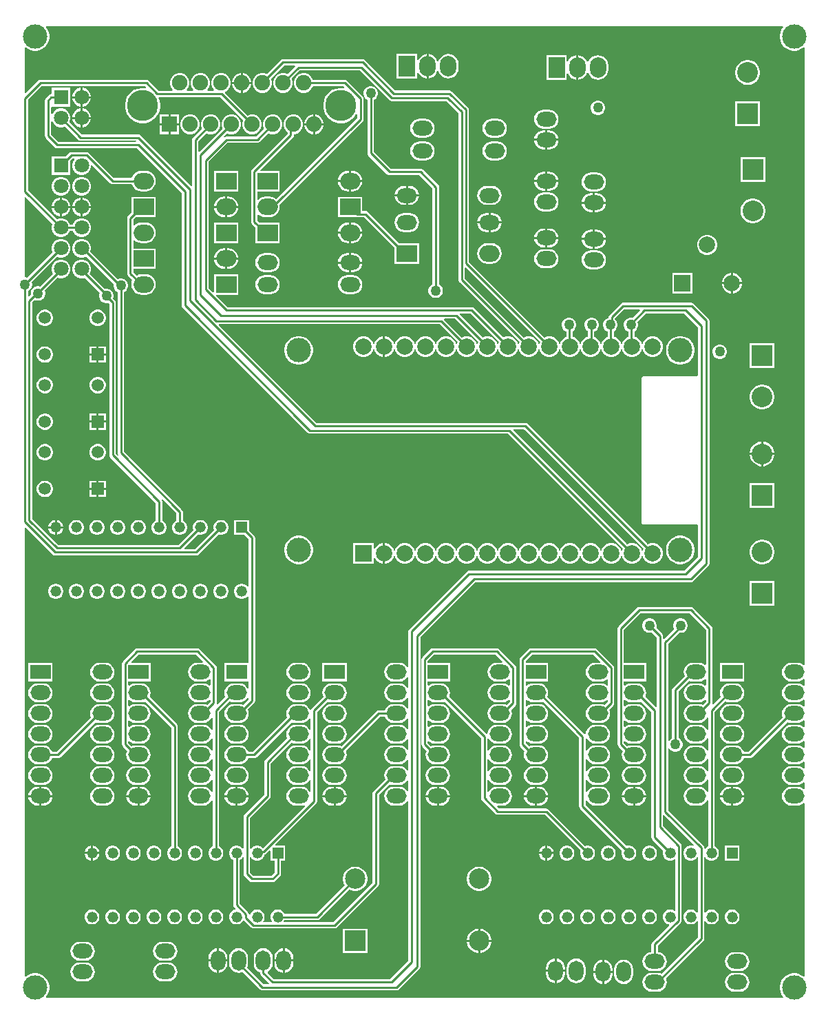
<source format=gbl>
G04*
G04 #@! TF.GenerationSoftware,Altium Limited,Altium Designer,24.0.1 (36)*
G04*
G04 Layer_Physical_Order=2*
G04 Layer_Color=16711680*
%FSLAX44Y44*%
%MOMM*%
G71*
G04*
G04 #@! TF.SameCoordinates,F5D6D73F-2C16-40EA-88EE-8A7EB2D9318C*
G04*
G04*
G04 #@! TF.FilePolarity,Positive*
G04*
G01*
G75*
%ADD11C,0.2540*%
%ADD40C,1.3208*%
%ADD41R,1.3208X1.3208*%
%ADD46O,2.0000X2.5000*%
%ADD47R,2.0000X2.5000*%
%ADD48C,2.5400*%
%ADD49R,2.5400X2.5400*%
%ADD50R,1.5080X1.5080*%
%ADD51C,1.5080*%
%ADD52O,2.5000X1.8000*%
%ADD53C,1.9050*%
%ADD54R,1.9050X1.9050*%
%ADD55C,3.8100*%
%ADD56C,3.0000*%
%ADD57R,2.0000X2.0000*%
%ADD58C,2.0000*%
%ADD59O,2.5000X1.8000*%
%ADD60R,2.0000X2.0000*%
%ADD61C,1.8000*%
%ADD62R,1.8000X1.8000*%
%ADD63O,2.5000X2.0000*%
%ADD64R,2.5000X2.0000*%
%ADD65R,2.5000X1.8000*%
%ADD66O,1.8000X2.5000*%
%ADD67C,2.5000*%
%ADD68R,2.5000X2.5000*%
%ADD69C,1.2700*%
G36*
X824921Y1313277D02*
X824576Y1312931D01*
X822656Y1310058D01*
X821334Y1306866D01*
X820660Y1303477D01*
Y1300022D01*
X821334Y1296634D01*
X822656Y1293442D01*
X824576Y1290569D01*
X827019Y1288126D01*
X829892Y1286206D01*
X833084Y1284884D01*
X836472Y1284210D01*
X839928D01*
X843316Y1284884D01*
X846508Y1286206D01*
X849381Y1288126D01*
X849727Y1288471D01*
X850900Y1287985D01*
Y529598D01*
X849630Y529161D01*
X847520Y530780D01*
X844713Y531943D01*
X841700Y532340D01*
X834700D01*
X831687Y531943D01*
X828880Y530780D01*
X826470Y528930D01*
X824620Y526520D01*
X823457Y523713D01*
X823060Y520700D01*
X823457Y517687D01*
X824620Y514880D01*
X826470Y512470D01*
X828880Y510620D01*
X831687Y509457D01*
X834700Y509060D01*
X841700D01*
X844713Y509457D01*
X847520Y510620D01*
X849630Y512239D01*
X850900Y511802D01*
Y504198D01*
X849630Y503761D01*
X847520Y505380D01*
X844713Y506543D01*
X841700Y506940D01*
X834700D01*
X831687Y506543D01*
X828880Y505380D01*
X826470Y503530D01*
X824620Y501120D01*
X823457Y498312D01*
X823060Y495300D01*
X823457Y492287D01*
X824620Y489480D01*
X826470Y487070D01*
X828880Y485220D01*
X831687Y484057D01*
X834700Y483660D01*
X841700D01*
X844713Y484057D01*
X847520Y485220D01*
X849630Y486839D01*
X850900Y486402D01*
Y478798D01*
X849630Y478361D01*
X847520Y479980D01*
X844713Y481143D01*
X841700Y481539D01*
X834700D01*
X831687Y481143D01*
X828880Y479980D01*
X826470Y478130D01*
X824620Y475720D01*
X823457Y472912D01*
X823060Y469900D01*
X823457Y466888D01*
X824259Y464952D01*
X782291Y422985D01*
X776382D01*
X775580Y424920D01*
X773730Y427330D01*
X771320Y429180D01*
X768513Y430343D01*
X765500Y430740D01*
X758500D01*
X755487Y430343D01*
X752680Y429180D01*
X750270Y427330D01*
X748420Y424920D01*
X747257Y422113D01*
X746860Y419100D01*
X747257Y416087D01*
X748420Y413280D01*
X750270Y410870D01*
X752680Y409020D01*
X755487Y407857D01*
X758500Y407461D01*
X765500D01*
X768513Y407857D01*
X771320Y409020D01*
X773730Y410870D01*
X775580Y413280D01*
X776382Y415215D01*
X783900D01*
X785387Y415511D01*
X786647Y416353D01*
X829752Y459459D01*
X831687Y458657D01*
X834700Y458260D01*
X841700D01*
X844713Y458657D01*
X847520Y459820D01*
X849630Y461439D01*
X850900Y461002D01*
Y453398D01*
X849630Y452961D01*
X847520Y454580D01*
X844713Y455743D01*
X841700Y456139D01*
X834700D01*
X831687Y455743D01*
X828880Y454580D01*
X826470Y452730D01*
X824620Y450320D01*
X823457Y447513D01*
X823060Y444500D01*
X823457Y441488D01*
X824620Y438680D01*
X826470Y436270D01*
X828880Y434420D01*
X831687Y433257D01*
X834700Y432860D01*
X841700D01*
X844713Y433257D01*
X847520Y434420D01*
X849630Y436039D01*
X850900Y435602D01*
Y427998D01*
X849630Y427561D01*
X847520Y429180D01*
X844713Y430343D01*
X841700Y430740D01*
X834700D01*
X831687Y430343D01*
X828880Y429180D01*
X826470Y427330D01*
X824620Y424920D01*
X823457Y422113D01*
X823060Y419100D01*
X823457Y416087D01*
X824620Y413280D01*
X826470Y410870D01*
X828880Y409020D01*
X831687Y407857D01*
X834700Y407461D01*
X841700D01*
X844713Y407857D01*
X847520Y409020D01*
X849630Y410639D01*
X850900Y410202D01*
Y402598D01*
X849630Y402161D01*
X847520Y403780D01*
X844713Y404943D01*
X841700Y405340D01*
X834700D01*
X831687Y404943D01*
X828880Y403780D01*
X826470Y401930D01*
X824620Y399520D01*
X823457Y396712D01*
X823060Y393700D01*
X823457Y390687D01*
X824620Y387880D01*
X826470Y385470D01*
X828880Y383620D01*
X831687Y382457D01*
X834700Y382061D01*
X841700D01*
X844713Y382457D01*
X847520Y383620D01*
X849630Y385239D01*
X850900Y384802D01*
Y377198D01*
X849630Y376761D01*
X847520Y378380D01*
X844713Y379543D01*
X841700Y379939D01*
X834700D01*
X831687Y379543D01*
X828880Y378380D01*
X826470Y376530D01*
X824620Y374120D01*
X823457Y371312D01*
X823060Y368300D01*
X823457Y365288D01*
X824620Y362480D01*
X826470Y360070D01*
X828880Y358220D01*
X831687Y357057D01*
X834700Y356660D01*
X841700D01*
X844713Y357057D01*
X847520Y358220D01*
X849630Y359839D01*
X850900Y359402D01*
Y147115D01*
X849727Y146629D01*
X849381Y146974D01*
X846508Y148894D01*
X843316Y150216D01*
X839928Y150890D01*
X836472D01*
X833084Y150216D01*
X829892Y148894D01*
X827019Y146974D01*
X824576Y144531D01*
X822656Y141658D01*
X821334Y138466D01*
X820660Y135077D01*
Y131622D01*
X821334Y128234D01*
X822656Y125042D01*
X824576Y122169D01*
X824921Y121823D01*
X824435Y120650D01*
X-81485D01*
X-81971Y121823D01*
X-81626Y122169D01*
X-79706Y125042D01*
X-78384Y128234D01*
X-77710Y131622D01*
Y135077D01*
X-78384Y138466D01*
X-79706Y141658D01*
X-81626Y144531D01*
X-84069Y146974D01*
X-86942Y148894D01*
X-90134Y150216D01*
X-93523Y150890D01*
X-96978D01*
X-100366Y150216D01*
X-103558Y148894D01*
X-106431Y146974D01*
X-106777Y146629D01*
X-107950Y147115D01*
Y698278D01*
X-106776Y698763D01*
X-76739Y668609D01*
X-76736Y668607D01*
X-76734Y668603D01*
X-73404Y665273D01*
X-72144Y664431D01*
X-70657Y664135D01*
X102870D01*
X104357Y664431D01*
X105617Y665273D01*
X130217Y689873D01*
X132146Y689356D01*
X134554D01*
X136880Y689979D01*
X138965Y691183D01*
X140667Y692886D01*
X141871Y694970D01*
X142494Y697296D01*
Y699704D01*
X141871Y702029D01*
X140667Y704115D01*
X138965Y705817D01*
X136880Y707021D01*
X134554Y707644D01*
X132146D01*
X129820Y707021D01*
X127736Y705817D01*
X126033Y704115D01*
X124829Y702029D01*
X124206Y699704D01*
Y697296D01*
X124723Y695367D01*
X101261Y671905D01*
X88508D01*
X88022Y673078D01*
X104817Y689873D01*
X106746Y689356D01*
X109154D01*
X111480Y689979D01*
X113565Y691183D01*
X115267Y692886D01*
X116471Y694970D01*
X117094Y697296D01*
Y699704D01*
X116471Y702029D01*
X115267Y704115D01*
X113565Y705817D01*
X111480Y707021D01*
X109154Y707644D01*
X106746D01*
X104420Y707021D01*
X102336Y705817D01*
X100633Y704115D01*
X99429Y702029D01*
X98806Y699704D01*
Y697296D01*
X99323Y695367D01*
X80941Y676985D01*
X-66811D01*
X-98985Y709159D01*
Y975021D01*
X-95893Y978113D01*
X-95250Y977742D01*
X-92989Y977136D01*
X-90648D01*
X-88387Y977742D01*
X-86360Y978912D01*
X-84705Y980568D01*
X-83534Y982595D01*
X-82929Y984856D01*
Y987197D01*
X-83534Y989458D01*
X-83603Y989576D01*
X-67937Y1005242D01*
X-65019Y1004460D01*
X-61981D01*
X-59046Y1005247D01*
X-56414Y1006766D01*
X-54266Y1008914D01*
X-52747Y1011546D01*
X-51960Y1014481D01*
Y1017519D01*
X-52747Y1020454D01*
X-54266Y1023086D01*
X-56414Y1025234D01*
X-59046Y1026753D01*
X-61981Y1027540D01*
X-65019D01*
X-67954Y1026753D01*
X-70586Y1025234D01*
X-72734Y1023086D01*
X-74254Y1020454D01*
X-75040Y1017519D01*
Y1014481D01*
X-74254Y1011546D01*
X-73656Y1010510D01*
X-89545Y994621D01*
X-90648Y994916D01*
X-92989D01*
X-95250Y994310D01*
X-97277Y993140D01*
X-98932Y991485D01*
X-100103Y989458D01*
X-100709Y987197D01*
Y984856D01*
X-100588Y984406D01*
X-102892Y982102D01*
X-104065Y982588D01*
Y988927D01*
X-102491Y989836D01*
X-100836Y991491D01*
X-99666Y993518D01*
X-99060Y995779D01*
Y998120D01*
X-99530Y999876D01*
X-68465Y1030941D01*
X-67954Y1030647D01*
X-65019Y1029860D01*
X-61981D01*
X-59046Y1030647D01*
X-56414Y1032166D01*
X-54266Y1034314D01*
X-52747Y1036946D01*
X-51960Y1039881D01*
Y1042919D01*
X-52747Y1045854D01*
X-54266Y1048486D01*
X-56414Y1050634D01*
X-59046Y1052153D01*
X-61981Y1052940D01*
X-65019D01*
X-67954Y1052153D01*
X-70586Y1050634D01*
X-72734Y1048486D01*
X-74254Y1045854D01*
X-75040Y1042919D01*
Y1039881D01*
X-74254Y1036946D01*
X-73959Y1036435D01*
X-105024Y1005369D01*
X-106780Y1005840D01*
X-107950D01*
Y1104097D01*
X-106777Y1104583D01*
X-73959Y1071765D01*
X-74254Y1071254D01*
X-75040Y1068319D01*
Y1065281D01*
X-74254Y1062346D01*
X-72734Y1059714D01*
X-70586Y1057566D01*
X-67954Y1056047D01*
X-65019Y1055260D01*
X-61981D01*
X-59046Y1056047D01*
X-56414Y1057566D01*
X-54266Y1059714D01*
X-52747Y1062346D01*
X-52594Y1062915D01*
X-49006D01*
X-48854Y1062346D01*
X-47334Y1059714D01*
X-45186Y1057566D01*
X-42554Y1056047D01*
X-39619Y1055260D01*
X-36581D01*
X-33646Y1056047D01*
X-31014Y1057566D01*
X-28866Y1059714D01*
X-27346Y1062346D01*
X-26560Y1065281D01*
Y1068319D01*
X-27346Y1071254D01*
X-28866Y1073886D01*
X-31014Y1076034D01*
X-33646Y1077553D01*
X-36581Y1078340D01*
X-39619D01*
X-42554Y1077553D01*
X-45186Y1076034D01*
X-47334Y1073886D01*
X-48854Y1071254D01*
X-49006Y1070685D01*
X-52594D01*
X-52747Y1071254D01*
X-54266Y1073886D01*
X-56414Y1076034D01*
X-59046Y1077553D01*
X-61981Y1078340D01*
X-65019D01*
X-67954Y1077553D01*
X-68465Y1077259D01*
X-104065Y1112859D01*
Y1223941D01*
X-87291Y1240715D01*
X39864D01*
X41303Y1239276D01*
X40704Y1238156D01*
X38956Y1238504D01*
X34704D01*
X30532Y1237674D01*
X26603Y1236047D01*
X23067Y1233684D01*
X20060Y1230677D01*
X17697Y1227141D01*
X16070Y1223212D01*
X15240Y1219040D01*
Y1214788D01*
X16070Y1210616D01*
X17697Y1206687D01*
X20060Y1203151D01*
X23067Y1200144D01*
X26603Y1197781D01*
X30532Y1196154D01*
X34704Y1195324D01*
X38956D01*
X43128Y1196154D01*
X47057Y1197781D01*
X50593Y1200144D01*
X53600Y1203151D01*
X55963Y1206687D01*
X57590Y1210616D01*
X58420Y1214788D01*
Y1219040D01*
X57590Y1223212D01*
X56390Y1226110D01*
X57238Y1227380D01*
X132376D01*
X160607Y1199149D01*
X160207Y1198457D01*
X159385Y1195388D01*
Y1192212D01*
X160207Y1189143D01*
X161796Y1186392D01*
X164042Y1184146D01*
X166793Y1182557D01*
X169862Y1181735D01*
X173038D01*
X176107Y1182557D01*
X178858Y1184146D01*
X181104Y1186392D01*
X182693Y1189143D01*
X183515Y1192212D01*
Y1195388D01*
X182693Y1198457D01*
X181104Y1201208D01*
X178858Y1203454D01*
X176107Y1205043D01*
X173038Y1205865D01*
X169862D01*
X166793Y1205043D01*
X166101Y1204643D01*
X138504Y1232239D01*
X138752Y1233788D01*
X140758Y1234946D01*
X143004Y1237192D01*
X144593Y1239943D01*
X145415Y1243012D01*
Y1246188D01*
X144593Y1249257D01*
X143004Y1252008D01*
X140758Y1254254D01*
X138007Y1255843D01*
X134938Y1256665D01*
X131762D01*
X128693Y1255843D01*
X125942Y1254254D01*
X123696Y1252008D01*
X122107Y1249257D01*
X121285Y1246188D01*
Y1243012D01*
X122107Y1239943D01*
X123696Y1237192D01*
X124565Y1236323D01*
X124079Y1235150D01*
X117221D01*
X116735Y1236323D01*
X117604Y1237192D01*
X119193Y1239943D01*
X120015Y1243012D01*
Y1246188D01*
X119193Y1249257D01*
X117604Y1252008D01*
X115358Y1254254D01*
X112607Y1255843D01*
X109538Y1256665D01*
X106362D01*
X103293Y1255843D01*
X100542Y1254254D01*
X98296Y1252008D01*
X96707Y1249257D01*
X95885Y1246188D01*
Y1243012D01*
X96707Y1239943D01*
X98296Y1237192D01*
X99164Y1236323D01*
X98679Y1235150D01*
X91821D01*
X91335Y1236323D01*
X92204Y1237192D01*
X93793Y1239943D01*
X94615Y1243012D01*
Y1246188D01*
X93793Y1249257D01*
X92204Y1252008D01*
X89958Y1254254D01*
X87207Y1255843D01*
X84138Y1256665D01*
X80962D01*
X77893Y1255843D01*
X75142Y1254254D01*
X72896Y1252008D01*
X71307Y1249257D01*
X70485Y1246188D01*
Y1243012D01*
X71307Y1239943D01*
X72896Y1237192D01*
X73765Y1236323D01*
X73278Y1235150D01*
X56417D01*
X44220Y1247347D01*
X42959Y1248189D01*
X41473Y1248485D01*
X-88900D01*
X-90387Y1248189D01*
X-91647Y1247347D01*
X-106777Y1232217D01*
X-107950Y1232703D01*
Y1287985D01*
X-106777Y1288471D01*
X-106431Y1288126D01*
X-103558Y1286206D01*
X-100366Y1284884D01*
X-96978Y1284210D01*
X-93523D01*
X-90134Y1284884D01*
X-86942Y1286206D01*
X-84069Y1288126D01*
X-81626Y1290569D01*
X-79706Y1293442D01*
X-78384Y1296634D01*
X-77710Y1300022D01*
Y1303477D01*
X-78384Y1306866D01*
X-79706Y1310058D01*
X-81626Y1312931D01*
X-81971Y1313277D01*
X-81485Y1314450D01*
X824435D01*
X824921Y1313277D01*
D02*
G37*
%LPC*%
G36*
X412749Y1280385D02*
X409476Y1279954D01*
X406425Y1278690D01*
X403806Y1276680D01*
X401796Y1274061D01*
X400737Y1271504D01*
X399362D01*
X398303Y1274061D01*
X396293Y1276680D01*
X393674Y1278690D01*
X390623Y1279954D01*
X388619Y1280218D01*
Y1265237D01*
Y1250256D01*
X390623Y1250519D01*
X393674Y1251783D01*
X396293Y1253793D01*
X398303Y1256413D01*
X399362Y1258969D01*
X400737D01*
X401796Y1256413D01*
X403806Y1253793D01*
X406425Y1251783D01*
X409476Y1250519D01*
X412749Y1250089D01*
X416023Y1250519D01*
X419073Y1251783D01*
X421693Y1253793D01*
X423703Y1256413D01*
X424967Y1259463D01*
X425398Y1262737D01*
Y1267737D01*
X424967Y1271010D01*
X423703Y1274061D01*
X421693Y1276680D01*
X419073Y1278690D01*
X416023Y1279954D01*
X412749Y1280385D01*
D02*
G37*
G36*
X596900Y1278798D02*
X593626Y1278367D01*
X590576Y1277104D01*
X587956Y1275094D01*
X585946Y1272474D01*
X584887Y1269917D01*
X583513D01*
X582454Y1272474D01*
X580444Y1275094D01*
X577824Y1277104D01*
X574774Y1278367D01*
X572770Y1278631D01*
Y1263650D01*
Y1248669D01*
X574774Y1248933D01*
X577824Y1250196D01*
X580444Y1252206D01*
X582454Y1254826D01*
X583513Y1257383D01*
X584887D01*
X585946Y1254826D01*
X587956Y1252206D01*
X590576Y1250196D01*
X593626Y1248933D01*
X596900Y1248502D01*
X600174Y1248933D01*
X603224Y1250196D01*
X605844Y1252206D01*
X607854Y1254826D01*
X609117Y1257876D01*
X609548Y1261150D01*
Y1266150D01*
X609117Y1269424D01*
X607854Y1272474D01*
X605844Y1275094D01*
X603224Y1277104D01*
X600174Y1278367D01*
X596900Y1278798D01*
D02*
G37*
G36*
X374489Y1280277D02*
X349409D01*
Y1250197D01*
X374489D01*
Y1257696D01*
X375759Y1257949D01*
X376396Y1256413D01*
X378406Y1253793D01*
X381025Y1251783D01*
X384076Y1250519D01*
X386079Y1250256D01*
Y1265237D01*
Y1280218D01*
X384076Y1279954D01*
X381025Y1278690D01*
X378406Y1276680D01*
X376396Y1274061D01*
X375759Y1272525D01*
X374489Y1272777D01*
Y1280277D01*
D02*
G37*
G36*
X558640Y1278690D02*
X533560D01*
Y1248610D01*
X558640D01*
Y1256109D01*
X559910Y1256362D01*
X560546Y1254826D01*
X562556Y1252206D01*
X565176Y1250196D01*
X568226Y1248933D01*
X570230Y1248669D01*
Y1263650D01*
Y1278631D01*
X568226Y1278367D01*
X565176Y1277104D01*
X562556Y1275094D01*
X560546Y1272474D01*
X559910Y1270938D01*
X558640Y1271190D01*
Y1278690D01*
D02*
G37*
G36*
X160338Y1256665D02*
X160020D01*
Y1245870D01*
X170815D01*
Y1246188D01*
X169993Y1249257D01*
X168404Y1252008D01*
X166158Y1254254D01*
X163407Y1255843D01*
X160338Y1256665D01*
D02*
G37*
G36*
X157480D02*
X157162D01*
X154093Y1255843D01*
X151342Y1254254D01*
X149096Y1252008D01*
X147507Y1249257D01*
X146685Y1246188D01*
Y1245870D01*
X157480D01*
Y1256665D01*
D02*
G37*
G36*
X782551Y1272540D02*
X779549D01*
X776605Y1271954D01*
X773831Y1270806D01*
X771335Y1269138D01*
X769212Y1267015D01*
X767544Y1264519D01*
X766396Y1261745D01*
X765810Y1258801D01*
Y1255799D01*
X766396Y1252855D01*
X767544Y1250081D01*
X769212Y1247585D01*
X771335Y1245462D01*
X773831Y1243794D01*
X776605Y1242646D01*
X779549Y1242060D01*
X782551D01*
X785495Y1242646D01*
X788269Y1243794D01*
X790765Y1245462D01*
X792888Y1247585D01*
X794556Y1250081D01*
X795704Y1252855D01*
X796290Y1255799D01*
Y1258801D01*
X795704Y1261745D01*
X794556Y1264519D01*
X792888Y1267015D01*
X790765Y1269138D01*
X788269Y1270806D01*
X785495Y1271954D01*
X782551Y1272540D01*
D02*
G37*
G36*
X236538Y1256665D02*
X233362D01*
X230293Y1255843D01*
X227542Y1254254D01*
X225296Y1252008D01*
X223707Y1249257D01*
X222885Y1246188D01*
Y1243012D01*
X223707Y1239943D01*
X225296Y1237192D01*
X227542Y1234946D01*
X230293Y1233357D01*
X233362Y1232535D01*
X236538D01*
X239607Y1233357D01*
X242358Y1234946D01*
X244604Y1237192D01*
X246193Y1239943D01*
X246400Y1240715D01*
X283704D01*
X285143Y1239276D01*
X284544Y1238156D01*
X282796Y1238504D01*
X278544D01*
X274372Y1237674D01*
X270443Y1236047D01*
X266907Y1233684D01*
X263900Y1230677D01*
X261537Y1227141D01*
X259910Y1223212D01*
X259080Y1219040D01*
Y1214788D01*
X259910Y1210616D01*
X261537Y1206687D01*
X263900Y1203151D01*
X266907Y1200144D01*
X270443Y1197781D01*
X274372Y1196154D01*
X278544Y1195324D01*
X282796D01*
X286968Y1196154D01*
X290897Y1197781D01*
X294433Y1200144D01*
X297440Y1203151D01*
X299645Y1206452D01*
X300915Y1206266D01*
Y1201759D01*
X201014Y1101857D01*
X199324Y1103154D01*
X196274Y1104417D01*
X193000Y1104848D01*
X188000D01*
X184726Y1104417D01*
X181676Y1103154D01*
X179345Y1101365D01*
X178075Y1101790D01*
Y1111410D01*
X205540D01*
Y1136490D01*
X182305D01*
X181819Y1137663D01*
X221874Y1177718D01*
X222716Y1178978D01*
X223011Y1180465D01*
Y1181735D01*
X223838D01*
X226907Y1182557D01*
X229658Y1184146D01*
X231904Y1186392D01*
X233493Y1189143D01*
X234315Y1192212D01*
Y1195388D01*
X233493Y1198457D01*
X231904Y1201208D01*
X229658Y1203454D01*
X226907Y1205043D01*
X223838Y1205865D01*
X220662D01*
X217593Y1205043D01*
X214842Y1203454D01*
X212596Y1201208D01*
X211007Y1198457D01*
X210185Y1195388D01*
Y1192212D01*
X211007Y1189143D01*
X212596Y1186392D01*
X214842Y1184146D01*
X215242Y1183914D01*
Y1182074D01*
X171443Y1138275D01*
X170601Y1137015D01*
X170305Y1135528D01*
Y1074260D01*
X170601Y1072773D01*
X171443Y1071513D01*
X175460Y1067496D01*
Y1047910D01*
X205540D01*
Y1072990D01*
X180954D01*
X178075Y1075869D01*
Y1082610D01*
X179345Y1083035D01*
X181676Y1081246D01*
X184726Y1079983D01*
X188000Y1079552D01*
X193000D01*
X196274Y1079983D01*
X199324Y1081246D01*
X201944Y1083256D01*
X203954Y1085876D01*
X205217Y1088926D01*
X205648Y1092200D01*
X205264Y1095120D01*
X307547Y1197403D01*
X308389Y1198663D01*
X308685Y1200150D01*
Y1225113D01*
X308389Y1226600D01*
X307547Y1227860D01*
X288060Y1247347D01*
X286800Y1248189D01*
X285313Y1248485D01*
X246400D01*
X246193Y1249257D01*
X244604Y1252008D01*
X242358Y1254254D01*
X239607Y1255843D01*
X236538Y1256665D01*
D02*
G37*
G36*
X170815Y1243330D02*
X160020D01*
Y1232535D01*
X160338D01*
X163407Y1233357D01*
X166158Y1234946D01*
X168404Y1237192D01*
X169993Y1239943D01*
X170815Y1243012D01*
Y1243330D01*
D02*
G37*
G36*
X157480D02*
X146685D01*
Y1243012D01*
X147507Y1239943D01*
X149096Y1237192D01*
X151342Y1234946D01*
X154093Y1233357D01*
X157162Y1232535D01*
X157480D01*
Y1243330D01*
D02*
G37*
G36*
X-36581Y1238677D02*
X-36831D01*
Y1228407D01*
X-26561D01*
Y1228656D01*
X-27347Y1231591D01*
X-28866Y1234222D01*
X-31015Y1236371D01*
X-33646Y1237890D01*
X-36581Y1238677D01*
D02*
G37*
G36*
X-39371D02*
X-39620D01*
X-42555Y1237890D01*
X-45186Y1236371D01*
X-47335Y1234222D01*
X-48854Y1231591D01*
X-49641Y1228656D01*
Y1228407D01*
X-39371D01*
Y1238677D01*
D02*
G37*
G36*
X-26561Y1225867D02*
X-36831D01*
Y1215597D01*
X-36581D01*
X-33646Y1216383D01*
X-31015Y1217902D01*
X-28866Y1220051D01*
X-27347Y1222682D01*
X-26561Y1225617D01*
Y1225867D01*
D02*
G37*
G36*
X-39371D02*
X-49641D01*
Y1225617D01*
X-48854Y1222682D01*
X-47335Y1220051D01*
X-45186Y1217902D01*
X-42555Y1216383D01*
X-39620Y1215597D01*
X-39371D01*
Y1225867D01*
D02*
G37*
G36*
X598070Y1223010D02*
X595730D01*
X593469Y1222404D01*
X591441Y1221234D01*
X589786Y1219579D01*
X588616Y1217551D01*
X588010Y1215290D01*
Y1212950D01*
X588616Y1210689D01*
X589786Y1208661D01*
X591441Y1207006D01*
X593469Y1205836D01*
X595730Y1205230D01*
X598070D01*
X600331Y1205836D01*
X602359Y1207006D01*
X604014Y1208661D01*
X605184Y1210689D01*
X605790Y1212950D01*
Y1215290D01*
X605184Y1217551D01*
X604014Y1219579D01*
X602359Y1221234D01*
X600331Y1222404D01*
X598070Y1223010D01*
D02*
G37*
G36*
X-36581Y1213277D02*
X-36831D01*
Y1203007D01*
X-26561D01*
Y1203256D01*
X-27347Y1206191D01*
X-28866Y1208822D01*
X-31015Y1210971D01*
X-33646Y1212490D01*
X-36581Y1213277D01*
D02*
G37*
G36*
X-39371D02*
X-39620D01*
X-42555Y1212490D01*
X-45186Y1210971D01*
X-47335Y1208822D01*
X-48854Y1206191D01*
X-49641Y1203256D01*
Y1203007D01*
X-39371D01*
Y1213277D01*
D02*
G37*
G36*
X249238Y1205865D02*
X248920D01*
Y1195070D01*
X259715D01*
Y1195388D01*
X258893Y1198457D01*
X257304Y1201208D01*
X255058Y1203454D01*
X252307Y1205043D01*
X249238Y1205865D01*
D02*
G37*
G36*
X246380D02*
X246062D01*
X242993Y1205043D01*
X240242Y1203454D01*
X237996Y1201208D01*
X236407Y1198457D01*
X235585Y1195388D01*
Y1195070D01*
X246380D01*
Y1205865D01*
D02*
G37*
G36*
X81915D02*
X71120D01*
Y1195070D01*
X81915D01*
Y1205865D01*
D02*
G37*
G36*
X68580D02*
X57785D01*
Y1195070D01*
X68580D01*
Y1205865D01*
D02*
G37*
G36*
X796290Y1221740D02*
X765810D01*
Y1191260D01*
X796290D01*
Y1221740D01*
D02*
G37*
G36*
X-26561Y1200467D02*
X-36831D01*
Y1190197D01*
X-36581D01*
X-33646Y1190983D01*
X-31015Y1192502D01*
X-28866Y1194651D01*
X-27347Y1197282D01*
X-26561Y1200217D01*
Y1200467D01*
D02*
G37*
G36*
X-39371D02*
X-49641D01*
Y1200217D01*
X-48854Y1197282D01*
X-47335Y1194651D01*
X-45186Y1192502D01*
X-42555Y1190983D01*
X-39620Y1190197D01*
X-39371D01*
Y1200467D01*
D02*
G37*
G36*
X536900Y1211790D02*
X529900D01*
X526887Y1211393D01*
X524080Y1210230D01*
X521670Y1208380D01*
X519820Y1205970D01*
X518657Y1203163D01*
X518260Y1200150D01*
X518657Y1197138D01*
X519820Y1194330D01*
X521670Y1191920D01*
X524080Y1190070D01*
X526887Y1188907D01*
X529900Y1188510D01*
X536900D01*
X539913Y1188907D01*
X542720Y1190070D01*
X545130Y1191920D01*
X546980Y1194330D01*
X548143Y1197138D01*
X548540Y1200150D01*
X548143Y1203163D01*
X546980Y1205970D01*
X545130Y1208380D01*
X542720Y1210230D01*
X539913Y1211393D01*
X536900Y1211790D01*
D02*
G37*
G36*
X259715Y1192530D02*
X248920D01*
Y1181735D01*
X249238D01*
X252307Y1182557D01*
X255058Y1184146D01*
X257304Y1186392D01*
X258893Y1189143D01*
X259715Y1192212D01*
Y1192530D01*
D02*
G37*
G36*
X246380D02*
X235585D01*
Y1192212D01*
X236407Y1189143D01*
X237996Y1186392D01*
X240242Y1184146D01*
X242993Y1182557D01*
X246062Y1181735D01*
X246380D01*
Y1192530D01*
D02*
G37*
G36*
X307340Y1273885D02*
X209550D01*
X208063Y1273589D01*
X206803Y1272747D01*
X189499Y1255443D01*
X188807Y1255843D01*
X185738Y1256665D01*
X182562D01*
X179493Y1255843D01*
X176742Y1254254D01*
X174496Y1252008D01*
X172907Y1249257D01*
X172085Y1246188D01*
Y1243012D01*
X172907Y1239943D01*
X174496Y1237192D01*
X176742Y1234946D01*
X179493Y1233357D01*
X182562Y1232535D01*
X185738D01*
X188807Y1233357D01*
X191558Y1234946D01*
X193804Y1237192D01*
X195393Y1239943D01*
X196215Y1243012D01*
Y1246188D01*
X195393Y1249257D01*
X194993Y1249949D01*
X211159Y1266115D01*
X223912D01*
X224398Y1264942D01*
X214899Y1255443D01*
X214207Y1255843D01*
X211138Y1256665D01*
X207962D01*
X204893Y1255843D01*
X202142Y1254254D01*
X199896Y1252008D01*
X198307Y1249257D01*
X197485Y1246188D01*
Y1243012D01*
X198307Y1239943D01*
X199896Y1237192D01*
X202142Y1234946D01*
X204893Y1233357D01*
X207962Y1232535D01*
X211138D01*
X214207Y1233357D01*
X216958Y1234946D01*
X219204Y1237192D01*
X220793Y1239943D01*
X221615Y1243012D01*
Y1246188D01*
X220793Y1249257D01*
X220393Y1249949D01*
X230209Y1259765D01*
X304461D01*
X340669Y1223557D01*
X341929Y1222715D01*
X343416Y1222420D01*
X410387D01*
X425375Y1207431D01*
Y1003090D01*
X425671Y1001603D01*
X426513Y1000343D01*
X500409Y926447D01*
X499915Y925590D01*
X499557Y924257D01*
X498243D01*
X497885Y925590D01*
X496235Y928450D01*
X493900Y930785D01*
X491040Y932435D01*
X487851Y933290D01*
X484549D01*
X481360Y932435D01*
X480503Y931941D01*
X444497Y967947D01*
X443237Y968789D01*
X441750Y969085D01*
X141309D01*
X127157Y983237D01*
X127643Y984410D01*
X154740D01*
Y1009490D01*
X124660D01*
Y987393D01*
X123487Y986907D01*
X118185Y992209D01*
Y1147741D01*
X141309Y1170865D01*
X177800D01*
X179287Y1171161D01*
X180547Y1172003D01*
X191501Y1182957D01*
X192193Y1182557D01*
X195262Y1181735D01*
X198438D01*
X201507Y1182557D01*
X204258Y1184146D01*
X206504Y1186392D01*
X208093Y1189143D01*
X208915Y1192212D01*
Y1195388D01*
X208093Y1198457D01*
X206504Y1201208D01*
X204258Y1203454D01*
X201507Y1205043D01*
X198438Y1205865D01*
X195262D01*
X192193Y1205043D01*
X189442Y1203454D01*
X187196Y1201208D01*
X185607Y1198457D01*
X184785Y1195388D01*
Y1192212D01*
X185607Y1189143D01*
X186007Y1188451D01*
X176191Y1178635D01*
X139700D01*
X138213Y1178339D01*
X137205Y1177665D01*
X136395Y1178652D01*
X140701Y1182957D01*
X141393Y1182557D01*
X144462Y1181735D01*
X147638D01*
X150707Y1182557D01*
X153458Y1184146D01*
X155704Y1186392D01*
X157293Y1189143D01*
X158115Y1192212D01*
Y1195388D01*
X157293Y1198457D01*
X155704Y1201208D01*
X153458Y1203454D01*
X150707Y1205043D01*
X147638Y1205865D01*
X144462D01*
X141393Y1205043D01*
X138642Y1203454D01*
X136396Y1201208D01*
X134807Y1198457D01*
X133985Y1195388D01*
Y1192212D01*
X134807Y1189143D01*
X135207Y1188451D01*
X106658Y1159902D01*
X105485Y1160388D01*
Y1173141D01*
X115301Y1182957D01*
X115993Y1182557D01*
X119062Y1181735D01*
X122238D01*
X125307Y1182557D01*
X128058Y1184146D01*
X130304Y1186392D01*
X131893Y1189143D01*
X132715Y1192212D01*
Y1195388D01*
X131893Y1198457D01*
X130304Y1201208D01*
X128058Y1203454D01*
X125307Y1205043D01*
X122238Y1205865D01*
X119062D01*
X115993Y1205043D01*
X113242Y1203454D01*
X110996Y1201208D01*
X109407Y1198457D01*
X108585Y1195388D01*
Y1192212D01*
X109407Y1189143D01*
X109807Y1188451D01*
X98853Y1177497D01*
X98011Y1176237D01*
X97715Y1174750D01*
Y1118732D01*
X96542Y1118246D01*
X34497Y1180291D01*
X33237Y1181133D01*
X31750Y1181429D01*
X-37699D01*
X-53042Y1196772D01*
X-52747Y1197282D01*
X-51961Y1200217D01*
Y1203256D01*
X-52747Y1206191D01*
X-54266Y1208822D01*
X-56415Y1210971D01*
X-59046Y1212490D01*
X-61981Y1213277D01*
X-65020D01*
X-67955Y1212490D01*
X-70586Y1210971D01*
X-72735Y1208822D01*
X-74200Y1206286D01*
X-74315Y1206255D01*
X-75470Y1206892D01*
Y1214504D01*
X-75041Y1215597D01*
X-51961D01*
Y1238677D01*
X-75041D01*
Y1231021D01*
X-75470D01*
X-76956Y1230726D01*
X-78216Y1229884D01*
X-82101Y1225999D01*
X-82943Y1224739D01*
X-83239Y1223252D01*
Y1179392D01*
X-82943Y1177906D01*
X-82101Y1176645D01*
X-71109Y1165653D01*
X-69849Y1164811D01*
X-68362Y1164515D01*
X30141D01*
X85015Y1109641D01*
Y971550D01*
X85311Y970063D01*
X86153Y968803D01*
X240058Y814899D01*
X241318Y814056D01*
X242805Y813761D01*
X486096D01*
X627409Y672447D01*
X626915Y671590D01*
X626557Y670257D01*
X625243D01*
X624885Y671590D01*
X623234Y674450D01*
X620900Y676785D01*
X618040Y678435D01*
X614851Y679290D01*
X611549D01*
X608360Y678435D01*
X605500Y676785D01*
X603166Y674450D01*
X601515Y671590D01*
X601157Y670257D01*
X599843D01*
X599485Y671590D01*
X597835Y674450D01*
X595500Y676785D01*
X592640Y678435D01*
X589451Y679290D01*
X586149D01*
X582960Y678435D01*
X580100Y676785D01*
X577766Y674450D01*
X576115Y671590D01*
X575757Y670257D01*
X574443D01*
X574085Y671590D01*
X572435Y674450D01*
X570100Y676785D01*
X567240Y678435D01*
X564051Y679290D01*
X560749D01*
X557560Y678435D01*
X554700Y676785D01*
X552365Y674450D01*
X550715Y671590D01*
X550357Y670257D01*
X549043D01*
X548685Y671590D01*
X547034Y674450D01*
X544700Y676785D01*
X541840Y678435D01*
X538651Y679290D01*
X535349D01*
X532160Y678435D01*
X529300Y676785D01*
X526965Y674450D01*
X525315Y671590D01*
X524957Y670257D01*
X523643D01*
X523285Y671590D01*
X521634Y674450D01*
X519300Y676785D01*
X516440Y678435D01*
X513251Y679290D01*
X509949D01*
X506760Y678435D01*
X503900Y676785D01*
X501566Y674450D01*
X499915Y671590D01*
X499557Y670257D01*
X498243D01*
X497885Y671590D01*
X496235Y674450D01*
X493900Y676785D01*
X491040Y678435D01*
X487851Y679290D01*
X484549D01*
X481360Y678435D01*
X478500Y676785D01*
X476166Y674450D01*
X474515Y671590D01*
X474157Y670257D01*
X472843D01*
X472485Y671590D01*
X470835Y674450D01*
X468500Y676785D01*
X465640Y678435D01*
X462451Y679290D01*
X459149D01*
X455960Y678435D01*
X453100Y676785D01*
X450765Y674450D01*
X449115Y671590D01*
X448757Y670257D01*
X447443D01*
X447085Y671590D01*
X445434Y674450D01*
X443100Y676785D01*
X440240Y678435D01*
X437051Y679290D01*
X433749D01*
X430560Y678435D01*
X427700Y676785D01*
X425365Y674450D01*
X423715Y671590D01*
X423357Y670257D01*
X422043D01*
X421685Y671590D01*
X420034Y674450D01*
X417700Y676785D01*
X414840Y678435D01*
X411651Y679290D01*
X408349D01*
X405160Y678435D01*
X402300Y676785D01*
X399966Y674450D01*
X398315Y671590D01*
X397957Y670257D01*
X396643D01*
X396285Y671590D01*
X394635Y674450D01*
X392300Y676785D01*
X389440Y678435D01*
X386251Y679290D01*
X382949D01*
X379760Y678435D01*
X376900Y676785D01*
X374566Y674450D01*
X372915Y671590D01*
X372557Y670257D01*
X371243D01*
X370885Y671590D01*
X369235Y674450D01*
X366900Y676785D01*
X364040Y678435D01*
X360851Y679290D01*
X357549D01*
X354360Y678435D01*
X351500Y676785D01*
X349165Y674450D01*
X347515Y671590D01*
X347157Y670257D01*
X345843D01*
X345485Y671590D01*
X343834Y674450D01*
X341500Y676785D01*
X338640Y678435D01*
X335451Y679290D01*
X335070D01*
Y666750D01*
Y654210D01*
X335451D01*
X338640Y655065D01*
X341500Y656715D01*
X343834Y659050D01*
X345485Y661910D01*
X345843Y663243D01*
X347157D01*
X347515Y661910D01*
X349165Y659050D01*
X351500Y656715D01*
X354360Y655065D01*
X357549Y654210D01*
X360851D01*
X364040Y655065D01*
X366900Y656715D01*
X369235Y659050D01*
X370885Y661910D01*
X371243Y663243D01*
X372557D01*
X372915Y661910D01*
X374566Y659050D01*
X376900Y656715D01*
X379760Y655065D01*
X382949Y654210D01*
X386251D01*
X389440Y655065D01*
X392300Y656715D01*
X394635Y659050D01*
X396285Y661910D01*
X396643Y663243D01*
X397957D01*
X398315Y661910D01*
X399966Y659050D01*
X402300Y656715D01*
X405160Y655065D01*
X408349Y654210D01*
X411651D01*
X414840Y655065D01*
X417700Y656715D01*
X420034Y659050D01*
X421685Y661910D01*
X422043Y663243D01*
X423357D01*
X423715Y661910D01*
X425365Y659050D01*
X427700Y656715D01*
X430560Y655065D01*
X433749Y654210D01*
X437051D01*
X440240Y655065D01*
X443100Y656715D01*
X445434Y659050D01*
X447085Y661910D01*
X447443Y663243D01*
X448757D01*
X449115Y661910D01*
X450765Y659050D01*
X453100Y656715D01*
X455960Y655065D01*
X459149Y654210D01*
X462451D01*
X465640Y655065D01*
X468500Y656715D01*
X470835Y659050D01*
X472485Y661910D01*
X472843Y663243D01*
X474157D01*
X474515Y661910D01*
X476166Y659050D01*
X478500Y656715D01*
X481360Y655065D01*
X484549Y654210D01*
X487851D01*
X491040Y655065D01*
X493900Y656715D01*
X496235Y659050D01*
X497885Y661910D01*
X498243Y663243D01*
X499557D01*
X499915Y661910D01*
X501566Y659050D01*
X503900Y656715D01*
X506760Y655065D01*
X509949Y654210D01*
X513251D01*
X516440Y655065D01*
X519300Y656715D01*
X521634Y659050D01*
X523285Y661910D01*
X523643Y663243D01*
X524957D01*
X525315Y661910D01*
X526965Y659050D01*
X529300Y656715D01*
X532160Y655065D01*
X535349Y654210D01*
X538651D01*
X541840Y655065D01*
X544700Y656715D01*
X547034Y659050D01*
X548685Y661910D01*
X549043Y663243D01*
X550357D01*
X550715Y661910D01*
X552365Y659050D01*
X554700Y656715D01*
X557560Y655065D01*
X560749Y654210D01*
X564051D01*
X567240Y655065D01*
X570100Y656715D01*
X572435Y659050D01*
X574085Y661910D01*
X574443Y663243D01*
X575757D01*
X576115Y661910D01*
X577766Y659050D01*
X580100Y656715D01*
X582960Y655065D01*
X586149Y654210D01*
X589451D01*
X592640Y655065D01*
X595500Y656715D01*
X597835Y659050D01*
X599485Y661910D01*
X599843Y663243D01*
X601157D01*
X601515Y661910D01*
X603166Y659050D01*
X605500Y656715D01*
X608360Y655065D01*
X611549Y654210D01*
X614851D01*
X618040Y655065D01*
X620900Y656715D01*
X623234Y659050D01*
X624885Y661910D01*
X625243Y663243D01*
X626557D01*
X626915Y661910D01*
X628565Y659050D01*
X630900Y656715D01*
X633760Y655065D01*
X636949Y654210D01*
X640251D01*
X643440Y655065D01*
X646300Y656715D01*
X648634Y659050D01*
X650285Y661910D01*
X650643Y663243D01*
X651957D01*
X652315Y661910D01*
X653966Y659050D01*
X656300Y656715D01*
X659160Y655065D01*
X662349Y654210D01*
X665651D01*
X668840Y655065D01*
X671700Y656715D01*
X674035Y659050D01*
X675685Y661910D01*
X676540Y665099D01*
Y668401D01*
X675685Y671590D01*
X674035Y674450D01*
X671700Y676785D01*
X668840Y678435D01*
X665651Y679290D01*
X662349D01*
X659160Y678435D01*
X658303Y677941D01*
X510554Y825690D01*
X509293Y826532D01*
X507807Y826828D01*
X250982D01*
X130602Y947207D01*
X131088Y948381D01*
X402276D01*
X424209Y926447D01*
X423715Y925590D01*
X423357Y924257D01*
X422043D01*
X421685Y925590D01*
X420034Y928450D01*
X417700Y930785D01*
X414840Y932435D01*
X411651Y933290D01*
X408349D01*
X405160Y932435D01*
X402300Y930785D01*
X399966Y928450D01*
X398315Y925590D01*
X397957Y924257D01*
X396643D01*
X396285Y925590D01*
X394635Y928450D01*
X392300Y930785D01*
X389440Y932435D01*
X386251Y933290D01*
X382949D01*
X379760Y932435D01*
X376900Y930785D01*
X374566Y928450D01*
X372915Y925590D01*
X372557Y924257D01*
X371243D01*
X370885Y925590D01*
X369235Y928450D01*
X366900Y930785D01*
X364040Y932435D01*
X360851Y933290D01*
X357549D01*
X354360Y932435D01*
X351500Y930785D01*
X349165Y928450D01*
X347515Y925590D01*
X347157Y924257D01*
X345843D01*
X345485Y925590D01*
X343834Y928450D01*
X341500Y930785D01*
X338640Y932435D01*
X335451Y933290D01*
X335070D01*
Y920750D01*
Y908210D01*
X335451D01*
X338640Y909065D01*
X341500Y910715D01*
X343834Y913050D01*
X345485Y915910D01*
X345843Y917243D01*
X347157D01*
X347515Y915910D01*
X349165Y913050D01*
X351500Y910715D01*
X354360Y909065D01*
X357549Y908210D01*
X360851D01*
X364040Y909065D01*
X366900Y910715D01*
X369235Y913050D01*
X370885Y915910D01*
X371243Y917243D01*
X372557D01*
X372915Y915910D01*
X374566Y913050D01*
X376900Y910715D01*
X379760Y909065D01*
X382949Y908210D01*
X386251D01*
X389440Y909065D01*
X392300Y910715D01*
X394635Y913050D01*
X396285Y915910D01*
X396643Y917243D01*
X397957D01*
X398315Y915910D01*
X399966Y913050D01*
X402300Y910715D01*
X405160Y909065D01*
X408349Y908210D01*
X411651D01*
X414840Y909065D01*
X417700Y910715D01*
X420034Y913050D01*
X421685Y915910D01*
X422043Y917243D01*
X423357D01*
X423715Y915910D01*
X425365Y913050D01*
X427700Y910715D01*
X430560Y909065D01*
X433749Y908210D01*
X437051D01*
X440240Y909065D01*
X443100Y910715D01*
X445434Y913050D01*
X447085Y915910D01*
X447443Y917243D01*
X448757D01*
X449115Y915910D01*
X450765Y913050D01*
X453100Y910715D01*
X455960Y909065D01*
X459149Y908210D01*
X462451D01*
X465640Y909065D01*
X468500Y910715D01*
X470835Y913050D01*
X472485Y915910D01*
X472843Y917243D01*
X474157D01*
X474515Y915910D01*
X476166Y913050D01*
X478500Y910715D01*
X481360Y909065D01*
X484549Y908210D01*
X487851D01*
X491040Y909065D01*
X493900Y910715D01*
X496235Y913050D01*
X497885Y915910D01*
X498243Y917243D01*
X499557D01*
X499915Y915910D01*
X501566Y913050D01*
X503900Y910715D01*
X506760Y909065D01*
X509949Y908210D01*
X513251D01*
X516440Y909065D01*
X519300Y910715D01*
X521634Y913050D01*
X523285Y915910D01*
X523643Y917243D01*
X524957D01*
X525315Y915910D01*
X526965Y913050D01*
X529300Y910715D01*
X532160Y909065D01*
X535349Y908210D01*
X538651D01*
X541840Y909065D01*
X544700Y910715D01*
X547034Y913050D01*
X548685Y915910D01*
X549043Y917243D01*
X550357D01*
X550715Y915910D01*
X552365Y913050D01*
X554700Y910715D01*
X557560Y909065D01*
X560749Y908210D01*
X564051D01*
X567240Y909065D01*
X570100Y910715D01*
X572435Y913050D01*
X574085Y915910D01*
X574443Y917243D01*
X575757D01*
X576115Y915910D01*
X577766Y913050D01*
X580100Y910715D01*
X582960Y909065D01*
X586149Y908210D01*
X589451D01*
X592640Y909065D01*
X595500Y910715D01*
X597835Y913050D01*
X599485Y915910D01*
X599843Y917243D01*
X601157D01*
X601515Y915910D01*
X603166Y913050D01*
X605500Y910715D01*
X608360Y909065D01*
X611549Y908210D01*
X614851D01*
X618040Y909065D01*
X620900Y910715D01*
X623234Y913050D01*
X624885Y915910D01*
X625243Y917243D01*
X626557D01*
X626915Y915910D01*
X628565Y913050D01*
X630900Y910715D01*
X633760Y909065D01*
X636949Y908210D01*
X640251D01*
X643440Y909065D01*
X646300Y910715D01*
X648634Y913050D01*
X650285Y915910D01*
X650643Y917243D01*
X651957D01*
X652315Y915910D01*
X653966Y913050D01*
X656300Y910715D01*
X659160Y909065D01*
X662349Y908210D01*
X665651D01*
X668840Y909065D01*
X671700Y910715D01*
X674035Y913050D01*
X675685Y915910D01*
X676540Y919099D01*
Y922401D01*
X675685Y925590D01*
X674035Y928450D01*
X671700Y930785D01*
X668840Y932435D01*
X665651Y933290D01*
X662349D01*
X659160Y932435D01*
X656300Y930785D01*
X653966Y928450D01*
X652315Y925590D01*
X651957Y924257D01*
X650643D01*
X650285Y925590D01*
X648634Y928450D01*
X646300Y930785D01*
X643440Y932435D01*
X641955Y932833D01*
Y939704D01*
X642999Y940306D01*
X644654Y941961D01*
X645824Y943989D01*
X646430Y946250D01*
Y948590D01*
X645824Y950851D01*
X645594Y951250D01*
X655659Y961315D01*
X703241D01*
X720015Y944541D01*
Y884870D01*
X718745Y884051D01*
X718300Y884140D01*
X653400D01*
X652409Y883943D01*
X651569Y883381D01*
X651007Y882541D01*
X650810Y881550D01*
Y704650D01*
X651007Y703659D01*
X651569Y702819D01*
X652409Y702257D01*
X653400Y702060D01*
X718300D01*
X718745Y702149D01*
X720015Y701330D01*
Y662009D01*
X703241Y645235D01*
X438150D01*
X436663Y644939D01*
X435403Y644097D01*
X365136Y573830D01*
X364294Y572570D01*
X363998Y571083D01*
Y527011D01*
X363181Y526667D01*
X362728Y526653D01*
X360980Y528930D01*
X358570Y530780D01*
X355763Y531943D01*
X352750Y532340D01*
X345750D01*
X342737Y531943D01*
X339930Y530780D01*
X337520Y528930D01*
X335670Y526520D01*
X334507Y523713D01*
X334110Y520700D01*
X334507Y517687D01*
X335670Y514880D01*
X337520Y512470D01*
X339930Y510620D01*
X342737Y509457D01*
X345750Y509060D01*
X352750D01*
X355763Y509457D01*
X358570Y510620D01*
X360980Y512470D01*
X362728Y514747D01*
X363181Y514733D01*
X363998Y514389D01*
Y501611D01*
X363181Y501267D01*
X362728Y501253D01*
X360980Y503530D01*
X358570Y505380D01*
X355763Y506543D01*
X352750Y506940D01*
X345750D01*
X342737Y506543D01*
X339930Y505380D01*
X337520Y503530D01*
X335670Y501120D01*
X334507Y498312D01*
X334110Y495300D01*
X334507Y492287D01*
X335670Y489480D01*
X337520Y487070D01*
X339930Y485220D01*
X342737Y484057D01*
X345750Y483660D01*
X352750D01*
X355763Y484057D01*
X358570Y485220D01*
X360980Y487070D01*
X362728Y489347D01*
X363181Y489333D01*
X363998Y488989D01*
Y476211D01*
X363181Y475867D01*
X362728Y475853D01*
X360980Y478130D01*
X358570Y479980D01*
X355763Y481143D01*
X352750Y481539D01*
X345750D01*
X342737Y481143D01*
X339930Y479980D01*
X337520Y478130D01*
X335670Y475720D01*
X334868Y473785D01*
X327350D01*
X325863Y473489D01*
X324603Y472647D01*
X281498Y429541D01*
X279563Y430343D01*
X276550Y430740D01*
X269550D01*
X266537Y430343D01*
X263730Y429180D01*
X261320Y427330D01*
X259470Y424920D01*
X258307Y422113D01*
X257910Y419100D01*
X258307Y416087D01*
X259470Y413280D01*
X261320Y410870D01*
X263730Y409020D01*
X266537Y407857D01*
X269550Y407461D01*
X276550D01*
X279563Y407857D01*
X282370Y409020D01*
X284780Y410870D01*
X286630Y413280D01*
X287793Y416087D01*
X288190Y419100D01*
X287793Y422113D01*
X286991Y424048D01*
X328959Y466015D01*
X334868D01*
X335670Y464080D01*
X337520Y461670D01*
X339930Y459820D01*
X342737Y458657D01*
X345750Y458260D01*
X352750D01*
X355763Y458657D01*
X358570Y459820D01*
X360980Y461670D01*
X362728Y463947D01*
X363181Y463933D01*
X363998Y463589D01*
Y450811D01*
X363181Y450467D01*
X362728Y450453D01*
X360980Y452730D01*
X358570Y454580D01*
X355763Y455743D01*
X352750Y456139D01*
X345750D01*
X342737Y455743D01*
X339930Y454580D01*
X337520Y452730D01*
X335670Y450320D01*
X334507Y447513D01*
X334110Y444500D01*
X334507Y441488D01*
X335670Y438680D01*
X337520Y436270D01*
X339930Y434420D01*
X342737Y433257D01*
X345750Y432860D01*
X352750D01*
X355763Y433257D01*
X358570Y434420D01*
X360980Y436270D01*
X362728Y438547D01*
X363181Y438533D01*
X363998Y438189D01*
Y425411D01*
X363181Y425067D01*
X362728Y425053D01*
X360980Y427330D01*
X358570Y429180D01*
X355763Y430343D01*
X352750Y430740D01*
X345750D01*
X342737Y430343D01*
X339930Y429180D01*
X337520Y427330D01*
X335670Y424920D01*
X334507Y422113D01*
X334110Y419100D01*
X334507Y416087D01*
X335670Y413280D01*
X337520Y410870D01*
X339930Y409020D01*
X342737Y407857D01*
X345750Y407461D01*
X352750D01*
X355763Y407857D01*
X358570Y409020D01*
X360980Y410870D01*
X362728Y413147D01*
X363181Y413133D01*
X363998Y412789D01*
Y400011D01*
X363181Y399667D01*
X362728Y399653D01*
X360980Y401930D01*
X358570Y403780D01*
X355763Y404943D01*
X352750Y405340D01*
X345750D01*
X342737Y404943D01*
X339930Y403780D01*
X337520Y401930D01*
X335670Y399520D01*
X334507Y396712D01*
X334110Y393700D01*
X334507Y390687D01*
X335309Y388752D01*
X321103Y374547D01*
X320261Y373287D01*
X319965Y371800D01*
Y261959D01*
X271507Y213501D01*
X211252D01*
X210722Y214771D01*
X211516Y216145D01*
X251780D01*
X253267Y216441D01*
X254527Y217283D01*
X290900Y253656D01*
X291326Y253372D01*
X294063Y252238D01*
X296969Y251660D01*
X299931D01*
X302837Y252238D01*
X305574Y253372D01*
X308037Y255018D01*
X310132Y257113D01*
X311778Y259576D01*
X312912Y262313D01*
X313490Y265219D01*
Y268181D01*
X312912Y271087D01*
X311778Y273824D01*
X310132Y276287D01*
X308037Y278382D01*
X305574Y280028D01*
X302837Y281162D01*
X299931Y281740D01*
X296969D01*
X294063Y281162D01*
X291326Y280028D01*
X288863Y278382D01*
X286768Y276287D01*
X285122Y273824D01*
X283988Y271087D01*
X283410Y268181D01*
Y265219D01*
X283988Y262313D01*
X285122Y259576D01*
X285406Y259150D01*
X250171Y223915D01*
X211516D01*
X210517Y225644D01*
X208815Y227347D01*
X206730Y228551D01*
X204404Y229174D01*
X201996D01*
X199671Y228551D01*
X197586Y227347D01*
X195883Y225644D01*
X194679Y223559D01*
X194056Y221234D01*
Y218826D01*
X194679Y216500D01*
X195678Y214771D01*
X195148Y213501D01*
X185852D01*
X185322Y214771D01*
X186321Y216500D01*
X186944Y218826D01*
Y221234D01*
X186321Y223559D01*
X185117Y225644D01*
X183414Y227347D01*
X181329Y228551D01*
X179004Y229174D01*
X176596D01*
X174270Y228551D01*
X172185Y227347D01*
X170483Y225644D01*
X169279Y223559D01*
X169118Y222960D01*
X167848Y223127D01*
Y223194D01*
X167553Y224680D01*
X166711Y225941D01*
X156285Y236367D01*
Y290134D01*
X158014Y291133D01*
X159717Y292836D01*
X159945Y293231D01*
X161215Y292891D01*
Y273050D01*
X161511Y271563D01*
X162353Y270303D01*
X168703Y263953D01*
X169963Y263111D01*
X171450Y262815D01*
X196850D01*
X198337Y263111D01*
X199597Y263953D01*
X205947Y270303D01*
X206789Y271563D01*
X207085Y273050D01*
Y289306D01*
X212344D01*
Y307594D01*
X200447D01*
X199961Y308767D01*
X250397Y359203D01*
X251239Y360463D01*
X251535Y361950D01*
Y471791D01*
X264602Y484859D01*
X266537Y484057D01*
X269550Y483660D01*
X276550D01*
X279563Y484057D01*
X282370Y485220D01*
X284780Y487070D01*
X286630Y489480D01*
X287793Y492287D01*
X288190Y495300D01*
X287793Y498312D01*
X286630Y501120D01*
X284780Y503530D01*
X282370Y505380D01*
X279563Y506543D01*
X276550Y506940D01*
X269550D01*
X266537Y506543D01*
X263730Y505380D01*
X261320Y503530D01*
X259470Y501120D01*
X258307Y498312D01*
X257910Y495300D01*
X258307Y492287D01*
X259109Y490352D01*
X244903Y476147D01*
X244061Y474887D01*
X244009Y474624D01*
X242688Y474494D01*
X242180Y475720D01*
X240330Y478130D01*
X237920Y479980D01*
X235113Y481143D01*
X232100Y481539D01*
X225100D01*
X222087Y481143D01*
X219280Y479980D01*
X216870Y478130D01*
X215020Y475720D01*
X213857Y472912D01*
X213460Y469900D01*
X213857Y466888D01*
X214659Y464952D01*
X172691Y422985D01*
X166782D01*
X165980Y424920D01*
X164130Y427330D01*
X161720Y429180D01*
X158913Y430343D01*
X155900Y430740D01*
X148900D01*
X145887Y430343D01*
X143080Y429180D01*
X140670Y427330D01*
X138820Y424920D01*
X137657Y422113D01*
X137260Y419100D01*
X137657Y416087D01*
X138820Y413280D01*
X140670Y410870D01*
X143080Y409020D01*
X145887Y407857D01*
X148900Y407461D01*
X155900D01*
X158913Y407857D01*
X161720Y409020D01*
X164130Y410870D01*
X165980Y413280D01*
X166782Y415215D01*
X174300D01*
X175787Y415511D01*
X177047Y416353D01*
X220152Y459459D01*
X222087Y458657D01*
X225100Y458260D01*
X232100D01*
X235113Y458657D01*
X237920Y459820D01*
X240330Y461670D01*
X242180Y464080D01*
X242495Y464841D01*
X243765Y464589D01*
Y449812D01*
X242495Y449559D01*
X242180Y450320D01*
X240330Y452730D01*
X237920Y454580D01*
X235113Y455743D01*
X232100Y456139D01*
X225100D01*
X222087Y455743D01*
X219280Y454580D01*
X216870Y452730D01*
X215020Y450320D01*
X213857Y447513D01*
X213460Y444500D01*
X213857Y441488D01*
X214659Y439552D01*
X187753Y412647D01*
X186911Y411387D01*
X186615Y409900D01*
Y369909D01*
X162353Y345647D01*
X161511Y344387D01*
X161215Y342900D01*
Y304009D01*
X159945Y303669D01*
X159717Y304065D01*
X158014Y305767D01*
X155929Y306971D01*
X153604Y307594D01*
X151196D01*
X148870Y306971D01*
X146785Y305767D01*
X145083Y304065D01*
X143879Y301980D01*
X143256Y299654D01*
Y297246D01*
X143879Y294921D01*
X145083Y292836D01*
X146785Y291133D01*
X148515Y290134D01*
Y234758D01*
X148811Y233271D01*
X149653Y232011D01*
X151323Y230341D01*
X150800Y229068D01*
X148870Y228551D01*
X146785Y227347D01*
X145083Y225644D01*
X143879Y223559D01*
X143256Y221234D01*
Y218826D01*
X143879Y216500D01*
X145083Y214415D01*
X146785Y212713D01*
X148870Y211509D01*
X151196Y210886D01*
X153604D01*
X155929Y211509D01*
X158014Y212713D01*
X159717Y214415D01*
X160332Y215481D01*
X161919Y215690D01*
X170739Y206869D01*
X172000Y206027D01*
X173486Y205731D01*
X273116D01*
X274603Y206027D01*
X275863Y206869D01*
X326597Y257603D01*
X327439Y258863D01*
X327735Y260350D01*
Y370191D01*
X340802Y383259D01*
X342737Y382457D01*
X345750Y382061D01*
X352750D01*
X355763Y382457D01*
X358570Y383620D01*
X360980Y385470D01*
X362728Y387747D01*
X363181Y387733D01*
X363998Y387389D01*
Y374611D01*
X363181Y374267D01*
X362728Y374253D01*
X360980Y376530D01*
X358570Y378380D01*
X355763Y379543D01*
X352750Y379939D01*
X345750D01*
X342737Y379543D01*
X339930Y378380D01*
X337520Y376530D01*
X335670Y374120D01*
X334507Y371312D01*
X334110Y368300D01*
X334507Y365288D01*
X335670Y362480D01*
X337520Y360070D01*
X339930Y358220D01*
X342737Y357057D01*
X345750Y356660D01*
X352750D01*
X355763Y357057D01*
X358570Y358220D01*
X360980Y360070D01*
X362728Y362347D01*
X363181Y362333D01*
X363998Y361989D01*
Y166292D01*
X341291Y143585D01*
X198459D01*
X190679Y151365D01*
X190826Y152630D01*
X191041Y152798D01*
X193441Y154640D01*
X195291Y157050D01*
X196453Y159857D01*
X196850Y162870D01*
Y169870D01*
X196453Y172883D01*
X195291Y175690D01*
X193441Y178100D01*
X191030Y179950D01*
X188223Y181113D01*
X185210Y181510D01*
X182198Y181113D01*
X179391Y179950D01*
X176980Y178100D01*
X175130Y175690D01*
X173967Y172883D01*
X173571Y169870D01*
Y162870D01*
X173967Y159857D01*
X175130Y157050D01*
X176980Y154640D01*
X179391Y152790D01*
X181326Y151988D01*
Y151340D01*
X181621Y149853D01*
X182464Y148593D01*
X192648Y138408D01*
X192162Y137235D01*
X186069D01*
X165381Y157922D01*
X166183Y159857D01*
X166579Y162870D01*
Y169870D01*
X166183Y172883D01*
X165020Y175690D01*
X163170Y178100D01*
X160760Y179950D01*
X157952Y181113D01*
X154940Y181510D01*
X151927Y181113D01*
X149120Y179950D01*
X146710Y178100D01*
X144860Y175690D01*
X143697Y172883D01*
X143300Y169870D01*
Y162870D01*
X143697Y159857D01*
X144860Y157050D01*
X146710Y154640D01*
X149120Y152790D01*
X151927Y151627D01*
X154940Y151230D01*
X157952Y151627D01*
X159888Y152429D01*
X181713Y130603D01*
X182973Y129761D01*
X184460Y129465D01*
X349250D01*
X350737Y129761D01*
X351997Y130603D01*
X377397Y156003D01*
X378239Y157263D01*
X378535Y158750D01*
Y563541D01*
X446109Y631115D01*
X711200D01*
X712687Y631411D01*
X713947Y632253D01*
X732997Y651303D01*
X733839Y652563D01*
X734135Y654050D01*
Y952500D01*
X733839Y953987D01*
X732997Y955247D01*
X714919Y973325D01*
X713659Y974167D01*
X712172Y974463D01*
X627678D01*
X626191Y974167D01*
X624931Y973325D01*
X611337Y959731D01*
X610495Y958471D01*
X610199Y956984D01*
Y956104D01*
X608709Y955704D01*
X606681Y954534D01*
X605026Y952879D01*
X603856Y950851D01*
X603250Y948590D01*
Y946250D01*
X603856Y943989D01*
X605026Y941961D01*
X606681Y940306D01*
X608709Y939136D01*
X608785Y939115D01*
Y932550D01*
X608360Y932435D01*
X605500Y930785D01*
X603166Y928450D01*
X601515Y925590D01*
X601157Y924257D01*
X599843D01*
X599485Y925590D01*
X597835Y928450D01*
X595500Y930785D01*
X592640Y932435D01*
X592425Y932493D01*
Y939059D01*
X592711Y939136D01*
X594739Y940306D01*
X596394Y941961D01*
X597564Y943989D01*
X598170Y946250D01*
Y948590D01*
X597564Y950851D01*
X596394Y952879D01*
X594739Y954534D01*
X592711Y955704D01*
X590450Y956310D01*
X588110D01*
X585849Y955704D01*
X583821Y954534D01*
X582166Y952879D01*
X580996Y950851D01*
X580390Y948590D01*
Y946250D01*
X580996Y943989D01*
X582166Y941961D01*
X583821Y940306D01*
X584655Y939825D01*
Y932890D01*
X582960Y932435D01*
X580100Y930785D01*
X577766Y928450D01*
X576115Y925590D01*
X575757Y924257D01*
X574443D01*
X574085Y925590D01*
X572435Y928450D01*
X570100Y930785D01*
X567240Y932435D01*
X565755Y932833D01*
Y939704D01*
X566799Y940306D01*
X568454Y941961D01*
X569624Y943989D01*
X570230Y946250D01*
Y948590D01*
X569624Y950851D01*
X568454Y952879D01*
X566799Y954534D01*
X564771Y955704D01*
X562510Y956310D01*
X560170D01*
X557909Y955704D01*
X555881Y954534D01*
X554226Y952879D01*
X553056Y950851D01*
X552450Y948590D01*
Y946250D01*
X553056Y943989D01*
X554226Y941961D01*
X555881Y940306D01*
X557909Y939136D01*
X557985Y939115D01*
Y932550D01*
X557560Y932435D01*
X554700Y930785D01*
X552365Y928450D01*
X550715Y925590D01*
X550357Y924257D01*
X549043D01*
X548685Y925590D01*
X547034Y928450D01*
X544700Y930785D01*
X541840Y932435D01*
X538651Y933290D01*
X535349D01*
X532160Y932435D01*
X531303Y931941D01*
X438225Y1025019D01*
Y1211580D01*
X437929Y1213066D01*
X437087Y1214327D01*
X417283Y1234131D01*
X416022Y1234973D01*
X414536Y1235269D01*
X347565D01*
X310087Y1272747D01*
X308827Y1273589D01*
X307340Y1273885D01*
D02*
G37*
G36*
X96838Y1205865D02*
X93662D01*
X90593Y1205043D01*
X87842Y1203454D01*
X85596Y1201208D01*
X84007Y1198457D01*
X83185Y1195388D01*
Y1192212D01*
X84007Y1189143D01*
X85596Y1186392D01*
X87842Y1184146D01*
X90593Y1182557D01*
X93662Y1181735D01*
X96838D01*
X99907Y1182557D01*
X102658Y1184146D01*
X104904Y1186392D01*
X106493Y1189143D01*
X107315Y1192212D01*
Y1195388D01*
X106493Y1198457D01*
X104904Y1201208D01*
X102658Y1203454D01*
X99907Y1205043D01*
X96838Y1205865D01*
D02*
G37*
G36*
X81915Y1192530D02*
X71120D01*
Y1181735D01*
X81915D01*
Y1192530D01*
D02*
G37*
G36*
X68580D02*
X57785D01*
Y1181735D01*
X68580D01*
Y1192530D01*
D02*
G37*
G36*
X473399Y1200676D02*
X466399D01*
X463387Y1200280D01*
X460579Y1199117D01*
X458169Y1197267D01*
X456319Y1194856D01*
X455156Y1192049D01*
X454760Y1189037D01*
X455156Y1186024D01*
X456319Y1183217D01*
X458169Y1180806D01*
X460579Y1178957D01*
X463387Y1177794D01*
X466399Y1177397D01*
X473399D01*
X476412Y1177794D01*
X479219Y1178957D01*
X481630Y1180806D01*
X483479Y1183217D01*
X484642Y1186024D01*
X485039Y1189037D01*
X484642Y1192049D01*
X483479Y1194856D01*
X481630Y1197267D01*
X479219Y1199117D01*
X476412Y1200280D01*
X473399Y1200676D01*
D02*
G37*
G36*
X384499D02*
X377499D01*
X374487Y1200280D01*
X371679Y1199117D01*
X369269Y1197267D01*
X367419Y1194856D01*
X366256Y1192049D01*
X365860Y1189037D01*
X366256Y1186024D01*
X367419Y1183217D01*
X369269Y1180806D01*
X371679Y1178957D01*
X374487Y1177794D01*
X377499Y1177397D01*
X384499D01*
X387512Y1177794D01*
X390319Y1178957D01*
X392730Y1180806D01*
X394580Y1183217D01*
X395742Y1186024D01*
X396139Y1189037D01*
X395742Y1192049D01*
X394580Y1194856D01*
X392730Y1197267D01*
X390319Y1199117D01*
X387512Y1200280D01*
X384499Y1200676D01*
D02*
G37*
G36*
X536900Y1186390D02*
X534670D01*
Y1176020D01*
X548372D01*
X548143Y1177763D01*
X546980Y1180570D01*
X545130Y1182980D01*
X542720Y1184830D01*
X539913Y1185993D01*
X536900Y1186390D01*
D02*
G37*
G36*
X532130D02*
X529900D01*
X526887Y1185993D01*
X524080Y1184830D01*
X521670Y1182980D01*
X519820Y1180570D01*
X518657Y1177763D01*
X518428Y1176020D01*
X532130D01*
Y1186390D01*
D02*
G37*
G36*
X548372Y1173480D02*
X534670D01*
Y1163110D01*
X536900D01*
X539913Y1163507D01*
X542720Y1164670D01*
X545130Y1166520D01*
X546980Y1168930D01*
X548143Y1171738D01*
X548372Y1173480D01*
D02*
G37*
G36*
X532130D02*
X518428D01*
X518657Y1171738D01*
X519820Y1168930D01*
X521670Y1166520D01*
X524080Y1164670D01*
X526887Y1163507D01*
X529900Y1163110D01*
X532130D01*
Y1173480D01*
D02*
G37*
G36*
X473399Y1172736D02*
X466399D01*
X463387Y1172340D01*
X460579Y1171177D01*
X458169Y1169327D01*
X456319Y1166917D01*
X455156Y1164109D01*
X454760Y1161097D01*
X455156Y1158084D01*
X456319Y1155277D01*
X458169Y1152866D01*
X460579Y1151017D01*
X463387Y1149854D01*
X466399Y1149457D01*
X473399D01*
X476412Y1149854D01*
X479219Y1151017D01*
X481630Y1152866D01*
X483479Y1155277D01*
X484642Y1158084D01*
X485039Y1161097D01*
X484642Y1164109D01*
X483479Y1166917D01*
X481630Y1169327D01*
X479219Y1171177D01*
X476412Y1172340D01*
X473399Y1172736D01*
D02*
G37*
G36*
X384499D02*
X377499D01*
X374487Y1172340D01*
X371679Y1171177D01*
X369269Y1169327D01*
X367419Y1166917D01*
X366256Y1164109D01*
X365860Y1161097D01*
X366256Y1158084D01*
X367419Y1155277D01*
X369269Y1152866D01*
X371679Y1151017D01*
X374487Y1149854D01*
X377499Y1149457D01*
X384499D01*
X387512Y1149854D01*
X390319Y1151017D01*
X392730Y1152866D01*
X394580Y1155277D01*
X395742Y1158084D01*
X396139Y1161097D01*
X395742Y1164109D01*
X394580Y1166917D01*
X392730Y1169327D01*
X390319Y1171177D01*
X387512Y1172340D01*
X384499Y1172736D01*
D02*
G37*
G36*
X294600Y1136598D02*
X293370D01*
Y1125220D01*
X307081D01*
X306817Y1127224D01*
X305554Y1130274D01*
X303544Y1132894D01*
X300924Y1134904D01*
X297874Y1136167D01*
X294600Y1136598D01*
D02*
G37*
G36*
X536900Y1135590D02*
X534670D01*
Y1125220D01*
X548372D01*
X548143Y1126963D01*
X546980Y1129770D01*
X545130Y1132180D01*
X542720Y1134030D01*
X539913Y1135193D01*
X536900Y1135590D01*
D02*
G37*
G36*
X532130D02*
X529900D01*
X526887Y1135193D01*
X524080Y1134030D01*
X521670Y1132180D01*
X519820Y1129770D01*
X518657Y1126963D01*
X518428Y1125220D01*
X532130D01*
Y1135590D01*
D02*
G37*
G36*
X290830Y1136598D02*
X289600D01*
X286326Y1136167D01*
X283276Y1134904D01*
X280656Y1132894D01*
X278646Y1130274D01*
X277383Y1127224D01*
X277119Y1125220D01*
X290830D01*
Y1136598D01*
D02*
G37*
G36*
X802639Y1153477D02*
X772159D01*
Y1122997D01*
X802639D01*
Y1153477D01*
D02*
G37*
G36*
X548372Y1122680D02*
X534670D01*
Y1112310D01*
X536900D01*
X539913Y1112707D01*
X542720Y1113870D01*
X545130Y1115720D01*
X546980Y1118130D01*
X548143Y1120938D01*
X548372Y1122680D01*
D02*
G37*
G36*
X532130D02*
X518428D01*
X518657Y1120938D01*
X519820Y1118130D01*
X521670Y1115720D01*
X524080Y1113870D01*
X526887Y1112707D01*
X529900Y1112310D01*
X532130D01*
Y1122680D01*
D02*
G37*
G36*
X154740Y1136490D02*
X124660D01*
Y1111410D01*
X154740D01*
Y1136490D01*
D02*
G37*
G36*
X307081Y1122680D02*
X293370D01*
Y1111302D01*
X294600D01*
X297874Y1111733D01*
X300924Y1112996D01*
X303544Y1115006D01*
X305554Y1117626D01*
X306817Y1120676D01*
X307081Y1122680D01*
D02*
G37*
G36*
X290830D02*
X277119D01*
X277383Y1120676D01*
X278646Y1117626D01*
X280656Y1115006D01*
X283276Y1112996D01*
X286326Y1111733D01*
X289600Y1111302D01*
X290830D01*
Y1122680D01*
D02*
G37*
G36*
X-31860Y1159695D02*
X-50690D01*
X-52177Y1159399D01*
X-53437Y1158557D01*
X-57454Y1154540D01*
X-75040D01*
Y1131460D01*
X-51960D01*
Y1149046D01*
X-49081Y1151925D01*
X-47154D01*
X-46668Y1150752D01*
X-47334Y1150086D01*
X-48854Y1147454D01*
X-49640Y1144519D01*
Y1141481D01*
X-48854Y1138546D01*
X-47334Y1135914D01*
X-45186Y1133766D01*
X-42554Y1132246D01*
X-39619Y1131460D01*
X-36581D01*
X-33646Y1132246D01*
X-31014Y1133766D01*
X-28866Y1135914D01*
X-27346Y1138546D01*
X-26560Y1141481D01*
Y1143220D01*
X-25290Y1143746D01*
X-2747Y1121203D01*
X-1487Y1120361D01*
X0Y1120065D01*
X23636D01*
X24646Y1117626D01*
X26656Y1115006D01*
X29276Y1112996D01*
X32326Y1111733D01*
X35600Y1111302D01*
X40600D01*
X43874Y1111733D01*
X46924Y1112996D01*
X49544Y1115006D01*
X51554Y1117626D01*
X52817Y1120676D01*
X53248Y1123950D01*
X52817Y1127224D01*
X51554Y1130274D01*
X49544Y1132894D01*
X46924Y1134904D01*
X43874Y1136167D01*
X40600Y1136598D01*
X35600D01*
X32326Y1136167D01*
X29276Y1134904D01*
X26656Y1132894D01*
X24646Y1130274D01*
X23636Y1127835D01*
X1609D01*
X-29113Y1158557D01*
X-30373Y1159399D01*
X-31860Y1159695D01*
D02*
G37*
G36*
X595320Y1134529D02*
X588320D01*
X585307Y1134133D01*
X582500Y1132970D01*
X580090Y1131120D01*
X578240Y1128709D01*
X577077Y1125902D01*
X576680Y1122890D01*
X577077Y1119877D01*
X578240Y1117070D01*
X580090Y1114659D01*
X582500Y1112809D01*
X585307Y1111647D01*
X588320Y1111250D01*
X595320D01*
X598333Y1111647D01*
X601140Y1112809D01*
X603550Y1114659D01*
X605400Y1117070D01*
X606563Y1119877D01*
X606960Y1122890D01*
X606563Y1125902D01*
X605400Y1128709D01*
X603550Y1131120D01*
X601140Y1132970D01*
X598333Y1134133D01*
X595320Y1134529D01*
D02*
G37*
G36*
X365449Y1118126D02*
X363219D01*
Y1107757D01*
X376922D01*
X376692Y1109499D01*
X375530Y1112307D01*
X373680Y1114717D01*
X371269Y1116567D01*
X368462Y1117730D01*
X365449Y1118126D01*
D02*
G37*
G36*
X360679D02*
X358449D01*
X355437Y1117730D01*
X352630Y1116567D01*
X350219Y1114717D01*
X348369Y1112307D01*
X347206Y1109499D01*
X346977Y1107757D01*
X360679D01*
Y1118126D01*
D02*
G37*
G36*
X-36581Y1129140D02*
X-39619D01*
X-42554Y1128354D01*
X-45186Y1126834D01*
X-47334Y1124686D01*
X-48854Y1122054D01*
X-49640Y1119119D01*
Y1116081D01*
X-48854Y1113146D01*
X-47334Y1110514D01*
X-45186Y1108366D01*
X-42554Y1106846D01*
X-39619Y1106060D01*
X-36581D01*
X-33646Y1106846D01*
X-31014Y1108366D01*
X-28866Y1110514D01*
X-27346Y1113146D01*
X-26560Y1116081D01*
Y1119119D01*
X-27346Y1122054D01*
X-28866Y1124686D01*
X-31014Y1126834D01*
X-33646Y1128354D01*
X-36581Y1129140D01*
D02*
G37*
G36*
X-61981D02*
X-65019D01*
X-67954Y1128354D01*
X-70586Y1126834D01*
X-72734Y1124686D01*
X-74254Y1122054D01*
X-75040Y1119119D01*
Y1116081D01*
X-74254Y1113146D01*
X-72734Y1110514D01*
X-70586Y1108366D01*
X-67954Y1106846D01*
X-65019Y1106060D01*
X-61981D01*
X-59046Y1106846D01*
X-56414Y1108366D01*
X-54266Y1110514D01*
X-52747Y1113146D01*
X-51960Y1116081D01*
Y1119119D01*
X-52747Y1122054D01*
X-54266Y1124686D01*
X-56414Y1126834D01*
X-59046Y1128354D01*
X-61981Y1129140D01*
D02*
G37*
G36*
X595320Y1109129D02*
X593090D01*
Y1098760D01*
X606792D01*
X606563Y1100502D01*
X605400Y1103309D01*
X603550Y1105720D01*
X601140Y1107570D01*
X598333Y1108733D01*
X595320Y1109129D01*
D02*
G37*
G36*
X590550D02*
X588320D01*
X585307Y1108733D01*
X582500Y1107570D01*
X580090Y1105720D01*
X578240Y1103309D01*
X577077Y1100502D01*
X576848Y1098760D01*
X590550D01*
Y1109129D01*
D02*
G37*
G36*
X467049Y1118126D02*
X460049D01*
X457037Y1117730D01*
X454230Y1116567D01*
X451819Y1114717D01*
X449969Y1112307D01*
X448806Y1109499D01*
X448410Y1106487D01*
X448806Y1103474D01*
X449969Y1100667D01*
X451819Y1098256D01*
X454230Y1096407D01*
X457037Y1095244D01*
X460049Y1094847D01*
X467049D01*
X470062Y1095244D01*
X472869Y1096407D01*
X475280Y1098256D01*
X477130Y1100667D01*
X478292Y1103474D01*
X478689Y1106487D01*
X478292Y1109499D01*
X477130Y1112307D01*
X475280Y1114717D01*
X472869Y1116567D01*
X470062Y1117730D01*
X467049Y1118126D01*
D02*
G37*
G36*
X376922Y1105217D02*
X363219D01*
Y1094847D01*
X365449D01*
X368462Y1095244D01*
X371269Y1096407D01*
X373680Y1098256D01*
X375530Y1100667D01*
X376692Y1103474D01*
X376922Y1105217D01*
D02*
G37*
G36*
X360679D02*
X346977D01*
X347206Y1103474D01*
X348369Y1100667D01*
X350219Y1098256D01*
X352630Y1096407D01*
X355437Y1095244D01*
X358449Y1094847D01*
X360679D01*
Y1105217D01*
D02*
G37*
G36*
X142200Y1104848D02*
X140970D01*
Y1093470D01*
X154681D01*
X154417Y1095474D01*
X153154Y1098524D01*
X151144Y1101144D01*
X148524Y1103154D01*
X145474Y1104417D01*
X142200Y1104848D01*
D02*
G37*
G36*
X-36581Y1103740D02*
X-36830D01*
Y1093470D01*
X-26560D01*
Y1093719D01*
X-27346Y1096654D01*
X-28866Y1099286D01*
X-31014Y1101434D01*
X-33646Y1102953D01*
X-36581Y1103740D01*
D02*
G37*
G36*
X-61981D02*
X-62230D01*
Y1093470D01*
X-51960D01*
Y1093719D01*
X-52747Y1096654D01*
X-54266Y1099286D01*
X-56414Y1101434D01*
X-59046Y1102953D01*
X-61981Y1103740D01*
D02*
G37*
G36*
X-39370D02*
X-39619D01*
X-42554Y1102953D01*
X-45186Y1101434D01*
X-47334Y1099286D01*
X-48854Y1096654D01*
X-49640Y1093719D01*
Y1093470D01*
X-39370D01*
Y1103740D01*
D02*
G37*
G36*
X-64770D02*
X-65019D01*
X-67954Y1102953D01*
X-70586Y1101434D01*
X-72734Y1099286D01*
X-74254Y1096654D01*
X-75040Y1093719D01*
Y1093470D01*
X-64770D01*
Y1103740D01*
D02*
G37*
G36*
X138430Y1104848D02*
X137200D01*
X133926Y1104417D01*
X130876Y1103154D01*
X128256Y1101144D01*
X126246Y1098524D01*
X124983Y1095474D01*
X124719Y1093470D01*
X138430D01*
Y1104848D01*
D02*
G37*
G36*
X536900Y1110190D02*
X529900D01*
X526887Y1109793D01*
X524080Y1108630D01*
X521670Y1106780D01*
X519820Y1104370D01*
X518657Y1101562D01*
X518260Y1098550D01*
X518657Y1095537D01*
X519820Y1092730D01*
X521670Y1090320D01*
X524080Y1088470D01*
X526887Y1087307D01*
X529900Y1086910D01*
X536900D01*
X539913Y1087307D01*
X542720Y1088470D01*
X545130Y1090320D01*
X546980Y1092730D01*
X548143Y1095537D01*
X548540Y1098550D01*
X548143Y1101562D01*
X546980Y1104370D01*
X545130Y1106780D01*
X542720Y1108630D01*
X539913Y1109793D01*
X536900Y1110190D01*
D02*
G37*
G36*
X606792Y1096219D02*
X593090D01*
Y1085850D01*
X595320D01*
X598333Y1086247D01*
X601140Y1087409D01*
X603550Y1089259D01*
X605400Y1091670D01*
X606563Y1094477D01*
X606792Y1096219D01*
D02*
G37*
G36*
X590550D02*
X576848D01*
X577077Y1094477D01*
X578240Y1091670D01*
X580090Y1089259D01*
X582500Y1087409D01*
X585307Y1086247D01*
X588320Y1085850D01*
X590550D01*
Y1096219D01*
D02*
G37*
G36*
X-26560Y1090930D02*
X-36830D01*
Y1080660D01*
X-36581D01*
X-33646Y1081447D01*
X-31014Y1082966D01*
X-28866Y1085114D01*
X-27346Y1087746D01*
X-26560Y1090681D01*
Y1090930D01*
D02*
G37*
G36*
X-39370D02*
X-49640D01*
Y1090681D01*
X-48854Y1087746D01*
X-47334Y1085114D01*
X-45186Y1082966D01*
X-42554Y1081447D01*
X-39619Y1080660D01*
X-39370D01*
Y1090930D01*
D02*
G37*
G36*
X-51960D02*
X-62230D01*
Y1080660D01*
X-61981D01*
X-59046Y1081447D01*
X-56414Y1082966D01*
X-54266Y1085114D01*
X-52747Y1087746D01*
X-51960Y1090681D01*
Y1090930D01*
D02*
G37*
G36*
X-64770D02*
X-75040D01*
Y1090681D01*
X-74254Y1087746D01*
X-72734Y1085114D01*
X-70586Y1082966D01*
X-67954Y1081447D01*
X-65019Y1080660D01*
X-64770D01*
Y1090930D01*
D02*
G37*
G36*
X154681D02*
X140970D01*
Y1079552D01*
X142200D01*
X145474Y1079983D01*
X148524Y1081246D01*
X151144Y1083256D01*
X153154Y1085876D01*
X154417Y1088926D01*
X154681Y1090930D01*
D02*
G37*
G36*
X138430D02*
X124719D01*
X124983Y1088926D01*
X126246Y1085876D01*
X128256Y1083256D01*
X130876Y1081246D01*
X133926Y1079983D01*
X137200Y1079552D01*
X138430D01*
Y1090930D01*
D02*
G37*
G36*
X467050Y1084790D02*
X464820D01*
Y1074420D01*
X478522D01*
X478293Y1076162D01*
X477130Y1078970D01*
X475280Y1081380D01*
X472870Y1083230D01*
X470063Y1084393D01*
X467050Y1084790D01*
D02*
G37*
G36*
X462280D02*
X460050D01*
X457037Y1084393D01*
X454230Y1083230D01*
X451820Y1081380D01*
X449970Y1078970D01*
X448807Y1076162D01*
X448578Y1074420D01*
X462280D01*
Y1084790D01*
D02*
G37*
G36*
X788900Y1102677D02*
X785898D01*
X782954Y1102091D01*
X780181Y1100942D01*
X777684Y1099274D01*
X775562Y1097152D01*
X773894Y1094656D01*
X772745Y1091882D01*
X772159Y1088938D01*
Y1085936D01*
X772745Y1082991D01*
X773894Y1080218D01*
X775562Y1077722D01*
X777684Y1075599D01*
X780181Y1073931D01*
X782954Y1072782D01*
X785898Y1072197D01*
X788900D01*
X791845Y1072782D01*
X794618Y1073931D01*
X797114Y1075599D01*
X799237Y1077722D01*
X800905Y1080218D01*
X802054Y1082991D01*
X802639Y1085936D01*
Y1088938D01*
X802054Y1091882D01*
X800905Y1094656D01*
X799237Y1097152D01*
X797114Y1099274D01*
X794618Y1100942D01*
X791845Y1102091D01*
X788900Y1102677D01*
D02*
G37*
G36*
X294600Y1073098D02*
X293370D01*
Y1061720D01*
X307081D01*
X306817Y1063724D01*
X305554Y1066774D01*
X303544Y1069394D01*
X300924Y1071404D01*
X297874Y1072667D01*
X294600Y1073098D01*
D02*
G37*
G36*
X290830D02*
X289600D01*
X286326Y1072667D01*
X283276Y1071404D01*
X280656Y1069394D01*
X278646Y1066774D01*
X277383Y1063724D01*
X277119Y1061720D01*
X290830D01*
Y1073098D01*
D02*
G37*
G36*
X478522Y1071880D02*
X464820D01*
Y1061510D01*
X467050D01*
X470063Y1061907D01*
X472870Y1063070D01*
X475280Y1064920D01*
X477130Y1067330D01*
X478293Y1070137D01*
X478522Y1071880D01*
D02*
G37*
G36*
X462280D02*
X448578D01*
X448807Y1070137D01*
X449970Y1067330D01*
X451820Y1064920D01*
X454230Y1063070D01*
X457037Y1061907D01*
X460050Y1061510D01*
X462280D01*
Y1071880D01*
D02*
G37*
G36*
X365450Y1084790D02*
X358450D01*
X355437Y1084393D01*
X352630Y1083230D01*
X350220Y1081380D01*
X348370Y1078970D01*
X347207Y1076162D01*
X346810Y1073150D01*
X347207Y1070137D01*
X348370Y1067330D01*
X350220Y1064920D01*
X352630Y1063070D01*
X355437Y1061907D01*
X358450Y1061510D01*
X365450D01*
X368463Y1061907D01*
X371270Y1063070D01*
X373680Y1064920D01*
X375530Y1067330D01*
X376693Y1070137D01*
X377090Y1073150D01*
X376693Y1076162D01*
X375530Y1078970D01*
X373680Y1081380D01*
X371270Y1083230D01*
X368463Y1084393D01*
X365450Y1084790D01*
D02*
G37*
G36*
X536900Y1065740D02*
X534670D01*
Y1055370D01*
X548372D01*
X548143Y1057113D01*
X546980Y1059920D01*
X545130Y1062330D01*
X542720Y1064180D01*
X539913Y1065343D01*
X536900Y1065740D01*
D02*
G37*
G36*
X532130D02*
X529900D01*
X526887Y1065343D01*
X524080Y1064180D01*
X521670Y1062330D01*
X519820Y1059920D01*
X518657Y1057113D01*
X518428Y1055370D01*
X532130D01*
Y1065740D01*
D02*
G37*
G36*
X595320Y1064470D02*
X593090D01*
Y1054100D01*
X606792D01*
X606563Y1055843D01*
X605400Y1058650D01*
X603550Y1061060D01*
X601140Y1062910D01*
X598333Y1064073D01*
X595320Y1064470D01*
D02*
G37*
G36*
X590550D02*
X588320D01*
X585307Y1064073D01*
X582500Y1062910D01*
X580090Y1061060D01*
X578240Y1058650D01*
X577077Y1055843D01*
X576848Y1054100D01*
X590550D01*
Y1064470D01*
D02*
G37*
G36*
X154740Y1072990D02*
X124660D01*
Y1047910D01*
X154740D01*
Y1072990D01*
D02*
G37*
G36*
X307081Y1059180D02*
X293370D01*
Y1047802D01*
X294600D01*
X297874Y1048233D01*
X300924Y1049496D01*
X303544Y1051506D01*
X305554Y1054126D01*
X306817Y1057176D01*
X307081Y1059180D01*
D02*
G37*
G36*
X290830D02*
X277119D01*
X277383Y1057176D01*
X278646Y1054126D01*
X280656Y1051506D01*
X283276Y1049496D01*
X286326Y1048233D01*
X289600Y1047802D01*
X290830D01*
Y1059180D01*
D02*
G37*
G36*
X53140Y1104740D02*
X23060D01*
Y1085154D01*
X19043Y1081137D01*
X18201Y1079877D01*
X17905Y1078390D01*
Y1010760D01*
X18201Y1009273D01*
X19043Y1008013D01*
X24393Y1002663D01*
X23383Y1000224D01*
X22952Y996950D01*
X23383Y993676D01*
X24646Y990626D01*
X26656Y988006D01*
X29276Y985996D01*
X32326Y984733D01*
X35600Y984302D01*
X40600D01*
X43874Y984733D01*
X46924Y985996D01*
X49544Y988006D01*
X51554Y990626D01*
X52817Y993676D01*
X53248Y996950D01*
X52817Y1000224D01*
X51554Y1003274D01*
X49544Y1005894D01*
X46924Y1007904D01*
X43874Y1009167D01*
X40600Y1009598D01*
X35600D01*
X32326Y1009167D01*
X29887Y1008157D01*
X25675Y1012369D01*
Y1016160D01*
X53140D01*
Y1041240D01*
X25675D01*
Y1050860D01*
X26945Y1051285D01*
X29276Y1049496D01*
X32326Y1048233D01*
X35600Y1047802D01*
X40600D01*
X43874Y1048233D01*
X46924Y1049496D01*
X49544Y1051506D01*
X51554Y1054126D01*
X52817Y1057176D01*
X53248Y1060450D01*
X52817Y1063724D01*
X51554Y1066774D01*
X49544Y1069394D01*
X46924Y1071404D01*
X43874Y1072667D01*
X40600Y1073098D01*
X35600D01*
X32326Y1072667D01*
X29276Y1071404D01*
X26945Y1069615D01*
X25675Y1070040D01*
Y1076781D01*
X28554Y1079660D01*
X53140D01*
Y1104740D01*
D02*
G37*
G36*
X548372Y1052830D02*
X534670D01*
Y1042460D01*
X536900D01*
X539913Y1042857D01*
X542720Y1044020D01*
X545130Y1045870D01*
X546980Y1048280D01*
X548143Y1051087D01*
X548372Y1052830D01*
D02*
G37*
G36*
X532130D02*
X518428D01*
X518657Y1051087D01*
X519820Y1048280D01*
X521670Y1045870D01*
X524080Y1044020D01*
X526887Y1042857D01*
X529900Y1042460D01*
X532130D01*
Y1052830D01*
D02*
G37*
G36*
X606792Y1051560D02*
X593090D01*
Y1041190D01*
X595320D01*
X598333Y1041587D01*
X601140Y1042750D01*
X603550Y1044600D01*
X605400Y1047010D01*
X606563Y1049818D01*
X606792Y1051560D01*
D02*
G37*
G36*
X590550D02*
X576848D01*
X577077Y1049818D01*
X578240Y1047010D01*
X580090Y1044600D01*
X582500Y1042750D01*
X585307Y1041587D01*
X588320Y1041190D01*
X590550D01*
Y1051560D01*
D02*
G37*
G36*
X733011Y1058131D02*
X729709D01*
X726520Y1057276D01*
X723660Y1055625D01*
X721326Y1053291D01*
X719675Y1050431D01*
X718820Y1047242D01*
Y1043940D01*
X719675Y1040751D01*
X721326Y1037891D01*
X723660Y1035556D01*
X726520Y1033905D01*
X729709Y1033051D01*
X733011D01*
X736200Y1033905D01*
X739060Y1035556D01*
X741395Y1037891D01*
X743045Y1040751D01*
X743900Y1043940D01*
Y1047242D01*
X743045Y1050431D01*
X741395Y1053291D01*
X739060Y1055625D01*
X736200Y1057276D01*
X733011Y1058131D01*
D02*
G37*
G36*
X142200Y1041348D02*
X140970D01*
Y1029970D01*
X154681D01*
X154417Y1031974D01*
X153154Y1035024D01*
X151144Y1037644D01*
X148524Y1039654D01*
X145474Y1040917D01*
X142200Y1041348D01*
D02*
G37*
G36*
X138430D02*
X137200D01*
X133926Y1040917D01*
X130876Y1039654D01*
X128256Y1037644D01*
X126246Y1035024D01*
X124983Y1031974D01*
X124719Y1029970D01*
X138430D01*
Y1041348D01*
D02*
G37*
G36*
X295599Y1035576D02*
X293369D01*
Y1025207D01*
X307072D01*
X306842Y1026949D01*
X305679Y1029756D01*
X303830Y1032167D01*
X301419Y1034017D01*
X298612Y1035180D01*
X295599Y1035576D01*
D02*
G37*
G36*
X290829D02*
X288599D01*
X285587Y1035180D01*
X282780Y1034017D01*
X280369Y1032167D01*
X278519Y1029756D01*
X277356Y1026949D01*
X277127Y1025207D01*
X290829D01*
Y1035576D01*
D02*
G37*
G36*
X307140Y1104740D02*
X277060D01*
Y1079660D01*
X300455D01*
X300830Y1079585D01*
X309421D01*
X346910Y1042096D01*
Y1022510D01*
X376990D01*
Y1047590D01*
X352404D01*
X313777Y1086217D01*
X312517Y1087059D01*
X311030Y1087355D01*
X307140D01*
Y1104740D01*
D02*
G37*
G36*
X466050Y1047698D02*
X461050D01*
X457776Y1047267D01*
X454726Y1046004D01*
X452106Y1043994D01*
X450096Y1041374D01*
X448833Y1038324D01*
X448402Y1035050D01*
X448833Y1031776D01*
X450096Y1028726D01*
X452106Y1026106D01*
X454726Y1024096D01*
X457776Y1022833D01*
X461050Y1022402D01*
X466050D01*
X469324Y1022833D01*
X472374Y1024096D01*
X474994Y1026106D01*
X477004Y1028726D01*
X478267Y1031776D01*
X478698Y1035050D01*
X478267Y1038324D01*
X477004Y1041374D01*
X474994Y1043994D01*
X472374Y1046004D01*
X469324Y1047267D01*
X466050Y1047698D01*
D02*
G37*
G36*
X536900Y1040340D02*
X529900D01*
X526887Y1039943D01*
X524080Y1038780D01*
X521670Y1036930D01*
X519820Y1034520D01*
X518657Y1031712D01*
X518260Y1028700D01*
X518657Y1025687D01*
X519820Y1022880D01*
X521670Y1020470D01*
X524080Y1018620D01*
X526887Y1017457D01*
X529900Y1017060D01*
X536900D01*
X539913Y1017457D01*
X542720Y1018620D01*
X545130Y1020470D01*
X546980Y1022880D01*
X548143Y1025687D01*
X548540Y1028700D01*
X548143Y1031712D01*
X546980Y1034520D01*
X545130Y1036930D01*
X542720Y1038780D01*
X539913Y1039943D01*
X536900Y1040340D01*
D02*
G37*
G36*
X154681Y1027430D02*
X140970D01*
Y1016052D01*
X142200D01*
X145474Y1016483D01*
X148524Y1017746D01*
X151144Y1019756D01*
X153154Y1022376D01*
X154417Y1025426D01*
X154681Y1027430D01*
D02*
G37*
G36*
X138430D02*
X124719D01*
X124983Y1025426D01*
X126246Y1022376D01*
X128256Y1019756D01*
X130876Y1017746D01*
X133926Y1016483D01*
X137200Y1016052D01*
X138430D01*
Y1027430D01*
D02*
G37*
G36*
X595320Y1039070D02*
X588320D01*
X585307Y1038673D01*
X582500Y1037510D01*
X580090Y1035660D01*
X578240Y1033250D01*
X577077Y1030443D01*
X576680Y1027430D01*
X577077Y1024417D01*
X578240Y1021610D01*
X580090Y1019200D01*
X582500Y1017350D01*
X585307Y1016187D01*
X588320Y1015790D01*
X595320D01*
X598333Y1016187D01*
X601140Y1017350D01*
X603550Y1019200D01*
X605400Y1021610D01*
X606563Y1024417D01*
X606960Y1027430D01*
X606563Y1030443D01*
X605400Y1033250D01*
X603550Y1035660D01*
X601140Y1037510D01*
X598333Y1038673D01*
X595320Y1039070D01*
D02*
G37*
G36*
X307072Y1022667D02*
X293369D01*
Y1012297D01*
X295599D01*
X298612Y1012694D01*
X301419Y1013857D01*
X303830Y1015706D01*
X305679Y1018117D01*
X306842Y1020924D01*
X307072Y1022667D01*
D02*
G37*
G36*
X290829D02*
X277127D01*
X277356Y1020924D01*
X278519Y1018117D01*
X280369Y1015706D01*
X282780Y1013857D01*
X285587Y1012694D01*
X288599Y1012297D01*
X290829D01*
Y1022667D01*
D02*
G37*
G36*
X193999Y1035576D02*
X186999D01*
X183987Y1035180D01*
X181180Y1034017D01*
X178769Y1032167D01*
X176919Y1029756D01*
X175756Y1026949D01*
X175360Y1023937D01*
X175756Y1020924D01*
X176919Y1018117D01*
X178769Y1015706D01*
X181180Y1013857D01*
X183987Y1012694D01*
X186999Y1012297D01*
X193999D01*
X197012Y1012694D01*
X199819Y1013857D01*
X202230Y1015706D01*
X204079Y1018117D01*
X205242Y1020924D01*
X205639Y1023937D01*
X205242Y1026949D01*
X204079Y1029756D01*
X202230Y1032167D01*
X199819Y1034017D01*
X197012Y1035180D01*
X193999Y1035576D01*
D02*
G37*
G36*
X763491Y1011141D02*
X763110D01*
Y999871D01*
X774380D01*
Y1000252D01*
X773525Y1003441D01*
X771874Y1006301D01*
X769540Y1008635D01*
X766680Y1010286D01*
X763491Y1011141D01*
D02*
G37*
G36*
X760570D02*
X760189D01*
X757000Y1010286D01*
X754140Y1008635D01*
X751805Y1006301D01*
X750155Y1003441D01*
X749300Y1000252D01*
Y999871D01*
X760570D01*
Y1011141D01*
D02*
G37*
G36*
X774380Y997331D02*
X763110D01*
Y986061D01*
X763491D01*
X766680Y986916D01*
X769540Y988566D01*
X771874Y990901D01*
X773525Y993761D01*
X774380Y996950D01*
Y997331D01*
D02*
G37*
G36*
X760570D02*
X749300D01*
Y996950D01*
X750155Y993761D01*
X751805Y990901D01*
X754140Y988566D01*
X757000Y986916D01*
X760189Y986061D01*
X760570D01*
Y997331D01*
D02*
G37*
G36*
X713420Y1011141D02*
X688340D01*
Y986061D01*
X713420D01*
Y1011141D01*
D02*
G37*
G36*
X295600Y1008589D02*
X288600D01*
X285587Y1008193D01*
X282780Y1007030D01*
X280370Y1005180D01*
X278520Y1002770D01*
X277357Y999962D01*
X276960Y996950D01*
X277357Y993938D01*
X278520Y991130D01*
X280370Y988720D01*
X282780Y986870D01*
X285587Y985707D01*
X288600Y985310D01*
X295600D01*
X298613Y985707D01*
X301420Y986870D01*
X303830Y988720D01*
X305680Y991130D01*
X306843Y993938D01*
X307240Y996950D01*
X306843Y999962D01*
X305680Y1002770D01*
X303830Y1005180D01*
X301420Y1007030D01*
X298613Y1008193D01*
X295600Y1008589D01*
D02*
G37*
G36*
X194000D02*
X187000D01*
X183987Y1008193D01*
X181180Y1007030D01*
X178770Y1005180D01*
X176920Y1002770D01*
X175757Y999962D01*
X175360Y996950D01*
X175757Y993938D01*
X176920Y991130D01*
X178770Y988720D01*
X181180Y986870D01*
X183987Y985707D01*
X187000Y985310D01*
X194000D01*
X197013Y985707D01*
X199820Y986870D01*
X202230Y988720D01*
X204080Y991130D01*
X205243Y993938D01*
X205640Y996950D01*
X205243Y999962D01*
X204080Y1002770D01*
X202230Y1005180D01*
X199820Y1007030D01*
X197013Y1008193D01*
X194000Y1008589D01*
D02*
G37*
G36*
X318670Y1240790D02*
X316330D01*
X314069Y1240184D01*
X312041Y1239014D01*
X310386Y1237359D01*
X309216Y1235331D01*
X308610Y1233070D01*
Y1230730D01*
X309216Y1228469D01*
X310386Y1226441D01*
X312041Y1224786D01*
X313615Y1223877D01*
Y1158240D01*
X313911Y1156753D01*
X314753Y1155493D01*
X337613Y1132633D01*
X338873Y1131791D01*
X340360Y1131495D01*
X377287D01*
X393526Y1115256D01*
Y997353D01*
X391952Y996444D01*
X390297Y994789D01*
X389126Y992761D01*
X388520Y990500D01*
Y988160D01*
X389126Y985899D01*
X390297Y983871D01*
X391952Y982216D01*
X393979Y981046D01*
X396240Y980440D01*
X398581D01*
X400842Y981046D01*
X402869Y982216D01*
X404524Y983871D01*
X405695Y985899D01*
X406300Y988160D01*
Y990500D01*
X405695Y992761D01*
X404524Y994789D01*
X402869Y996444D01*
X401295Y997353D01*
Y1115029D01*
X401317Y1115061D01*
X401613Y1116548D01*
X401317Y1118035D01*
X400475Y1119295D01*
X381643Y1138127D01*
X380382Y1138969D01*
X378896Y1139265D01*
X341969D01*
X321385Y1159849D01*
Y1223877D01*
X322959Y1224786D01*
X324614Y1226441D01*
X325784Y1228469D01*
X326390Y1230730D01*
Y1233070D01*
X325784Y1235331D01*
X324614Y1237359D01*
X322959Y1239014D01*
X320931Y1240184D01*
X318670Y1240790D01*
D02*
G37*
G36*
X-16973Y966030D02*
X-19627D01*
X-22191Y965343D01*
X-24489Y964016D01*
X-26366Y962139D01*
X-27693Y959841D01*
X-28380Y957277D01*
Y954623D01*
X-27693Y952059D01*
X-26366Y949761D01*
X-24489Y947884D01*
X-22191Y946557D01*
X-19627Y945870D01*
X-16973D01*
X-14409Y946557D01*
X-12111Y947884D01*
X-10234Y949761D01*
X-8907Y952059D01*
X-8220Y954623D01*
Y957277D01*
X-8907Y959841D01*
X-10234Y962139D01*
X-12111Y964016D01*
X-14409Y965343D01*
X-16973Y966030D01*
D02*
G37*
G36*
X-81973D02*
X-84627D01*
X-87191Y965343D01*
X-89489Y964016D01*
X-91366Y962139D01*
X-92693Y959841D01*
X-93380Y957277D01*
Y954623D01*
X-92693Y952059D01*
X-91366Y949761D01*
X-89489Y947884D01*
X-87191Y946557D01*
X-84627Y945870D01*
X-81973D01*
X-79409Y946557D01*
X-77111Y947884D01*
X-75234Y949761D01*
X-73907Y952059D01*
X-73220Y954623D01*
Y957277D01*
X-73907Y959841D01*
X-75234Y962139D01*
X-77111Y964016D01*
X-79409Y965343D01*
X-81973Y966030D01*
D02*
G37*
G36*
X332530Y933290D02*
X332149D01*
X328960Y932435D01*
X326100Y930785D01*
X323765Y928450D01*
X322115Y925590D01*
X321757Y924257D01*
X320443D01*
X320085Y925590D01*
X318435Y928450D01*
X316100Y930785D01*
X313240Y932435D01*
X310051Y933290D01*
X306749D01*
X303560Y932435D01*
X300700Y930785D01*
X298365Y928450D01*
X296715Y925590D01*
X295860Y922401D01*
Y919099D01*
X296715Y915910D01*
X298365Y913050D01*
X300700Y910715D01*
X303560Y909065D01*
X306749Y908210D01*
X310051D01*
X313240Y909065D01*
X316100Y910715D01*
X318435Y913050D01*
X320085Y915910D01*
X320443Y917243D01*
X321757D01*
X322115Y915910D01*
X323765Y913050D01*
X326100Y910715D01*
X328960Y909065D01*
X332149Y908210D01*
X332530D01*
Y920750D01*
Y933290D01*
D02*
G37*
G36*
X-8220Y921030D02*
X-17030D01*
Y912220D01*
X-8220D01*
Y921030D01*
D02*
G37*
G36*
X-19570D02*
X-28380D01*
Y912220D01*
X-19570D01*
Y921030D01*
D02*
G37*
G36*
X747930Y923290D02*
X745590D01*
X743329Y922684D01*
X741301Y921514D01*
X739646Y919859D01*
X738476Y917831D01*
X737870Y915570D01*
Y913230D01*
X738476Y910969D01*
X739646Y908941D01*
X741301Y907286D01*
X743329Y906116D01*
X745590Y905510D01*
X747930D01*
X750191Y906116D01*
X752219Y907286D01*
X753874Y908941D01*
X755044Y910969D01*
X755650Y913230D01*
Y915570D01*
X755044Y917831D01*
X753874Y919859D01*
X752219Y921514D01*
X750191Y922684D01*
X747930Y923290D01*
D02*
G37*
G36*
X-8220Y909680D02*
X-17030D01*
Y900870D01*
X-8220D01*
Y909680D01*
D02*
G37*
G36*
X-19570D02*
X-28380D01*
Y900870D01*
X-19570D01*
Y909680D01*
D02*
G37*
G36*
X-81973Y921030D02*
X-84627D01*
X-87191Y920343D01*
X-89489Y919016D01*
X-91366Y917139D01*
X-92693Y914841D01*
X-93380Y912277D01*
Y909623D01*
X-92693Y907059D01*
X-91366Y904761D01*
X-89489Y902884D01*
X-87191Y901557D01*
X-84627Y900870D01*
X-81973D01*
X-79409Y901557D01*
X-77111Y902884D01*
X-75234Y904761D01*
X-73907Y907059D01*
X-73220Y909623D01*
Y912277D01*
X-73907Y914841D01*
X-75234Y917139D01*
X-77111Y919016D01*
X-79409Y920343D01*
X-81973Y921030D01*
D02*
G37*
G36*
X700027Y933590D02*
X696572D01*
X693184Y932916D01*
X689992Y931594D01*
X687119Y929674D01*
X684676Y927231D01*
X682756Y924358D01*
X681434Y921166D01*
X680760Y917777D01*
Y914323D01*
X681434Y910934D01*
X682756Y907742D01*
X684676Y904869D01*
X687119Y902426D01*
X689992Y900506D01*
X693184Y899184D01*
X696572Y898510D01*
X700027D01*
X703416Y899184D01*
X706608Y900506D01*
X709481Y902426D01*
X711924Y904869D01*
X713844Y907742D01*
X715166Y910934D01*
X715840Y914323D01*
Y917777D01*
X715166Y921166D01*
X713844Y924358D01*
X711924Y927231D01*
X709481Y929674D01*
X706608Y931594D01*
X703416Y932916D01*
X700027Y933590D01*
D02*
G37*
G36*
X230527D02*
X227073D01*
X223684Y932916D01*
X220492Y931594D01*
X217619Y929674D01*
X215176Y927231D01*
X213256Y924358D01*
X211934Y921166D01*
X211260Y917777D01*
Y914323D01*
X211934Y910934D01*
X213256Y907742D01*
X215176Y904869D01*
X217619Y902426D01*
X220492Y900506D01*
X223684Y899184D01*
X227073Y898510D01*
X230527D01*
X233916Y899184D01*
X237108Y900506D01*
X239981Y902426D01*
X242424Y904869D01*
X244344Y907742D01*
X245666Y910934D01*
X246340Y914323D01*
Y917777D01*
X245666Y921166D01*
X244344Y924358D01*
X242424Y927231D01*
X239981Y929674D01*
X237108Y931594D01*
X233916Y932916D01*
X230527Y933590D01*
D02*
G37*
G36*
X814069Y924877D02*
X783589D01*
Y894397D01*
X814069D01*
Y924877D01*
D02*
G37*
G36*
X-16973Y883480D02*
X-19627D01*
X-22191Y882793D01*
X-24489Y881466D01*
X-26366Y879589D01*
X-27693Y877291D01*
X-28380Y874727D01*
Y872073D01*
X-27693Y869509D01*
X-26366Y867211D01*
X-24489Y865334D01*
X-22191Y864007D01*
X-19627Y863320D01*
X-16973D01*
X-14409Y864007D01*
X-12111Y865334D01*
X-10234Y867211D01*
X-8907Y869509D01*
X-8220Y872073D01*
Y874727D01*
X-8907Y877291D01*
X-10234Y879589D01*
X-12111Y881466D01*
X-14409Y882793D01*
X-16973Y883480D01*
D02*
G37*
G36*
X-81973D02*
X-84627D01*
X-87191Y882793D01*
X-89489Y881466D01*
X-91366Y879589D01*
X-92693Y877291D01*
X-93380Y874727D01*
Y872073D01*
X-92693Y869509D01*
X-91366Y867211D01*
X-89489Y865334D01*
X-87191Y864007D01*
X-84627Y863320D01*
X-81973D01*
X-79409Y864007D01*
X-77111Y865334D01*
X-75234Y867211D01*
X-73907Y869509D01*
X-73220Y872073D01*
Y874727D01*
X-73907Y877291D01*
X-75234Y879589D01*
X-77111Y881466D01*
X-79409Y882793D01*
X-81973Y883480D01*
D02*
G37*
G36*
X800330Y874077D02*
X797328D01*
X794384Y873491D01*
X791610Y872342D01*
X789114Y870674D01*
X786992Y868552D01*
X785324Y866056D01*
X784175Y863282D01*
X783589Y860338D01*
Y857336D01*
X784175Y854391D01*
X785324Y851618D01*
X786992Y849122D01*
X789114Y846999D01*
X791610Y845331D01*
X794384Y844182D01*
X797328Y843597D01*
X800330D01*
X803275Y844182D01*
X806048Y845331D01*
X808544Y846999D01*
X810667Y849122D01*
X812335Y851618D01*
X813484Y854391D01*
X814069Y857336D01*
Y860338D01*
X813484Y863282D01*
X812335Y866056D01*
X810667Y868552D01*
X808544Y870674D01*
X806048Y872342D01*
X803275Y873491D01*
X800330Y874077D01*
D02*
G37*
G36*
X-8220Y838480D02*
X-17030D01*
Y829670D01*
X-8220D01*
Y838480D01*
D02*
G37*
G36*
X-19570D02*
X-28380D01*
Y829670D01*
X-19570D01*
Y838480D01*
D02*
G37*
G36*
X-8220Y827130D02*
X-17030D01*
Y818320D01*
X-8220D01*
Y827130D01*
D02*
G37*
G36*
X-19570D02*
X-28380D01*
Y818320D01*
X-19570D01*
Y827130D01*
D02*
G37*
G36*
X-81973Y838480D02*
X-84627D01*
X-87191Y837793D01*
X-89489Y836466D01*
X-91366Y834589D01*
X-92693Y832291D01*
X-93380Y829727D01*
Y827073D01*
X-92693Y824509D01*
X-91366Y822211D01*
X-89489Y820334D01*
X-87191Y819007D01*
X-84627Y818320D01*
X-81973D01*
X-79409Y819007D01*
X-77111Y820334D01*
X-75234Y822211D01*
X-73907Y824509D01*
X-73220Y827073D01*
Y829727D01*
X-73907Y832291D01*
X-75234Y834589D01*
X-77111Y836466D01*
X-79409Y837793D01*
X-81973Y838480D01*
D02*
G37*
G36*
X800330Y804227D02*
X800099D01*
Y790257D01*
X814069D01*
Y790488D01*
X813484Y793432D01*
X812335Y796206D01*
X810667Y798702D01*
X808544Y800824D01*
X806048Y802492D01*
X803275Y803641D01*
X800330Y804227D01*
D02*
G37*
G36*
X797559D02*
X797328D01*
X794384Y803641D01*
X791610Y802492D01*
X789114Y800824D01*
X786992Y798702D01*
X785324Y796206D01*
X784175Y793432D01*
X783589Y790488D01*
Y790257D01*
X797559D01*
Y804227D01*
D02*
G37*
G36*
X-36581Y1052940D02*
X-39619D01*
X-42554Y1052153D01*
X-45186Y1050634D01*
X-47334Y1048486D01*
X-48854Y1045854D01*
X-49640Y1042919D01*
Y1039881D01*
X-48854Y1036946D01*
X-47334Y1034314D01*
X-45186Y1032166D01*
X-42554Y1030647D01*
X-39619Y1029860D01*
X-36581D01*
X-33646Y1030647D01*
X-32330Y1031406D01*
X1472Y997604D01*
X1270Y996850D01*
Y994510D01*
X1876Y992249D01*
X3046Y990221D01*
X4701Y988566D01*
X6275Y987657D01*
Y789940D01*
X6571Y788453D01*
X7245Y787445D01*
X6259Y786635D01*
X3885Y789009D01*
Y974436D01*
X3589Y975922D01*
X2747Y977182D01*
X560Y979369D01*
X664Y979549D01*
X1270Y981810D01*
Y984150D01*
X664Y986411D01*
X-506Y988439D01*
X-2161Y990094D01*
X-4189Y991264D01*
X-6450Y991870D01*
X-8790D01*
X-9544Y991668D01*
X-28106Y1010230D01*
X-27346Y1011546D01*
X-26560Y1014481D01*
Y1017519D01*
X-27346Y1020454D01*
X-28866Y1023086D01*
X-31014Y1025234D01*
X-33646Y1026753D01*
X-36581Y1027540D01*
X-39619D01*
X-42554Y1026753D01*
X-45186Y1025234D01*
X-47334Y1023086D01*
X-48854Y1020454D01*
X-49640Y1017519D01*
Y1014481D01*
X-48854Y1011546D01*
X-47334Y1008914D01*
X-45186Y1006766D01*
X-42554Y1005247D01*
X-39619Y1004460D01*
X-36581D01*
X-34012Y1005148D01*
X-15674Y986810D01*
X-15904Y986411D01*
X-16510Y984150D01*
Y981810D01*
X-15904Y979549D01*
X-14734Y977521D01*
X-13079Y975866D01*
X-11051Y974696D01*
X-8790Y974090D01*
X-6450D01*
X-5423Y974365D01*
X-3885Y972826D01*
Y787400D01*
X-3589Y785913D01*
X-2747Y784653D01*
X53265Y728641D01*
Y706816D01*
X51536Y705817D01*
X49833Y704115D01*
X48629Y702029D01*
X48006Y699704D01*
Y697296D01*
X48629Y694970D01*
X49833Y692886D01*
X51536Y691183D01*
X53621Y689979D01*
X55946Y689356D01*
X58354D01*
X60679Y689979D01*
X62765Y691183D01*
X64467Y692886D01*
X65671Y694970D01*
X66294Y697296D01*
Y699704D01*
X65671Y702029D01*
X64467Y704115D01*
X62765Y705817D01*
X61035Y706816D01*
Y730250D01*
X60739Y731737D01*
X60065Y732745D01*
X61052Y733555D01*
X78665Y715941D01*
Y706816D01*
X76936Y705817D01*
X75233Y704115D01*
X74029Y702029D01*
X73406Y699704D01*
Y697296D01*
X74029Y694970D01*
X75233Y692886D01*
X76936Y691183D01*
X79021Y689979D01*
X81346Y689356D01*
X83754D01*
X86080Y689979D01*
X88165Y691183D01*
X89867Y692886D01*
X91071Y694970D01*
X91694Y697296D01*
Y699704D01*
X91071Y702029D01*
X89867Y704115D01*
X88165Y705817D01*
X86435Y706816D01*
Y717550D01*
X86139Y719037D01*
X85297Y720297D01*
X14045Y791549D01*
Y987657D01*
X15619Y988566D01*
X17274Y990221D01*
X18444Y992249D01*
X19050Y994510D01*
Y996850D01*
X18444Y999111D01*
X17274Y1001139D01*
X15619Y1002794D01*
X13591Y1003964D01*
X11330Y1004570D01*
X8990D01*
X6729Y1003964D01*
X6330Y1003734D01*
X-27248Y1037312D01*
X-26560Y1039881D01*
Y1042919D01*
X-27346Y1045854D01*
X-28866Y1048486D01*
X-31014Y1050634D01*
X-33646Y1052153D01*
X-36581Y1052940D01*
D02*
G37*
G36*
X-16973Y800930D02*
X-19627D01*
X-22191Y800243D01*
X-24489Y798916D01*
X-26366Y797039D01*
X-27693Y794741D01*
X-28380Y792177D01*
Y789523D01*
X-27693Y786959D01*
X-26366Y784661D01*
X-24489Y782784D01*
X-22191Y781457D01*
X-19627Y780770D01*
X-16973D01*
X-14409Y781457D01*
X-12111Y782784D01*
X-10234Y784661D01*
X-8907Y786959D01*
X-8220Y789523D01*
Y792177D01*
X-8907Y794741D01*
X-10234Y797039D01*
X-12111Y798916D01*
X-14409Y800243D01*
X-16973Y800930D01*
D02*
G37*
G36*
X-81973D02*
X-84627D01*
X-87191Y800243D01*
X-89489Y798916D01*
X-91366Y797039D01*
X-92693Y794741D01*
X-93380Y792177D01*
Y789523D01*
X-92693Y786959D01*
X-91366Y784661D01*
X-89489Y782784D01*
X-87191Y781457D01*
X-84627Y780770D01*
X-81973D01*
X-79409Y781457D01*
X-77111Y782784D01*
X-75234Y784661D01*
X-73907Y786959D01*
X-73220Y789523D01*
Y792177D01*
X-73907Y794741D01*
X-75234Y797039D01*
X-77111Y798916D01*
X-79409Y800243D01*
X-81973Y800930D01*
D02*
G37*
G36*
X814069Y787717D02*
X800099D01*
Y773747D01*
X800330D01*
X803275Y774332D01*
X806048Y775481D01*
X808544Y777149D01*
X810667Y779272D01*
X812335Y781768D01*
X813484Y784541D01*
X814069Y787486D01*
Y787717D01*
D02*
G37*
G36*
X797559D02*
X783589D01*
Y787486D01*
X784175Y784541D01*
X785324Y781768D01*
X786992Y779272D01*
X789114Y777149D01*
X791610Y775481D01*
X794384Y774332D01*
X797328Y773747D01*
X797559D01*
Y787717D01*
D02*
G37*
G36*
X-8220Y755930D02*
X-17030D01*
Y747120D01*
X-8220D01*
Y755930D01*
D02*
G37*
G36*
X-19570D02*
X-28380D01*
Y747120D01*
X-19570D01*
Y755930D01*
D02*
G37*
G36*
X-8220Y744580D02*
X-17030D01*
Y735770D01*
X-8220D01*
Y744580D01*
D02*
G37*
G36*
X-19570D02*
X-28380D01*
Y735770D01*
X-19570D01*
Y744580D01*
D02*
G37*
G36*
X-81973Y755930D02*
X-84627D01*
X-87191Y755243D01*
X-89489Y753916D01*
X-91366Y752039D01*
X-92693Y749741D01*
X-93380Y747177D01*
Y744523D01*
X-92693Y741959D01*
X-91366Y739661D01*
X-89489Y737784D01*
X-87191Y736457D01*
X-84627Y735770D01*
X-81973D01*
X-79409Y736457D01*
X-77111Y737784D01*
X-75234Y739661D01*
X-73907Y741959D01*
X-73220Y744523D01*
Y747177D01*
X-73907Y749741D01*
X-75234Y752039D01*
X-77111Y753916D01*
X-79409Y755243D01*
X-81973Y755930D01*
D02*
G37*
G36*
X814069Y753427D02*
X783589D01*
Y722947D01*
X814069D01*
Y753427D01*
D02*
G37*
G36*
X-68580Y707626D02*
Y699770D01*
X-60724D01*
X-61329Y702029D01*
X-62533Y704115D01*
X-64236Y705817D01*
X-66321Y707021D01*
X-68580Y707626D01*
D02*
G37*
G36*
X-71120D02*
X-73380Y707021D01*
X-75465Y705817D01*
X-77167Y704115D01*
X-78371Y702029D01*
X-78976Y699770D01*
X-71120D01*
Y707626D01*
D02*
G37*
G36*
X-60724Y697230D02*
X-68580D01*
Y689374D01*
X-66321Y689979D01*
X-64236Y691183D01*
X-62533Y692886D01*
X-61329Y694970D01*
X-60724Y697230D01*
D02*
G37*
G36*
X-71120D02*
X-78976D01*
X-78371Y694970D01*
X-77167Y692886D01*
X-75465Y691183D01*
X-73380Y689979D01*
X-71120Y689374D01*
Y697230D01*
D02*
G37*
G36*
X32954Y707644D02*
X30546D01*
X28221Y707021D01*
X26135Y705817D01*
X24433Y704115D01*
X23229Y702029D01*
X22606Y699704D01*
Y697296D01*
X23229Y694970D01*
X24433Y692886D01*
X26135Y691183D01*
X28221Y689979D01*
X30546Y689356D01*
X32954D01*
X35280Y689979D01*
X37364Y691183D01*
X39067Y692886D01*
X40271Y694970D01*
X40894Y697296D01*
Y699704D01*
X40271Y702029D01*
X39067Y704115D01*
X37364Y705817D01*
X35280Y707021D01*
X32954Y707644D01*
D02*
G37*
G36*
X7554D02*
X5146D01*
X2821Y707021D01*
X736Y705817D01*
X-967Y704115D01*
X-2171Y702029D01*
X-2794Y699704D01*
Y697296D01*
X-2171Y694970D01*
X-967Y692886D01*
X736Y691183D01*
X2821Y689979D01*
X5146Y689356D01*
X7554D01*
X9880Y689979D01*
X11964Y691183D01*
X13667Y692886D01*
X14871Y694970D01*
X15494Y697296D01*
Y699704D01*
X14871Y702029D01*
X13667Y704115D01*
X11964Y705817D01*
X9880Y707021D01*
X7554Y707644D01*
D02*
G37*
G36*
X-17846D02*
X-20254D01*
X-22580Y707021D01*
X-24664Y705817D01*
X-26367Y704115D01*
X-27571Y702029D01*
X-28194Y699704D01*
Y697296D01*
X-27571Y694970D01*
X-26367Y692886D01*
X-24664Y691183D01*
X-22580Y689979D01*
X-20254Y689356D01*
X-17846D01*
X-15520Y689979D01*
X-13435Y691183D01*
X-11733Y692886D01*
X-10529Y694970D01*
X-9906Y697296D01*
Y699704D01*
X-10529Y702029D01*
X-11733Y704115D01*
X-13435Y705817D01*
X-15520Y707021D01*
X-17846Y707644D01*
D02*
G37*
G36*
X-43246D02*
X-45654D01*
X-47979Y707021D01*
X-50065Y705817D01*
X-51767Y704115D01*
X-52971Y702029D01*
X-53594Y699704D01*
Y697296D01*
X-52971Y694970D01*
X-51767Y692886D01*
X-50065Y691183D01*
X-47979Y689979D01*
X-45654Y689356D01*
X-43246D01*
X-40921Y689979D01*
X-38835Y691183D01*
X-37133Y692886D01*
X-35929Y694970D01*
X-35306Y697296D01*
Y699704D01*
X-35929Y702029D01*
X-37133Y704115D01*
X-38835Y705817D01*
X-40921Y707021D01*
X-43246Y707644D01*
D02*
G37*
G36*
X332530Y679290D02*
X332149D01*
X328960Y678435D01*
X326100Y676785D01*
X323765Y674450D01*
X322817Y672806D01*
X321156Y672469D01*
X320940Y672632D01*
Y679290D01*
X295860D01*
Y654210D01*
X320940D01*
Y660868D01*
X321156Y661031D01*
X322817Y660694D01*
X323765Y659050D01*
X326100Y656715D01*
X328960Y655065D01*
X332149Y654210D01*
X332530D01*
Y666750D01*
Y679290D01*
D02*
G37*
G36*
X700027Y688490D02*
X696572D01*
X693184Y687816D01*
X689992Y686494D01*
X687119Y684574D01*
X684676Y682131D01*
X682756Y679258D01*
X681434Y676066D01*
X680760Y672678D01*
Y669222D01*
X681434Y665834D01*
X682756Y662642D01*
X684676Y659769D01*
X687119Y657326D01*
X689992Y655406D01*
X693184Y654084D01*
X696572Y653410D01*
X700027D01*
X703416Y654084D01*
X706608Y655406D01*
X709481Y657326D01*
X711924Y659769D01*
X713844Y662642D01*
X715166Y665834D01*
X715840Y669222D01*
Y672678D01*
X715166Y676066D01*
X713844Y679258D01*
X711924Y682131D01*
X709481Y684574D01*
X706608Y686494D01*
X703416Y687816D01*
X700027Y688490D01*
D02*
G37*
G36*
X230527D02*
X227073D01*
X223684Y687816D01*
X220492Y686494D01*
X217619Y684574D01*
X215176Y682131D01*
X213256Y679258D01*
X211934Y676066D01*
X211260Y672678D01*
Y669222D01*
X211934Y665834D01*
X213256Y662642D01*
X215176Y659769D01*
X217619Y657326D01*
X220492Y655406D01*
X223684Y654084D01*
X227073Y653410D01*
X230527D01*
X233916Y654084D01*
X237108Y655406D01*
X239981Y657326D01*
X242424Y659769D01*
X244344Y662642D01*
X245666Y665834D01*
X246340Y669222D01*
Y672678D01*
X245666Y676066D01*
X244344Y679258D01*
X242424Y682131D01*
X239981Y684574D01*
X237108Y686494D01*
X233916Y687816D01*
X230527Y688490D01*
D02*
G37*
G36*
X800330Y683577D02*
X797328D01*
X794384Y682991D01*
X791610Y681842D01*
X789114Y680174D01*
X786992Y678052D01*
X785324Y675556D01*
X784175Y672782D01*
X783589Y669838D01*
Y666836D01*
X784175Y663891D01*
X785324Y661118D01*
X786992Y658622D01*
X789114Y656499D01*
X791610Y654831D01*
X794384Y653682D01*
X797328Y653097D01*
X800330D01*
X803275Y653682D01*
X806048Y654831D01*
X808544Y656499D01*
X810667Y658622D01*
X812335Y661118D01*
X813484Y663891D01*
X814069Y666836D01*
Y669838D01*
X813484Y672782D01*
X812335Y675556D01*
X810667Y678052D01*
X808544Y680174D01*
X806048Y681842D01*
X803275Y682991D01*
X800330Y683577D01*
D02*
G37*
G36*
X167894Y707644D02*
X149606D01*
Y689356D01*
X162400D01*
X167565Y684191D01*
Y625639D01*
X166295Y625299D01*
X166067Y625695D01*
X164364Y627397D01*
X162279Y628601D01*
X159954Y629224D01*
X157546D01*
X155220Y628601D01*
X153135Y627397D01*
X151433Y625695D01*
X150229Y623609D01*
X149606Y621284D01*
Y618876D01*
X150229Y616550D01*
X151433Y614465D01*
X153135Y612763D01*
X155220Y611559D01*
X157546Y610936D01*
X159954D01*
X162279Y611559D01*
X164364Y612763D01*
X166067Y614465D01*
X166295Y614861D01*
X167565Y614521D01*
Y533458D01*
X167440Y532240D01*
X166295Y532240D01*
X137360D01*
Y509160D01*
X166295D01*
X167440Y509160D01*
X167565Y507942D01*
Y500611D01*
X166295Y500359D01*
X165980Y501120D01*
X164130Y503530D01*
X161720Y505380D01*
X158913Y506543D01*
X155900Y506940D01*
X148900D01*
X145887Y506543D01*
X143080Y505380D01*
X140670Y503530D01*
X138820Y501120D01*
X137657Y498312D01*
X137260Y495300D01*
X137657Y492287D01*
X138459Y490352D01*
X129098Y480991D01*
X127927Y481617D01*
X128145Y482710D01*
Y526006D01*
X127849Y527493D01*
X127007Y528753D01*
X106913Y548847D01*
X105653Y549689D01*
X104166Y549985D01*
X30262D01*
X28775Y549689D01*
X27515Y548847D01*
X12693Y534025D01*
X11851Y532765D01*
X11555Y531278D01*
Y431910D01*
X11851Y430423D01*
X12693Y429163D01*
X17809Y424048D01*
X17007Y422113D01*
X16610Y419100D01*
X17007Y416087D01*
X18170Y413280D01*
X20020Y410870D01*
X22430Y409020D01*
X25237Y407857D01*
X28250Y407461D01*
X35250D01*
X38263Y407857D01*
X41070Y409020D01*
X43480Y410870D01*
X45330Y413280D01*
X46493Y416087D01*
X46890Y419100D01*
X46493Y422113D01*
X45330Y424920D01*
X43480Y427330D01*
X41070Y429180D01*
X38263Y430343D01*
X35250Y430740D01*
X28250D01*
X25237Y430343D01*
X23302Y429541D01*
X19325Y433519D01*
Y435202D01*
X20595Y435828D01*
X22430Y434420D01*
X25237Y433257D01*
X28250Y432860D01*
X35250D01*
X38263Y433257D01*
X41070Y434420D01*
X43480Y436270D01*
X45330Y438680D01*
X46493Y441488D01*
X46890Y444500D01*
X46493Y447513D01*
X45330Y450320D01*
X43480Y452730D01*
X41070Y454580D01*
X38263Y455743D01*
X35250Y456139D01*
X28250D01*
X25237Y455743D01*
X22430Y454580D01*
X20595Y453172D01*
X19325Y453798D01*
Y460602D01*
X20595Y461228D01*
X22430Y459820D01*
X25237Y458657D01*
X28250Y458260D01*
X35250D01*
X38263Y458657D01*
X41070Y459820D01*
X43480Y461670D01*
X45330Y464080D01*
X46493Y466888D01*
X46890Y469900D01*
X46493Y472912D01*
X45330Y475720D01*
X43480Y478130D01*
X41070Y479980D01*
X38263Y481143D01*
X35250Y481539D01*
X28250D01*
X25237Y481143D01*
X22430Y479980D01*
X20595Y478572D01*
X19325Y479198D01*
Y486002D01*
X20595Y486628D01*
X22430Y485220D01*
X25237Y484057D01*
X28250Y483660D01*
X35250D01*
X38263Y484057D01*
X40198Y484859D01*
X72315Y452741D01*
Y306766D01*
X70585Y305767D01*
X68883Y304065D01*
X67679Y301980D01*
X67056Y299654D01*
Y297246D01*
X67679Y294921D01*
X68883Y292836D01*
X70585Y291133D01*
X72670Y289929D01*
X74996Y289306D01*
X77404D01*
X79729Y289929D01*
X81814Y291133D01*
X83517Y292836D01*
X84721Y294921D01*
X85344Y297246D01*
Y299654D01*
X84721Y301980D01*
X83517Y304065D01*
X81814Y305767D01*
X80085Y306766D01*
Y454350D01*
X79789Y455837D01*
X78947Y457097D01*
X45691Y490352D01*
X46493Y492287D01*
X46890Y495300D01*
X46493Y498312D01*
X45330Y501120D01*
X43480Y503530D01*
X41070Y505380D01*
X38263Y506543D01*
X35250Y506940D01*
X28250D01*
X25237Y506543D01*
X22430Y505380D01*
X20595Y503972D01*
X19325Y504598D01*
Y509160D01*
X46790D01*
Y532240D01*
X23555D01*
X23069Y533413D01*
X31871Y542215D01*
X102557D01*
X111163Y533610D01*
X110637Y532340D01*
X104450D01*
X101437Y531943D01*
X98630Y530780D01*
X96220Y528930D01*
X94370Y526520D01*
X93207Y523713D01*
X92810Y520700D01*
X93207Y517687D01*
X94370Y514880D01*
X96220Y512470D01*
X98630Y510620D01*
X101437Y509457D01*
X104450Y509060D01*
X111450D01*
X114463Y509457D01*
X117270Y510620D01*
X119105Y512028D01*
X120375Y511402D01*
Y504598D01*
X119105Y503972D01*
X117270Y505380D01*
X114463Y506543D01*
X111450Y506940D01*
X104450D01*
X101437Y506543D01*
X98630Y505380D01*
X96220Y503530D01*
X94370Y501120D01*
X93207Y498312D01*
X92810Y495300D01*
X93207Y492287D01*
X94370Y489480D01*
X96220Y487070D01*
X98630Y485220D01*
X101437Y484057D01*
X104450Y483660D01*
X111450D01*
X114463Y484057D01*
X117270Y485220D01*
X119105Y486628D01*
X120375Y486002D01*
Y484319D01*
X116398Y480341D01*
X114463Y481143D01*
X111450Y481539D01*
X104450D01*
X101437Y481143D01*
X98630Y479980D01*
X96220Y478130D01*
X94370Y475720D01*
X93207Y472912D01*
X92810Y469900D01*
X93207Y466888D01*
X94370Y464080D01*
X96220Y461670D01*
X98630Y459820D01*
X101437Y458657D01*
X104450Y458260D01*
X111450D01*
X114463Y458657D01*
X117270Y459820D01*
X119680Y461670D01*
X121530Y464080D01*
X121845Y464841D01*
X123115Y464589D01*
Y449812D01*
X121845Y449559D01*
X121530Y450320D01*
X119680Y452730D01*
X117270Y454580D01*
X114463Y455743D01*
X111450Y456139D01*
X104450D01*
X101437Y455743D01*
X98630Y454580D01*
X96220Y452730D01*
X94370Y450320D01*
X93207Y447513D01*
X92810Y444500D01*
X93207Y441488D01*
X94370Y438680D01*
X96220Y436270D01*
X98630Y434420D01*
X101437Y433257D01*
X104450Y432860D01*
X111450D01*
X114463Y433257D01*
X117270Y434420D01*
X119680Y436270D01*
X121530Y438680D01*
X121845Y439441D01*
X123115Y439188D01*
Y424412D01*
X121845Y424159D01*
X121530Y424920D01*
X119680Y427330D01*
X117270Y429180D01*
X114463Y430343D01*
X111450Y430740D01*
X104450D01*
X101437Y430343D01*
X98630Y429180D01*
X96220Y427330D01*
X94370Y424920D01*
X93207Y422113D01*
X92810Y419100D01*
X93207Y416087D01*
X94370Y413280D01*
X96220Y410870D01*
X98630Y409020D01*
X101437Y407857D01*
X104450Y407461D01*
X111450D01*
X114463Y407857D01*
X117270Y409020D01*
X119680Y410870D01*
X121530Y413280D01*
X121845Y414041D01*
X123115Y413788D01*
Y399011D01*
X121845Y398759D01*
X121530Y399520D01*
X119680Y401930D01*
X117270Y403780D01*
X114463Y404943D01*
X111450Y405340D01*
X104450D01*
X101437Y404943D01*
X98630Y403780D01*
X96220Y401930D01*
X94370Y399520D01*
X93207Y396712D01*
X92810Y393700D01*
X93207Y390687D01*
X94370Y387880D01*
X96220Y385470D01*
X98630Y383620D01*
X101437Y382457D01*
X104450Y382061D01*
X111450D01*
X114463Y382457D01*
X117270Y383620D01*
X119680Y385470D01*
X121530Y387880D01*
X121845Y388641D01*
X123115Y388388D01*
Y373611D01*
X121845Y373359D01*
X121530Y374120D01*
X119680Y376530D01*
X117270Y378380D01*
X114463Y379543D01*
X111450Y379939D01*
X104450D01*
X101437Y379543D01*
X98630Y378380D01*
X96220Y376530D01*
X94370Y374120D01*
X93207Y371312D01*
X92810Y368300D01*
X93207Y365288D01*
X94370Y362480D01*
X96220Y360070D01*
X98630Y358220D01*
X101437Y357057D01*
X104450Y356660D01*
X111450D01*
X114463Y357057D01*
X117270Y358220D01*
X119680Y360070D01*
X121530Y362480D01*
X121845Y363241D01*
X123115Y362989D01*
Y306766D01*
X121385Y305767D01*
X119683Y304065D01*
X118479Y301980D01*
X117856Y299654D01*
Y297246D01*
X118479Y294921D01*
X119683Y292836D01*
X121385Y291133D01*
X123470Y289929D01*
X125796Y289306D01*
X128204D01*
X130529Y289929D01*
X132614Y291133D01*
X134317Y292836D01*
X135521Y294921D01*
X136144Y297246D01*
Y299654D01*
X135521Y301980D01*
X134317Y304065D01*
X132614Y305767D01*
X130885Y306766D01*
Y471791D01*
X143952Y484859D01*
X145887Y484057D01*
X148900Y483660D01*
X155900D01*
X158913Y484057D01*
X161720Y485220D01*
X164130Y487070D01*
X165980Y489480D01*
X166295Y490241D01*
X167565Y489989D01*
Y487059D01*
X160848Y480341D01*
X158913Y481143D01*
X155900Y481539D01*
X148900D01*
X145887Y481143D01*
X143080Y479980D01*
X140670Y478130D01*
X138820Y475720D01*
X137657Y472912D01*
X137260Y469900D01*
X137657Y466888D01*
X138820Y464080D01*
X140670Y461670D01*
X143080Y459820D01*
X145887Y458657D01*
X148900Y458260D01*
X155900D01*
X158913Y458657D01*
X161720Y459820D01*
X164130Y461670D01*
X165980Y464080D01*
X167143Y466888D01*
X167540Y469900D01*
X167143Y472912D01*
X166341Y474848D01*
X174197Y482703D01*
X175039Y483963D01*
X175335Y485450D01*
Y685800D01*
X175039Y687287D01*
X174197Y688547D01*
X167894Y694850D01*
Y707644D01*
D02*
G37*
G36*
X134554Y629224D02*
X132146D01*
X129820Y628601D01*
X127736Y627397D01*
X126033Y625695D01*
X124829Y623609D01*
X124206Y621284D01*
Y618876D01*
X124829Y616550D01*
X126033Y614465D01*
X127736Y612763D01*
X129820Y611559D01*
X132146Y610936D01*
X134554D01*
X136880Y611559D01*
X138965Y612763D01*
X140667Y614465D01*
X141871Y616550D01*
X142494Y618876D01*
Y621284D01*
X141871Y623609D01*
X140667Y625695D01*
X138965Y627397D01*
X136880Y628601D01*
X134554Y629224D01*
D02*
G37*
G36*
X109154D02*
X106746D01*
X104420Y628601D01*
X102336Y627397D01*
X100633Y625695D01*
X99429Y623609D01*
X98806Y621284D01*
Y618876D01*
X99429Y616550D01*
X100633Y614465D01*
X102336Y612763D01*
X104420Y611559D01*
X106746Y610936D01*
X109154D01*
X111480Y611559D01*
X113565Y612763D01*
X115267Y614465D01*
X116471Y616550D01*
X117094Y618876D01*
Y621284D01*
X116471Y623609D01*
X115267Y625695D01*
X113565Y627397D01*
X111480Y628601D01*
X109154Y629224D01*
D02*
G37*
G36*
X83754D02*
X81346D01*
X79021Y628601D01*
X76936Y627397D01*
X75233Y625695D01*
X74029Y623609D01*
X73406Y621284D01*
Y618876D01*
X74029Y616550D01*
X75233Y614465D01*
X76936Y612763D01*
X79021Y611559D01*
X81346Y610936D01*
X83754D01*
X86080Y611559D01*
X88165Y612763D01*
X89867Y614465D01*
X91071Y616550D01*
X91694Y618876D01*
Y621284D01*
X91071Y623609D01*
X89867Y625695D01*
X88165Y627397D01*
X86080Y628601D01*
X83754Y629224D01*
D02*
G37*
G36*
X58354D02*
X55946D01*
X53621Y628601D01*
X51536Y627397D01*
X49833Y625695D01*
X48629Y623609D01*
X48006Y621284D01*
Y618876D01*
X48629Y616550D01*
X49833Y614465D01*
X51536Y612763D01*
X53621Y611559D01*
X55946Y610936D01*
X58354D01*
X60679Y611559D01*
X62765Y612763D01*
X64467Y614465D01*
X65671Y616550D01*
X66294Y618876D01*
Y621284D01*
X65671Y623609D01*
X64467Y625695D01*
X62765Y627397D01*
X60679Y628601D01*
X58354Y629224D01*
D02*
G37*
G36*
X32954D02*
X30546D01*
X28221Y628601D01*
X26135Y627397D01*
X24433Y625695D01*
X23229Y623609D01*
X22606Y621284D01*
Y618876D01*
X23229Y616550D01*
X24433Y614465D01*
X26135Y612763D01*
X28221Y611559D01*
X30546Y610936D01*
X32954D01*
X35280Y611559D01*
X37364Y612763D01*
X39067Y614465D01*
X40271Y616550D01*
X40894Y618876D01*
Y621284D01*
X40271Y623609D01*
X39067Y625695D01*
X37364Y627397D01*
X35280Y628601D01*
X32954Y629224D01*
D02*
G37*
G36*
X7554D02*
X5146D01*
X2821Y628601D01*
X736Y627397D01*
X-967Y625695D01*
X-2171Y623609D01*
X-2794Y621284D01*
Y618876D01*
X-2171Y616550D01*
X-967Y614465D01*
X736Y612763D01*
X2821Y611559D01*
X5146Y610936D01*
X7554D01*
X9880Y611559D01*
X11964Y612763D01*
X13667Y614465D01*
X14871Y616550D01*
X15494Y618876D01*
Y621284D01*
X14871Y623609D01*
X13667Y625695D01*
X11964Y627397D01*
X9880Y628601D01*
X7554Y629224D01*
D02*
G37*
G36*
X-17846D02*
X-20254D01*
X-22580Y628601D01*
X-24664Y627397D01*
X-26367Y625695D01*
X-27571Y623609D01*
X-28194Y621284D01*
Y618876D01*
X-27571Y616550D01*
X-26367Y614465D01*
X-24664Y612763D01*
X-22580Y611559D01*
X-20254Y610936D01*
X-17846D01*
X-15520Y611559D01*
X-13435Y612763D01*
X-11733Y614465D01*
X-10529Y616550D01*
X-9906Y618876D01*
Y621284D01*
X-10529Y623609D01*
X-11733Y625695D01*
X-13435Y627397D01*
X-15520Y628601D01*
X-17846Y629224D01*
D02*
G37*
G36*
X-43246D02*
X-45654D01*
X-47979Y628601D01*
X-50065Y627397D01*
X-51767Y625695D01*
X-52971Y623609D01*
X-53594Y621284D01*
Y618876D01*
X-52971Y616550D01*
X-51767Y614465D01*
X-50065Y612763D01*
X-47979Y611559D01*
X-45654Y610936D01*
X-43246D01*
X-40921Y611559D01*
X-38835Y612763D01*
X-37133Y614465D01*
X-35929Y616550D01*
X-35306Y618876D01*
Y621284D01*
X-35929Y623609D01*
X-37133Y625695D01*
X-38835Y627397D01*
X-40921Y628601D01*
X-43246Y629224D01*
D02*
G37*
G36*
X-68646D02*
X-71054D01*
X-73380Y628601D01*
X-75465Y627397D01*
X-77167Y625695D01*
X-78371Y623609D01*
X-78994Y621284D01*
Y618876D01*
X-78371Y616550D01*
X-77167Y614465D01*
X-75465Y612763D01*
X-73380Y611559D01*
X-71054Y610936D01*
X-68646D01*
X-66321Y611559D01*
X-64236Y612763D01*
X-62533Y614465D01*
X-61329Y616550D01*
X-60706Y618876D01*
Y621284D01*
X-61329Y623609D01*
X-62533Y625695D01*
X-64236Y627397D01*
X-66321Y628601D01*
X-68646Y629224D01*
D02*
G37*
G36*
X814069Y632777D02*
X783589D01*
Y602297D01*
X814069D01*
Y632777D01*
D02*
G37*
G36*
X777040Y532240D02*
X746960D01*
Y509160D01*
X777040D01*
Y532240D01*
D02*
G37*
G36*
X288090D02*
X258010D01*
Y509160D01*
X288090D01*
Y532240D01*
D02*
G37*
G36*
X-73860D02*
X-103940D01*
Y509160D01*
X-73860D01*
Y532240D01*
D02*
G37*
G36*
X232100Y532340D02*
X225100D01*
X222087Y531943D01*
X219280Y530780D01*
X216870Y528930D01*
X215020Y526520D01*
X213857Y523713D01*
X213460Y520700D01*
X213857Y517687D01*
X215020Y514880D01*
X216870Y512470D01*
X219280Y510620D01*
X222087Y509457D01*
X225100Y509060D01*
X232100D01*
X235113Y509457D01*
X237920Y510620D01*
X240330Y512470D01*
X242180Y514880D01*
X243343Y517687D01*
X243740Y520700D01*
X243343Y523713D01*
X242180Y526520D01*
X240330Y528930D01*
X237920Y530780D01*
X235113Y531943D01*
X232100Y532340D01*
D02*
G37*
G36*
X-9200D02*
X-16200D01*
X-19213Y531943D01*
X-22020Y530780D01*
X-24430Y528930D01*
X-26280Y526520D01*
X-27443Y523713D01*
X-27840Y520700D01*
X-27443Y517687D01*
X-26280Y514880D01*
X-24430Y512470D01*
X-22020Y510620D01*
X-19213Y509457D01*
X-16200Y509060D01*
X-9200D01*
X-6187Y509457D01*
X-3380Y510620D01*
X-970Y512470D01*
X880Y514880D01*
X2043Y517687D01*
X2440Y520700D01*
X2043Y523713D01*
X880Y526520D01*
X-970Y528930D01*
X-3380Y530780D01*
X-6187Y531943D01*
X-9200Y532340D01*
D02*
G37*
G36*
X593116Y549985D02*
X514350D01*
X512863Y549689D01*
X511603Y548847D01*
X501643Y538887D01*
X500801Y537627D01*
X500505Y536140D01*
Y431910D01*
X500801Y430423D01*
X501643Y429163D01*
X506759Y424048D01*
X505957Y422113D01*
X505560Y419100D01*
X505957Y416087D01*
X507120Y413280D01*
X508970Y410870D01*
X511380Y409020D01*
X514187Y407857D01*
X517200Y407461D01*
X524200D01*
X527213Y407857D01*
X530020Y409020D01*
X532430Y410870D01*
X534280Y413280D01*
X535443Y416087D01*
X535840Y419100D01*
X535443Y422113D01*
X534280Y424920D01*
X532430Y427330D01*
X530020Y429180D01*
X527213Y430343D01*
X524200Y430740D01*
X517200D01*
X514187Y430343D01*
X512252Y429541D01*
X508275Y433519D01*
Y435202D01*
X509545Y435828D01*
X511380Y434420D01*
X514187Y433257D01*
X517200Y432860D01*
X524200D01*
X527213Y433257D01*
X530020Y434420D01*
X532430Y436270D01*
X534280Y438680D01*
X535443Y441488D01*
X535840Y444500D01*
X535443Y447513D01*
X534280Y450320D01*
X532430Y452730D01*
X530020Y454580D01*
X527213Y455743D01*
X524200Y456139D01*
X517200D01*
X514187Y455743D01*
X511380Y454580D01*
X509545Y453172D01*
X508275Y453798D01*
Y460602D01*
X509545Y461228D01*
X511380Y459820D01*
X514187Y458657D01*
X517200Y458260D01*
X524200D01*
X527213Y458657D01*
X530020Y459820D01*
X532430Y461670D01*
X534280Y464080D01*
X535443Y466888D01*
X535840Y469900D01*
X535443Y472912D01*
X534280Y475720D01*
X532430Y478130D01*
X530020Y479980D01*
X527213Y481143D01*
X524200Y481539D01*
X517200D01*
X514187Y481143D01*
X511380Y479980D01*
X509545Y478572D01*
X508275Y479198D01*
Y486002D01*
X509545Y486628D01*
X511380Y485220D01*
X514187Y484057D01*
X517200Y483660D01*
X524200D01*
X527213Y484057D01*
X529148Y484859D01*
X573965Y440041D01*
Y355600D01*
X574261Y354113D01*
X575103Y352853D01*
X626373Y301583D01*
X625856Y299654D01*
Y297246D01*
X626479Y294921D01*
X627683Y292836D01*
X629385Y291133D01*
X631470Y289929D01*
X633796Y289306D01*
X636204D01*
X638530Y289929D01*
X640614Y291133D01*
X642317Y292836D01*
X643521Y294921D01*
X644144Y297246D01*
Y299654D01*
X643521Y301980D01*
X642317Y304065D01*
X640614Y305767D01*
X638530Y306971D01*
X636204Y307594D01*
X633796D01*
X631867Y307077D01*
X581735Y357209D01*
Y362989D01*
X583005Y363241D01*
X583320Y362480D01*
X585170Y360070D01*
X587580Y358220D01*
X590387Y357057D01*
X593400Y356660D01*
X600400D01*
X603413Y357057D01*
X606220Y358220D01*
X608630Y360070D01*
X610480Y362480D01*
X611643Y365288D01*
X612040Y368300D01*
X611643Y371312D01*
X610480Y374120D01*
X608630Y376530D01*
X606220Y378380D01*
X603413Y379543D01*
X600400Y379939D01*
X593400D01*
X590387Y379543D01*
X587580Y378380D01*
X585170Y376530D01*
X583320Y374120D01*
X583005Y373359D01*
X581735Y373611D01*
Y388388D01*
X583005Y388641D01*
X583320Y387880D01*
X585170Y385470D01*
X587580Y383620D01*
X590387Y382457D01*
X593400Y382061D01*
X600400D01*
X603413Y382457D01*
X606220Y383620D01*
X608630Y385470D01*
X610480Y387880D01*
X611643Y390687D01*
X612040Y393700D01*
X611643Y396712D01*
X610480Y399520D01*
X608630Y401930D01*
X606220Y403780D01*
X603413Y404943D01*
X600400Y405340D01*
X593400D01*
X590387Y404943D01*
X587580Y403780D01*
X585170Y401930D01*
X583320Y399520D01*
X583005Y398759D01*
X581735Y399011D01*
Y413788D01*
X583005Y414041D01*
X583320Y413280D01*
X585170Y410870D01*
X587580Y409020D01*
X590387Y407857D01*
X593400Y407461D01*
X600400D01*
X603413Y407857D01*
X606220Y409020D01*
X608630Y410870D01*
X610480Y413280D01*
X611643Y416087D01*
X612040Y419100D01*
X611643Y422113D01*
X610480Y424920D01*
X608630Y427330D01*
X606220Y429180D01*
X603413Y430343D01*
X600400Y430740D01*
X593400D01*
X590387Y430343D01*
X587580Y429180D01*
X585170Y427330D01*
X583320Y424920D01*
X583005Y424159D01*
X581735Y424412D01*
Y439188D01*
X583005Y439441D01*
X583320Y438680D01*
X585170Y436270D01*
X587580Y434420D01*
X590387Y433257D01*
X593400Y432860D01*
X600400D01*
X603413Y433257D01*
X606220Y434420D01*
X608630Y436270D01*
X610480Y438680D01*
X611643Y441488D01*
X612040Y444500D01*
X611643Y447513D01*
X610480Y450320D01*
X608630Y452730D01*
X606220Y454580D01*
X603413Y455743D01*
X600400Y456139D01*
X593400D01*
X590387Y455743D01*
X587580Y454580D01*
X585170Y452730D01*
X583320Y450320D01*
X582157Y447513D01*
X581809Y444869D01*
X580777Y444467D01*
X580535Y444459D01*
X534641Y490352D01*
X535443Y492287D01*
X535840Y495300D01*
X535443Y498312D01*
X534280Y501120D01*
X532430Y503530D01*
X530020Y505380D01*
X527213Y506543D01*
X524200Y506940D01*
X517200D01*
X514187Y506543D01*
X511380Y505380D01*
X509545Y503972D01*
X508275Y504598D01*
Y509160D01*
X535740D01*
Y532240D01*
X508275D01*
Y534531D01*
X515959Y542215D01*
X591507D01*
X600113Y533610D01*
X599587Y532340D01*
X593400D01*
X590387Y531943D01*
X587580Y530780D01*
X585170Y528930D01*
X583320Y526520D01*
X582157Y523713D01*
X581760Y520700D01*
X582157Y517687D01*
X583320Y514880D01*
X585170Y512470D01*
X587580Y510620D01*
X590387Y509457D01*
X593400Y509060D01*
X600400D01*
X603413Y509457D01*
X606220Y510620D01*
X608055Y512028D01*
X609325Y511402D01*
Y504598D01*
X608055Y503972D01*
X606220Y505380D01*
X603413Y506543D01*
X600400Y506940D01*
X593400D01*
X590387Y506543D01*
X587580Y505380D01*
X585170Y503530D01*
X583320Y501120D01*
X582157Y498312D01*
X581760Y495300D01*
X582157Y492287D01*
X583320Y489480D01*
X585170Y487070D01*
X587580Y485220D01*
X590387Y484057D01*
X593400Y483660D01*
X600400D01*
X603413Y484057D01*
X606220Y485220D01*
X608055Y486628D01*
X609325Y486002D01*
Y484319D01*
X605348Y480341D01*
X603413Y481143D01*
X600400Y481539D01*
X593400D01*
X590387Y481143D01*
X587580Y479980D01*
X585170Y478130D01*
X583320Y475720D01*
X582157Y472912D01*
X581760Y469900D01*
X582157Y466888D01*
X583320Y464080D01*
X585170Y461670D01*
X587580Y459820D01*
X590387Y458657D01*
X593400Y458260D01*
X600400D01*
X603413Y458657D01*
X606220Y459820D01*
X608630Y461670D01*
X610480Y464080D01*
X611643Y466888D01*
X612040Y469900D01*
X611643Y472912D01*
X610841Y474848D01*
X615957Y479963D01*
X616799Y481223D01*
X617095Y482710D01*
Y526006D01*
X616799Y527493D01*
X615957Y528753D01*
X595863Y548847D01*
X594603Y549689D01*
X593116Y549985D01*
D02*
G37*
G36*
X472466D02*
X393700D01*
X392213Y549689D01*
X390953Y548847D01*
X380993Y538887D01*
X380151Y537627D01*
X379855Y536140D01*
Y431910D01*
X380151Y430423D01*
X380993Y429163D01*
X386109Y424048D01*
X385307Y422113D01*
X384910Y419100D01*
X385307Y416087D01*
X386470Y413280D01*
X388320Y410870D01*
X390730Y409020D01*
X393537Y407857D01*
X396550Y407461D01*
X403550D01*
X406563Y407857D01*
X409370Y409020D01*
X411780Y410870D01*
X413630Y413280D01*
X414793Y416087D01*
X415190Y419100D01*
X414793Y422113D01*
X413630Y424920D01*
X411780Y427330D01*
X409370Y429180D01*
X406563Y430343D01*
X403550Y430740D01*
X396550D01*
X393537Y430343D01*
X391602Y429541D01*
X387625Y433519D01*
Y435202D01*
X388895Y435828D01*
X390730Y434420D01*
X393537Y433257D01*
X396550Y432860D01*
X403550D01*
X406563Y433257D01*
X409370Y434420D01*
X411780Y436270D01*
X413630Y438680D01*
X414793Y441488D01*
X415190Y444500D01*
X414793Y447513D01*
X413630Y450320D01*
X411780Y452730D01*
X409370Y454580D01*
X406563Y455743D01*
X403550Y456139D01*
X396550D01*
X393537Y455743D01*
X390730Y454580D01*
X388895Y453172D01*
X387625Y453798D01*
Y460602D01*
X388895Y461228D01*
X390730Y459820D01*
X393537Y458657D01*
X396550Y458260D01*
X403550D01*
X406563Y458657D01*
X409370Y459820D01*
X411780Y461670D01*
X413630Y464080D01*
X414793Y466888D01*
X415190Y469900D01*
X414793Y472912D01*
X413630Y475720D01*
X411780Y478130D01*
X409370Y479980D01*
X406563Y481143D01*
X403550Y481539D01*
X396550D01*
X393537Y481143D01*
X390730Y479980D01*
X388895Y478572D01*
X387625Y479198D01*
Y486002D01*
X388895Y486628D01*
X390730Y485220D01*
X393537Y484057D01*
X396550Y483660D01*
X403550D01*
X406563Y484057D01*
X408498Y484859D01*
X453315Y440041D01*
Y365734D01*
X453611Y364247D01*
X454453Y362987D01*
X470937Y346503D01*
X472197Y345661D01*
X473684Y345365D01*
X531791D01*
X575573Y301583D01*
X575056Y299654D01*
Y297246D01*
X575679Y294921D01*
X576883Y292836D01*
X578586Y291133D01*
X580671Y289929D01*
X582996Y289306D01*
X585404D01*
X587729Y289929D01*
X589814Y291133D01*
X591517Y292836D01*
X592721Y294921D01*
X593344Y297246D01*
Y299654D01*
X592721Y301980D01*
X591517Y304065D01*
X589814Y305767D01*
X587729Y306971D01*
X585404Y307594D01*
X582996D01*
X581067Y307077D01*
X536147Y351997D01*
X534887Y352839D01*
X533400Y353135D01*
X475293D01*
X473037Y355391D01*
X473563Y356660D01*
X479750D01*
X482763Y357057D01*
X485570Y358220D01*
X487980Y360070D01*
X489830Y362480D01*
X490993Y365288D01*
X491390Y368300D01*
X490993Y371312D01*
X489830Y374120D01*
X487980Y376530D01*
X485570Y378380D01*
X482763Y379543D01*
X479750Y379939D01*
X472750D01*
X469737Y379543D01*
X466930Y378380D01*
X464520Y376530D01*
X462670Y374120D01*
X462355Y373359D01*
X461085Y373611D01*
Y388388D01*
X462355Y388641D01*
X462670Y387880D01*
X464520Y385470D01*
X466930Y383620D01*
X469737Y382457D01*
X472750Y382061D01*
X479750D01*
X482763Y382457D01*
X485570Y383620D01*
X487980Y385470D01*
X489830Y387880D01*
X490993Y390687D01*
X491390Y393700D01*
X490993Y396712D01*
X489830Y399520D01*
X487980Y401930D01*
X485570Y403780D01*
X482763Y404943D01*
X479750Y405340D01*
X472750D01*
X469737Y404943D01*
X466930Y403780D01*
X464520Y401930D01*
X462670Y399520D01*
X462355Y398759D01*
X461085Y399011D01*
Y413788D01*
X462355Y414041D01*
X462670Y413280D01*
X464520Y410870D01*
X466930Y409020D01*
X469737Y407857D01*
X472750Y407461D01*
X479750D01*
X482763Y407857D01*
X485570Y409020D01*
X487980Y410870D01*
X489830Y413280D01*
X490993Y416087D01*
X491390Y419100D01*
X490993Y422113D01*
X489830Y424920D01*
X487980Y427330D01*
X485570Y429180D01*
X482763Y430343D01*
X479750Y430740D01*
X472750D01*
X469737Y430343D01*
X466930Y429180D01*
X464520Y427330D01*
X462670Y424920D01*
X462355Y424159D01*
X461085Y424412D01*
Y439188D01*
X462355Y439441D01*
X462670Y438680D01*
X464520Y436270D01*
X466930Y434420D01*
X469737Y433257D01*
X472750Y432860D01*
X479750D01*
X482763Y433257D01*
X485570Y434420D01*
X487980Y436270D01*
X489830Y438680D01*
X490993Y441488D01*
X491390Y444500D01*
X490993Y447513D01*
X489830Y450320D01*
X487980Y452730D01*
X485570Y454580D01*
X482763Y455743D01*
X479750Y456139D01*
X472750D01*
X469737Y455743D01*
X466930Y454580D01*
X464520Y452730D01*
X462670Y450320D01*
X461507Y447513D01*
X461159Y444869D01*
X460127Y444467D01*
X459885Y444459D01*
X413991Y490352D01*
X414793Y492287D01*
X415190Y495300D01*
X414793Y498312D01*
X413630Y501120D01*
X411780Y503530D01*
X409370Y505380D01*
X406563Y506543D01*
X403550Y506940D01*
X396550D01*
X393537Y506543D01*
X390730Y505380D01*
X388895Y503972D01*
X387625Y504598D01*
Y509160D01*
X415090D01*
Y532240D01*
X387625D01*
Y534531D01*
X395309Y542215D01*
X470857D01*
X479463Y533610D01*
X478937Y532340D01*
X472750D01*
X469737Y531943D01*
X466930Y530780D01*
X464520Y528930D01*
X462670Y526520D01*
X461507Y523713D01*
X461110Y520700D01*
X461507Y517687D01*
X462670Y514880D01*
X464520Y512470D01*
X466930Y510620D01*
X469737Y509457D01*
X472750Y509060D01*
X479750D01*
X482763Y509457D01*
X485570Y510620D01*
X487405Y512028D01*
X488675Y511402D01*
Y504598D01*
X487405Y503972D01*
X485570Y505380D01*
X482763Y506543D01*
X479750Y506940D01*
X472750D01*
X469737Y506543D01*
X466930Y505380D01*
X464520Y503530D01*
X462670Y501120D01*
X461507Y498312D01*
X461110Y495300D01*
X461507Y492287D01*
X462670Y489480D01*
X464520Y487070D01*
X466930Y485220D01*
X469737Y484057D01*
X472750Y483660D01*
X479750D01*
X482763Y484057D01*
X485570Y485220D01*
X487405Y486628D01*
X488675Y486002D01*
Y484319D01*
X484698Y480341D01*
X482763Y481143D01*
X479750Y481539D01*
X472750D01*
X469737Y481143D01*
X466930Y479980D01*
X464520Y478130D01*
X462670Y475720D01*
X461507Y472912D01*
X461110Y469900D01*
X461507Y466888D01*
X462670Y464080D01*
X464520Y461670D01*
X466930Y459820D01*
X469737Y458657D01*
X472750Y458260D01*
X479750D01*
X482763Y458657D01*
X485570Y459820D01*
X487980Y461670D01*
X489830Y464080D01*
X490993Y466888D01*
X491390Y469900D01*
X490993Y472912D01*
X490191Y474848D01*
X495307Y479963D01*
X496149Y481223D01*
X496445Y482710D01*
Y526006D01*
X496149Y527493D01*
X495307Y528753D01*
X475213Y548847D01*
X473953Y549689D01*
X472466Y549985D01*
D02*
G37*
G36*
X711200Y600785D02*
X647700D01*
X646213Y600489D01*
X644953Y599647D01*
X622293Y576987D01*
X621451Y575727D01*
X621155Y574240D01*
Y431910D01*
X621451Y430423D01*
X622293Y429163D01*
X627409Y424048D01*
X626607Y422113D01*
X626210Y419100D01*
X626607Y416087D01*
X627770Y413280D01*
X629620Y410870D01*
X632030Y409020D01*
X634837Y407857D01*
X637850Y407461D01*
X644850D01*
X647863Y407857D01*
X650670Y409020D01*
X653080Y410870D01*
X654930Y413280D01*
X656093Y416087D01*
X656490Y419100D01*
X656093Y422113D01*
X654930Y424920D01*
X653080Y427330D01*
X650670Y429180D01*
X647863Y430343D01*
X644850Y430740D01*
X637850D01*
X634837Y430343D01*
X632902Y429541D01*
X628925Y433519D01*
Y435202D01*
X630195Y435828D01*
X632030Y434420D01*
X634837Y433257D01*
X637850Y432860D01*
X644850D01*
X647863Y433257D01*
X650670Y434420D01*
X653080Y436270D01*
X654930Y438680D01*
X656093Y441488D01*
X656490Y444500D01*
X656093Y447513D01*
X654930Y450320D01*
X653080Y452730D01*
X650670Y454580D01*
X647863Y455743D01*
X644850Y456139D01*
X637850D01*
X634837Y455743D01*
X632030Y454580D01*
X630195Y453172D01*
X628925Y453798D01*
Y460602D01*
X630195Y461228D01*
X632030Y459820D01*
X634837Y458657D01*
X637850Y458260D01*
X644850D01*
X647863Y458657D01*
X650670Y459820D01*
X653080Y461670D01*
X654930Y464080D01*
X656093Y466888D01*
X656490Y469900D01*
X656093Y472912D01*
X654930Y475720D01*
X653080Y478130D01*
X650670Y479980D01*
X647863Y481143D01*
X644850Y481539D01*
X637850D01*
X634837Y481143D01*
X632030Y479980D01*
X630195Y478572D01*
X628925Y479198D01*
Y486002D01*
X630195Y486628D01*
X632030Y485220D01*
X634837Y484057D01*
X637850Y483660D01*
X644850D01*
X647863Y484057D01*
X649798Y484859D01*
X662865Y471791D01*
Y317500D01*
X663161Y316013D01*
X664003Y314753D01*
X677173Y301583D01*
X676656Y299654D01*
Y297246D01*
X677279Y294921D01*
X678483Y292836D01*
X680185Y291133D01*
X682271Y289929D01*
X684596Y289306D01*
X687004D01*
X689330Y289929D01*
X691059Y290928D01*
X692329Y290398D01*
Y228082D01*
X691059Y227552D01*
X689330Y228551D01*
X687004Y229174D01*
X684596D01*
X682271Y228551D01*
X680185Y227347D01*
X678483Y225644D01*
X677279Y223559D01*
X676656Y221234D01*
Y218826D01*
X677279Y216500D01*
X678483Y214415D01*
X680185Y212713D01*
X682271Y211509D01*
X684200Y210992D01*
X684723Y209719D01*
X664003Y188999D01*
X663161Y187739D01*
X662865Y186252D01*
Y176689D01*
X660237Y176343D01*
X657430Y175180D01*
X655020Y173330D01*
X653170Y170920D01*
X652007Y168113D01*
X651610Y165100D01*
X652007Y162087D01*
X653170Y159280D01*
X655020Y156870D01*
X657430Y155020D01*
X660237Y153857D01*
X663250Y153460D01*
X670250D01*
X673263Y153857D01*
X676070Y155020D01*
X678480Y156870D01*
X680330Y159280D01*
X681493Y162087D01*
X681890Y165100D01*
X681493Y168113D01*
X680330Y170920D01*
X678480Y173330D01*
X676070Y175180D01*
X673263Y176343D01*
X670635Y176689D01*
Y184643D01*
X698961Y212969D01*
X699803Y214230D01*
X700099Y215716D01*
Y307086D01*
X699803Y308573D01*
X698961Y309833D01*
X676985Y331809D01*
Y344562D01*
X678158Y345048D01*
X714991Y308216D01*
X714333Y307077D01*
X712404Y307594D01*
X709996D01*
X707671Y306971D01*
X705585Y305767D01*
X703883Y304065D01*
X702679Y301980D01*
X702056Y299654D01*
Y297246D01*
X702679Y294921D01*
X703883Y292836D01*
X705585Y291133D01*
X707671Y289929D01*
X709996Y289306D01*
X712404D01*
X714730Y289929D01*
X716814Y291133D01*
X718517Y292836D01*
X718745Y293231D01*
X720015Y292891D01*
Y225589D01*
X718745Y225249D01*
X718517Y225644D01*
X716814Y227347D01*
X714730Y228551D01*
X712404Y229174D01*
X709996D01*
X707671Y228551D01*
X705585Y227347D01*
X703883Y225644D01*
X702679Y223559D01*
X702056Y221234D01*
Y218826D01*
X702679Y216500D01*
X703883Y214415D01*
X705585Y212713D01*
X707671Y211509D01*
X709996Y210886D01*
X712404D01*
X714730Y211509D01*
X716814Y212713D01*
X718517Y214415D01*
X718745Y214811D01*
X720015Y214471D01*
Y194959D01*
X675198Y150141D01*
X673263Y150943D01*
X670250Y151340D01*
X663250D01*
X660237Y150943D01*
X657430Y149780D01*
X655020Y147930D01*
X653170Y145520D01*
X652007Y142712D01*
X651610Y139700D01*
X652007Y136687D01*
X653170Y133880D01*
X655020Y131470D01*
X657430Y129620D01*
X660237Y128457D01*
X663250Y128060D01*
X670250D01*
X673263Y128457D01*
X676070Y129620D01*
X678480Y131470D01*
X680330Y133880D01*
X681493Y136687D01*
X681890Y139700D01*
X681493Y142712D01*
X680691Y144648D01*
X726647Y190603D01*
X727489Y191863D01*
X727785Y193350D01*
Y214471D01*
X729055Y214811D01*
X729283Y214415D01*
X730985Y212713D01*
X733071Y211509D01*
X735396Y210886D01*
X737804D01*
X740129Y211509D01*
X742215Y212713D01*
X743917Y214415D01*
X745121Y216500D01*
X745744Y218826D01*
Y221234D01*
X745121Y223559D01*
X743917Y225644D01*
X742215Y227347D01*
X740129Y228551D01*
X737804Y229174D01*
X735396D01*
X733071Y228551D01*
X730985Y227347D01*
X729283Y225644D01*
X729055Y225249D01*
X727785Y225589D01*
Y292891D01*
X729055Y293231D01*
X729283Y292836D01*
X730985Y291133D01*
X733071Y289929D01*
X735396Y289306D01*
X737804D01*
X740129Y289929D01*
X742215Y291133D01*
X743917Y292836D01*
X745121Y294921D01*
X745744Y297246D01*
Y299654D01*
X745121Y301980D01*
X743917Y304065D01*
X742215Y305767D01*
X740485Y306766D01*
Y471791D01*
X753552Y484859D01*
X755487Y484057D01*
X758500Y483660D01*
X765500D01*
X768513Y484057D01*
X771320Y485220D01*
X773730Y487070D01*
X775580Y489480D01*
X776743Y492287D01*
X777140Y495300D01*
X776743Y498312D01*
X775580Y501120D01*
X773730Y503530D01*
X771320Y505380D01*
X768513Y506543D01*
X765500Y506940D01*
X758500D01*
X755487Y506543D01*
X752680Y505380D01*
X750270Y503530D01*
X748420Y501120D01*
X747257Y498312D01*
X746860Y495300D01*
X747257Y492287D01*
X748059Y490352D01*
X738698Y480991D01*
X737527Y481617D01*
X737745Y482710D01*
Y574240D01*
X737449Y575727D01*
X736607Y576987D01*
X713947Y599647D01*
X712687Y600489D01*
X711200Y600785D01*
D02*
G37*
G36*
X232100Y506940D02*
X225100D01*
X222087Y506543D01*
X219280Y505380D01*
X216870Y503530D01*
X215020Y501120D01*
X213857Y498312D01*
X213460Y495300D01*
X213857Y492287D01*
X215020Y489480D01*
X216870Y487070D01*
X219280Y485220D01*
X222087Y484057D01*
X225100Y483660D01*
X232100D01*
X235113Y484057D01*
X237920Y485220D01*
X240330Y487070D01*
X242180Y489480D01*
X243343Y492287D01*
X243740Y495300D01*
X243343Y498312D01*
X242180Y501120D01*
X240330Y503530D01*
X237920Y505380D01*
X235113Y506543D01*
X232100Y506940D01*
D02*
G37*
G36*
X-9200D02*
X-16200D01*
X-19213Y506543D01*
X-22020Y505380D01*
X-24430Y503530D01*
X-26280Y501120D01*
X-27443Y498312D01*
X-27840Y495300D01*
X-27443Y492287D01*
X-26280Y489480D01*
X-24430Y487070D01*
X-22020Y485220D01*
X-19213Y484057D01*
X-16200Y483660D01*
X-9200D01*
X-6187Y484057D01*
X-3380Y485220D01*
X-970Y487070D01*
X880Y489480D01*
X2043Y492287D01*
X2440Y495300D01*
X2043Y498312D01*
X880Y501120D01*
X-970Y503530D01*
X-3380Y505380D01*
X-6187Y506543D01*
X-9200Y506940D01*
D02*
G37*
G36*
X-85400D02*
X-92400D01*
X-95413Y506543D01*
X-98220Y505380D01*
X-100630Y503530D01*
X-102480Y501120D01*
X-103643Y498312D01*
X-104040Y495300D01*
X-103643Y492287D01*
X-102480Y489480D01*
X-100630Y487070D01*
X-98220Y485220D01*
X-95413Y484057D01*
X-92400Y483660D01*
X-85400D01*
X-82387Y484057D01*
X-79580Y485220D01*
X-77170Y487070D01*
X-75320Y489480D01*
X-74157Y492287D01*
X-73760Y495300D01*
X-74157Y498312D01*
X-75320Y501120D01*
X-77170Y503530D01*
X-79580Y505380D01*
X-82387Y506543D01*
X-85400Y506940D01*
D02*
G37*
G36*
X765500Y481539D02*
X758500D01*
X755487Y481143D01*
X752680Y479980D01*
X750270Y478130D01*
X748420Y475720D01*
X747257Y472912D01*
X746860Y469900D01*
X747257Y466888D01*
X748420Y464080D01*
X750270Y461670D01*
X752680Y459820D01*
X755487Y458657D01*
X758500Y458260D01*
X765500D01*
X768513Y458657D01*
X771320Y459820D01*
X773730Y461670D01*
X775580Y464080D01*
X776743Y466888D01*
X777140Y469900D01*
X776743Y472912D01*
X775580Y475720D01*
X773730Y478130D01*
X771320Y479980D01*
X768513Y481143D01*
X765500Y481539D01*
D02*
G37*
G36*
X276550D02*
X269550D01*
X266537Y481143D01*
X263730Y479980D01*
X261320Y478130D01*
X259470Y475720D01*
X258307Y472912D01*
X257910Y469900D01*
X258307Y466888D01*
X259470Y464080D01*
X261320Y461670D01*
X263730Y459820D01*
X266537Y458657D01*
X269550Y458260D01*
X276550D01*
X279563Y458657D01*
X282370Y459820D01*
X284780Y461670D01*
X286630Y464080D01*
X287793Y466888D01*
X288190Y469900D01*
X287793Y472912D01*
X286630Y475720D01*
X284780Y478130D01*
X282370Y479980D01*
X279563Y481143D01*
X276550Y481539D01*
D02*
G37*
G36*
X-9200D02*
X-16200D01*
X-19213Y481143D01*
X-22020Y479980D01*
X-24430Y478130D01*
X-26280Y475720D01*
X-27443Y472912D01*
X-27840Y469900D01*
X-27443Y466888D01*
X-26641Y464952D01*
X-68609Y422985D01*
X-74518D01*
X-75320Y424920D01*
X-77170Y427330D01*
X-79580Y429180D01*
X-82387Y430343D01*
X-85400Y430740D01*
X-92400D01*
X-95413Y430343D01*
X-98220Y429180D01*
X-100630Y427330D01*
X-102480Y424920D01*
X-103643Y422113D01*
X-104040Y419100D01*
X-103643Y416087D01*
X-102480Y413280D01*
X-100630Y410870D01*
X-98220Y409020D01*
X-95413Y407857D01*
X-92400Y407461D01*
X-85400D01*
X-82387Y407857D01*
X-79580Y409020D01*
X-77170Y410870D01*
X-75320Y413280D01*
X-74518Y415215D01*
X-67000D01*
X-65513Y415511D01*
X-64253Y416353D01*
X-21148Y459459D01*
X-19213Y458657D01*
X-16200Y458260D01*
X-9200D01*
X-6187Y458657D01*
X-3380Y459820D01*
X-970Y461670D01*
X880Y464080D01*
X2043Y466888D01*
X2440Y469900D01*
X2043Y472912D01*
X880Y475720D01*
X-970Y478130D01*
X-3380Y479980D01*
X-6187Y481143D01*
X-9200Y481539D01*
D02*
G37*
G36*
X-85400D02*
X-92400D01*
X-95413Y481143D01*
X-98220Y479980D01*
X-100630Y478130D01*
X-102480Y475720D01*
X-103643Y472912D01*
X-104040Y469900D01*
X-103643Y466888D01*
X-102480Y464080D01*
X-100630Y461670D01*
X-98220Y459820D01*
X-95413Y458657D01*
X-92400Y458260D01*
X-85400D01*
X-82387Y458657D01*
X-79580Y459820D01*
X-77170Y461670D01*
X-75320Y464080D01*
X-74157Y466888D01*
X-73760Y469900D01*
X-74157Y472912D01*
X-75320Y475720D01*
X-77170Y478130D01*
X-79580Y479980D01*
X-82387Y481143D01*
X-85400Y481539D01*
D02*
G37*
G36*
X765500Y456139D02*
X758500D01*
X755487Y455743D01*
X752680Y454580D01*
X750270Y452730D01*
X748420Y450320D01*
X747257Y447513D01*
X746860Y444500D01*
X747257Y441488D01*
X748420Y438680D01*
X750270Y436270D01*
X752680Y434420D01*
X755487Y433257D01*
X758500Y432860D01*
X765500D01*
X768513Y433257D01*
X771320Y434420D01*
X773730Y436270D01*
X775580Y438680D01*
X776743Y441488D01*
X777140Y444500D01*
X776743Y447513D01*
X775580Y450320D01*
X773730Y452730D01*
X771320Y454580D01*
X768513Y455743D01*
X765500Y456139D01*
D02*
G37*
G36*
X276550D02*
X269550D01*
X266537Y455743D01*
X263730Y454580D01*
X261320Y452730D01*
X259470Y450320D01*
X258307Y447513D01*
X257910Y444500D01*
X258307Y441488D01*
X259470Y438680D01*
X261320Y436270D01*
X263730Y434420D01*
X266537Y433257D01*
X269550Y432860D01*
X276550D01*
X279563Y433257D01*
X282370Y434420D01*
X284780Y436270D01*
X286630Y438680D01*
X287793Y441488D01*
X288190Y444500D01*
X287793Y447513D01*
X286630Y450320D01*
X284780Y452730D01*
X282370Y454580D01*
X279563Y455743D01*
X276550Y456139D01*
D02*
G37*
G36*
X155900D02*
X148900D01*
X145887Y455743D01*
X143080Y454580D01*
X140670Y452730D01*
X138820Y450320D01*
X137657Y447513D01*
X137260Y444500D01*
X137657Y441488D01*
X138820Y438680D01*
X140670Y436270D01*
X143080Y434420D01*
X145887Y433257D01*
X148900Y432860D01*
X155900D01*
X158913Y433257D01*
X161720Y434420D01*
X164130Y436270D01*
X165980Y438680D01*
X167143Y441488D01*
X167540Y444500D01*
X167143Y447513D01*
X165980Y450320D01*
X164130Y452730D01*
X161720Y454580D01*
X158913Y455743D01*
X155900Y456139D01*
D02*
G37*
G36*
X-9200D02*
X-16200D01*
X-19213Y455743D01*
X-22020Y454580D01*
X-24430Y452730D01*
X-26280Y450320D01*
X-27443Y447513D01*
X-27840Y444500D01*
X-27443Y441488D01*
X-26280Y438680D01*
X-24430Y436270D01*
X-22020Y434420D01*
X-19213Y433257D01*
X-16200Y432860D01*
X-9200D01*
X-6187Y433257D01*
X-3380Y434420D01*
X-970Y436270D01*
X880Y438680D01*
X2043Y441488D01*
X2440Y444500D01*
X2043Y447513D01*
X880Y450320D01*
X-970Y452730D01*
X-3380Y454580D01*
X-6187Y455743D01*
X-9200Y456139D01*
D02*
G37*
G36*
X-85400D02*
X-92400D01*
X-95413Y455743D01*
X-98220Y454580D01*
X-100630Y452730D01*
X-102480Y450320D01*
X-103643Y447513D01*
X-104040Y444500D01*
X-103643Y441488D01*
X-102480Y438680D01*
X-100630Y436270D01*
X-98220Y434420D01*
X-95413Y433257D01*
X-92400Y432860D01*
X-85400D01*
X-82387Y433257D01*
X-79580Y434420D01*
X-77170Y436270D01*
X-75320Y438680D01*
X-74157Y441488D01*
X-73760Y444500D01*
X-74157Y447513D01*
X-75320Y450320D01*
X-77170Y452730D01*
X-79580Y454580D01*
X-82387Y455743D01*
X-85400Y456139D01*
D02*
G37*
G36*
X-9200Y430740D02*
X-16200D01*
X-19213Y430343D01*
X-22020Y429180D01*
X-24430Y427330D01*
X-26280Y424920D01*
X-27443Y422113D01*
X-27840Y419100D01*
X-27443Y416087D01*
X-26280Y413280D01*
X-24430Y410870D01*
X-22020Y409020D01*
X-19213Y407857D01*
X-16200Y407461D01*
X-9200D01*
X-6187Y407857D01*
X-3380Y409020D01*
X-970Y410870D01*
X880Y413280D01*
X2043Y416087D01*
X2440Y419100D01*
X2043Y422113D01*
X880Y424920D01*
X-970Y427330D01*
X-3380Y429180D01*
X-6187Y430343D01*
X-9200Y430740D01*
D02*
G37*
G36*
X765500Y405340D02*
X758500D01*
X755487Y404943D01*
X752680Y403780D01*
X750270Y401930D01*
X748420Y399520D01*
X747257Y396712D01*
X746860Y393700D01*
X747257Y390687D01*
X748420Y387880D01*
X750270Y385470D01*
X752680Y383620D01*
X755487Y382457D01*
X758500Y382061D01*
X765500D01*
X768513Y382457D01*
X771320Y383620D01*
X773730Y385470D01*
X775580Y387880D01*
X776743Y390687D01*
X777140Y393700D01*
X776743Y396712D01*
X775580Y399520D01*
X773730Y401930D01*
X771320Y403780D01*
X768513Y404943D01*
X765500Y405340D01*
D02*
G37*
G36*
X644850D02*
X637850D01*
X634837Y404943D01*
X632030Y403780D01*
X629620Y401930D01*
X627770Y399520D01*
X626607Y396712D01*
X626210Y393700D01*
X626607Y390687D01*
X627770Y387880D01*
X629620Y385470D01*
X632030Y383620D01*
X634837Y382457D01*
X637850Y382061D01*
X644850D01*
X647863Y382457D01*
X650670Y383620D01*
X653080Y385470D01*
X654930Y387880D01*
X656093Y390687D01*
X656490Y393700D01*
X656093Y396712D01*
X654930Y399520D01*
X653080Y401930D01*
X650670Y403780D01*
X647863Y404943D01*
X644850Y405340D01*
D02*
G37*
G36*
X524200D02*
X517200D01*
X514187Y404943D01*
X511380Y403780D01*
X508970Y401930D01*
X507120Y399520D01*
X505957Y396712D01*
X505560Y393700D01*
X505957Y390687D01*
X507120Y387880D01*
X508970Y385470D01*
X511380Y383620D01*
X514187Y382457D01*
X517200Y382061D01*
X524200D01*
X527213Y382457D01*
X530020Y383620D01*
X532430Y385470D01*
X534280Y387880D01*
X535443Y390687D01*
X535840Y393700D01*
X535443Y396712D01*
X534280Y399520D01*
X532430Y401930D01*
X530020Y403780D01*
X527213Y404943D01*
X524200Y405340D01*
D02*
G37*
G36*
X403550D02*
X396550D01*
X393537Y404943D01*
X390730Y403780D01*
X388320Y401930D01*
X386470Y399520D01*
X385307Y396712D01*
X384910Y393700D01*
X385307Y390687D01*
X386470Y387880D01*
X388320Y385470D01*
X390730Y383620D01*
X393537Y382457D01*
X396550Y382061D01*
X403550D01*
X406563Y382457D01*
X409370Y383620D01*
X411780Y385470D01*
X413630Y387880D01*
X414793Y390687D01*
X415190Y393700D01*
X414793Y396712D01*
X413630Y399520D01*
X411780Y401930D01*
X409370Y403780D01*
X406563Y404943D01*
X403550Y405340D01*
D02*
G37*
G36*
X276550D02*
X269550D01*
X266537Y404943D01*
X263730Y403780D01*
X261320Y401930D01*
X259470Y399520D01*
X258307Y396712D01*
X257910Y393700D01*
X258307Y390687D01*
X259470Y387880D01*
X261320Y385470D01*
X263730Y383620D01*
X266537Y382457D01*
X269550Y382061D01*
X276550D01*
X279563Y382457D01*
X282370Y383620D01*
X284780Y385470D01*
X286630Y387880D01*
X287793Y390687D01*
X288190Y393700D01*
X287793Y396712D01*
X286630Y399520D01*
X284780Y401930D01*
X282370Y403780D01*
X279563Y404943D01*
X276550Y405340D01*
D02*
G37*
G36*
X155900D02*
X148900D01*
X145887Y404943D01*
X143080Y403780D01*
X140670Y401930D01*
X138820Y399520D01*
X137657Y396712D01*
X137260Y393700D01*
X137657Y390687D01*
X138820Y387880D01*
X140670Y385470D01*
X143080Y383620D01*
X145887Y382457D01*
X148900Y382061D01*
X155900D01*
X158913Y382457D01*
X161720Y383620D01*
X164130Y385470D01*
X165980Y387880D01*
X167143Y390687D01*
X167540Y393700D01*
X167143Y396712D01*
X165980Y399520D01*
X164130Y401930D01*
X161720Y403780D01*
X158913Y404943D01*
X155900Y405340D01*
D02*
G37*
G36*
X35250D02*
X28250D01*
X25237Y404943D01*
X22430Y403780D01*
X20020Y401930D01*
X18170Y399520D01*
X17007Y396712D01*
X16610Y393700D01*
X17007Y390687D01*
X18170Y387880D01*
X20020Y385470D01*
X22430Y383620D01*
X25237Y382457D01*
X28250Y382061D01*
X35250D01*
X38263Y382457D01*
X41070Y383620D01*
X43480Y385470D01*
X45330Y387880D01*
X46493Y390687D01*
X46890Y393700D01*
X46493Y396712D01*
X45330Y399520D01*
X43480Y401930D01*
X41070Y403780D01*
X38263Y404943D01*
X35250Y405340D01*
D02*
G37*
G36*
X-9200D02*
X-16200D01*
X-19213Y404943D01*
X-22020Y403780D01*
X-24430Y401930D01*
X-26280Y399520D01*
X-27443Y396712D01*
X-27840Y393700D01*
X-27443Y390687D01*
X-26280Y387880D01*
X-24430Y385470D01*
X-22020Y383620D01*
X-19213Y382457D01*
X-16200Y382061D01*
X-9200D01*
X-6187Y382457D01*
X-3380Y383620D01*
X-970Y385470D01*
X880Y387880D01*
X2043Y390687D01*
X2440Y393700D01*
X2043Y396712D01*
X880Y399520D01*
X-970Y401930D01*
X-3380Y403780D01*
X-6187Y404943D01*
X-9200Y405340D01*
D02*
G37*
G36*
X-85400D02*
X-92400D01*
X-95413Y404943D01*
X-98220Y403780D01*
X-100630Y401930D01*
X-102480Y399520D01*
X-103643Y396712D01*
X-104040Y393700D01*
X-103643Y390687D01*
X-102480Y387880D01*
X-100630Y385470D01*
X-98220Y383620D01*
X-95413Y382457D01*
X-92400Y382061D01*
X-85400D01*
X-82387Y382457D01*
X-79580Y383620D01*
X-77170Y385470D01*
X-75320Y387880D01*
X-74157Y390687D01*
X-73760Y393700D01*
X-74157Y396712D01*
X-75320Y399520D01*
X-77170Y401930D01*
X-79580Y403780D01*
X-82387Y404943D01*
X-85400Y405340D01*
D02*
G37*
G36*
X765500Y379939D02*
X763270D01*
Y369570D01*
X776972D01*
X776743Y371312D01*
X775580Y374120D01*
X773730Y376530D01*
X771320Y378380D01*
X768513Y379543D01*
X765500Y379939D01*
D02*
G37*
G36*
X760730D02*
X758500D01*
X755487Y379543D01*
X752680Y378380D01*
X750270Y376530D01*
X748420Y374120D01*
X747257Y371312D01*
X747028Y369570D01*
X760730D01*
Y379939D01*
D02*
G37*
G36*
X644850D02*
X642620D01*
Y369570D01*
X656322D01*
X656093Y371312D01*
X654930Y374120D01*
X653080Y376530D01*
X650670Y378380D01*
X647863Y379543D01*
X644850Y379939D01*
D02*
G37*
G36*
X640080D02*
X637850D01*
X634837Y379543D01*
X632030Y378380D01*
X629620Y376530D01*
X627770Y374120D01*
X626607Y371312D01*
X626378Y369570D01*
X640080D01*
Y379939D01*
D02*
G37*
G36*
X524200D02*
X521970D01*
Y369570D01*
X535672D01*
X535443Y371312D01*
X534280Y374120D01*
X532430Y376530D01*
X530020Y378380D01*
X527213Y379543D01*
X524200Y379939D01*
D02*
G37*
G36*
X519430D02*
X517200D01*
X514187Y379543D01*
X511380Y378380D01*
X508970Y376530D01*
X507120Y374120D01*
X505957Y371312D01*
X505728Y369570D01*
X519430D01*
Y379939D01*
D02*
G37*
G36*
X403550D02*
X401320D01*
Y369570D01*
X415022D01*
X414793Y371312D01*
X413630Y374120D01*
X411780Y376530D01*
X409370Y378380D01*
X406563Y379543D01*
X403550Y379939D01*
D02*
G37*
G36*
X398780D02*
X396550D01*
X393537Y379543D01*
X390730Y378380D01*
X388320Y376530D01*
X386470Y374120D01*
X385307Y371312D01*
X385078Y369570D01*
X398780D01*
Y379939D01*
D02*
G37*
G36*
X276550D02*
X274320D01*
Y369570D01*
X288022D01*
X287793Y371312D01*
X286630Y374120D01*
X284780Y376530D01*
X282370Y378380D01*
X279563Y379543D01*
X276550Y379939D01*
D02*
G37*
G36*
X271780D02*
X269550D01*
X266537Y379543D01*
X263730Y378380D01*
X261320Y376530D01*
X259470Y374120D01*
X258307Y371312D01*
X258078Y369570D01*
X271780D01*
Y379939D01*
D02*
G37*
G36*
X155900D02*
X153670D01*
Y369570D01*
X167372D01*
X167143Y371312D01*
X165980Y374120D01*
X164130Y376530D01*
X161720Y378380D01*
X158913Y379543D01*
X155900Y379939D01*
D02*
G37*
G36*
X151130D02*
X148900D01*
X145887Y379543D01*
X143080Y378380D01*
X140670Y376530D01*
X138820Y374120D01*
X137657Y371312D01*
X137428Y369570D01*
X151130D01*
Y379939D01*
D02*
G37*
G36*
X35250D02*
X33020D01*
Y369570D01*
X46722D01*
X46493Y371312D01*
X45330Y374120D01*
X43480Y376530D01*
X41070Y378380D01*
X38263Y379543D01*
X35250Y379939D01*
D02*
G37*
G36*
X30480D02*
X28250D01*
X25237Y379543D01*
X22430Y378380D01*
X20020Y376530D01*
X18170Y374120D01*
X17007Y371312D01*
X16778Y369570D01*
X30480D01*
Y379939D01*
D02*
G37*
G36*
X-85400D02*
X-87630D01*
Y369570D01*
X-73928D01*
X-74157Y371312D01*
X-75320Y374120D01*
X-77170Y376530D01*
X-79580Y378380D01*
X-82387Y379543D01*
X-85400Y379939D01*
D02*
G37*
G36*
X-90170D02*
X-92400D01*
X-95413Y379543D01*
X-98220Y378380D01*
X-100630Y376530D01*
X-102480Y374120D01*
X-103643Y371312D01*
X-103872Y369570D01*
X-90170D01*
Y379939D01*
D02*
G37*
G36*
X776972Y367030D02*
X763270D01*
Y356660D01*
X765500D01*
X768513Y357057D01*
X771320Y358220D01*
X773730Y360070D01*
X775580Y362480D01*
X776743Y365288D01*
X776972Y367030D01*
D02*
G37*
G36*
X760730D02*
X747028D01*
X747257Y365288D01*
X748420Y362480D01*
X750270Y360070D01*
X752680Y358220D01*
X755487Y357057D01*
X758500Y356660D01*
X760730D01*
Y367030D01*
D02*
G37*
G36*
X656322D02*
X642620D01*
Y356660D01*
X644850D01*
X647863Y357057D01*
X650670Y358220D01*
X653080Y360070D01*
X654930Y362480D01*
X656093Y365288D01*
X656322Y367030D01*
D02*
G37*
G36*
X640080D02*
X626378D01*
X626607Y365288D01*
X627770Y362480D01*
X629620Y360070D01*
X632030Y358220D01*
X634837Y357057D01*
X637850Y356660D01*
X640080D01*
Y367030D01*
D02*
G37*
G36*
X535672D02*
X521970D01*
Y356660D01*
X524200D01*
X527213Y357057D01*
X530020Y358220D01*
X532430Y360070D01*
X534280Y362480D01*
X535443Y365288D01*
X535672Y367030D01*
D02*
G37*
G36*
X519430D02*
X505728D01*
X505957Y365288D01*
X507120Y362480D01*
X508970Y360070D01*
X511380Y358220D01*
X514187Y357057D01*
X517200Y356660D01*
X519430D01*
Y367030D01*
D02*
G37*
G36*
X415022D02*
X401320D01*
Y356660D01*
X403550D01*
X406563Y357057D01*
X409370Y358220D01*
X411780Y360070D01*
X413630Y362480D01*
X414793Y365288D01*
X415022Y367030D01*
D02*
G37*
G36*
X398780D02*
X385078D01*
X385307Y365288D01*
X386470Y362480D01*
X388320Y360070D01*
X390730Y358220D01*
X393537Y357057D01*
X396550Y356660D01*
X398780D01*
Y367030D01*
D02*
G37*
G36*
X288022D02*
X274320D01*
Y356660D01*
X276550D01*
X279563Y357057D01*
X282370Y358220D01*
X284780Y360070D01*
X286630Y362480D01*
X287793Y365288D01*
X288022Y367030D01*
D02*
G37*
G36*
X271780D02*
X258078D01*
X258307Y365288D01*
X259470Y362480D01*
X261320Y360070D01*
X263730Y358220D01*
X266537Y357057D01*
X269550Y356660D01*
X271780D01*
Y367030D01*
D02*
G37*
G36*
X167372D02*
X153670D01*
Y356660D01*
X155900D01*
X158913Y357057D01*
X161720Y358220D01*
X164130Y360070D01*
X165980Y362480D01*
X167143Y365288D01*
X167372Y367030D01*
D02*
G37*
G36*
X151130D02*
X137428D01*
X137657Y365288D01*
X138820Y362480D01*
X140670Y360070D01*
X143080Y358220D01*
X145887Y357057D01*
X148900Y356660D01*
X151130D01*
Y367030D01*
D02*
G37*
G36*
X46722D02*
X33020D01*
Y356660D01*
X35250D01*
X38263Y357057D01*
X41070Y358220D01*
X43480Y360070D01*
X45330Y362480D01*
X46493Y365288D01*
X46722Y367030D01*
D02*
G37*
G36*
X30480D02*
X16778D01*
X17007Y365288D01*
X18170Y362480D01*
X20020Y360070D01*
X22430Y358220D01*
X25237Y357057D01*
X28250Y356660D01*
X30480D01*
Y367030D01*
D02*
G37*
G36*
X-9200Y379939D02*
X-16200D01*
X-19213Y379543D01*
X-22020Y378380D01*
X-24430Y376530D01*
X-26280Y374120D01*
X-27443Y371312D01*
X-27840Y368300D01*
X-27443Y365288D01*
X-26280Y362480D01*
X-24430Y360070D01*
X-22020Y358220D01*
X-19213Y357057D01*
X-16200Y356660D01*
X-9200D01*
X-6187Y357057D01*
X-3380Y358220D01*
X-970Y360070D01*
X880Y362480D01*
X2043Y365288D01*
X2440Y368300D01*
X2043Y371312D01*
X880Y374120D01*
X-970Y376530D01*
X-3380Y378380D01*
X-6187Y379543D01*
X-9200Y379939D01*
D02*
G37*
G36*
X-73928Y367030D02*
X-87630D01*
Y356660D01*
X-85400D01*
X-82387Y357057D01*
X-79580Y358220D01*
X-77170Y360070D01*
X-75320Y362480D01*
X-74157Y365288D01*
X-73928Y367030D01*
D02*
G37*
G36*
X-90170D02*
X-103872D01*
X-103643Y365288D01*
X-102480Y362480D01*
X-100630Y360070D01*
X-98220Y358220D01*
X-95413Y357057D01*
X-92400Y356660D01*
X-90170D01*
Y367030D01*
D02*
G37*
G36*
X534670Y307576D02*
Y299720D01*
X542526D01*
X541921Y301980D01*
X540717Y304065D01*
X539015Y305767D01*
X536930Y306971D01*
X534670Y307576D01*
D02*
G37*
G36*
X-24130D02*
Y299720D01*
X-16274D01*
X-16879Y301980D01*
X-18083Y304065D01*
X-19785Y305767D01*
X-21871Y306971D01*
X-24130Y307576D01*
D02*
G37*
G36*
X532130D02*
X529870Y306971D01*
X527785Y305767D01*
X526083Y304065D01*
X524879Y301980D01*
X524274Y299720D01*
X532130D01*
Y307576D01*
D02*
G37*
G36*
X-26670D02*
X-28930Y306971D01*
X-31014Y305767D01*
X-32717Y304065D01*
X-33921Y301980D01*
X-34526Y299720D01*
X-26670D01*
Y307576D01*
D02*
G37*
G36*
X542526Y297180D02*
X534670D01*
Y289324D01*
X536930Y289929D01*
X539015Y291133D01*
X540717Y292836D01*
X541921Y294921D01*
X542526Y297180D01*
D02*
G37*
G36*
X-16274D02*
X-24130D01*
Y289324D01*
X-21871Y289929D01*
X-19785Y291133D01*
X-18083Y292836D01*
X-16879Y294921D01*
X-16274Y297180D01*
D02*
G37*
G36*
X532130D02*
X524274D01*
X524879Y294921D01*
X526083Y292836D01*
X527785Y291133D01*
X529870Y289929D01*
X532130Y289324D01*
Y297180D01*
D02*
G37*
G36*
X-26670D02*
X-34526D01*
X-33921Y294921D01*
X-32717Y292836D01*
X-31014Y291133D01*
X-28930Y289929D01*
X-26670Y289324D01*
Y297180D01*
D02*
G37*
G36*
X771144Y307594D02*
X752856D01*
Y289306D01*
X771144D01*
Y307594D01*
D02*
G37*
G36*
X661604D02*
X659196D01*
X656870Y306971D01*
X654786Y305767D01*
X653083Y304065D01*
X651879Y301980D01*
X651256Y299654D01*
Y297246D01*
X651879Y294921D01*
X653083Y292836D01*
X654786Y291133D01*
X656870Y289929D01*
X659196Y289306D01*
X661604D01*
X663930Y289929D01*
X666014Y291133D01*
X667717Y292836D01*
X668921Y294921D01*
X669544Y297246D01*
Y299654D01*
X668921Y301980D01*
X667717Y304065D01*
X666014Y305767D01*
X663930Y306971D01*
X661604Y307594D01*
D02*
G37*
G36*
X610804D02*
X608396D01*
X606071Y306971D01*
X603985Y305767D01*
X602283Y304065D01*
X601079Y301980D01*
X600456Y299654D01*
Y297246D01*
X601079Y294921D01*
X602283Y292836D01*
X603985Y291133D01*
X606071Y289929D01*
X608396Y289306D01*
X610804D01*
X613130Y289929D01*
X615215Y291133D01*
X616917Y292836D01*
X618121Y294921D01*
X618744Y297246D01*
Y299654D01*
X618121Y301980D01*
X616917Y304065D01*
X615215Y305767D01*
X613130Y306971D01*
X610804Y307594D01*
D02*
G37*
G36*
X560004D02*
X557596D01*
X555271Y306971D01*
X553186Y305767D01*
X551483Y304065D01*
X550279Y301980D01*
X549656Y299654D01*
Y297246D01*
X550279Y294921D01*
X551483Y292836D01*
X553186Y291133D01*
X555271Y289929D01*
X557596Y289306D01*
X560004D01*
X562329Y289929D01*
X564414Y291133D01*
X566117Y292836D01*
X567321Y294921D01*
X567944Y297246D01*
Y299654D01*
X567321Y301980D01*
X566117Y304065D01*
X564414Y305767D01*
X562329Y306971D01*
X560004Y307594D01*
D02*
G37*
G36*
X102804D02*
X100396D01*
X98070Y306971D01*
X95985Y305767D01*
X94283Y304065D01*
X93079Y301980D01*
X92456Y299654D01*
Y297246D01*
X93079Y294921D01*
X94283Y292836D01*
X95985Y291133D01*
X98070Y289929D01*
X100396Y289306D01*
X102804D01*
X105129Y289929D01*
X107214Y291133D01*
X108917Y292836D01*
X110121Y294921D01*
X110744Y297246D01*
Y299654D01*
X110121Y301980D01*
X108917Y304065D01*
X107214Y305767D01*
X105129Y306971D01*
X102804Y307594D01*
D02*
G37*
G36*
X52004D02*
X49596D01*
X47270Y306971D01*
X45185Y305767D01*
X43483Y304065D01*
X42279Y301980D01*
X41656Y299654D01*
Y297246D01*
X42279Y294921D01*
X43483Y292836D01*
X45185Y291133D01*
X47270Y289929D01*
X49596Y289306D01*
X52004D01*
X54330Y289929D01*
X56414Y291133D01*
X58117Y292836D01*
X59321Y294921D01*
X59944Y297246D01*
Y299654D01*
X59321Y301980D01*
X58117Y304065D01*
X56414Y305767D01*
X54330Y306971D01*
X52004Y307594D01*
D02*
G37*
G36*
X26604D02*
X24196D01*
X21871Y306971D01*
X19785Y305767D01*
X18083Y304065D01*
X16879Y301980D01*
X16256Y299654D01*
Y297246D01*
X16879Y294921D01*
X18083Y292836D01*
X19785Y291133D01*
X21871Y289929D01*
X24196Y289306D01*
X26604D01*
X28930Y289929D01*
X31014Y291133D01*
X32717Y292836D01*
X33921Y294921D01*
X34544Y297246D01*
Y299654D01*
X33921Y301980D01*
X32717Y304065D01*
X31014Y305767D01*
X28930Y306971D01*
X26604Y307594D01*
D02*
G37*
G36*
X1204D02*
X-1204D01*
X-3530Y306971D01*
X-5615Y305767D01*
X-7317Y304065D01*
X-8521Y301980D01*
X-9144Y299654D01*
Y297246D01*
X-8521Y294921D01*
X-7317Y292836D01*
X-5615Y291133D01*
X-3530Y289929D01*
X-1204Y289306D01*
X1204D01*
X3530Y289929D01*
X5615Y291133D01*
X7317Y292836D01*
X8521Y294921D01*
X9144Y297246D01*
Y299654D01*
X8521Y301980D01*
X7317Y304065D01*
X5615Y305767D01*
X3530Y306971D01*
X1204Y307594D01*
D02*
G37*
G36*
X452331Y281740D02*
X449369D01*
X446463Y281162D01*
X443726Y280028D01*
X441263Y278382D01*
X439168Y276287D01*
X437522Y273824D01*
X436388Y271087D01*
X435810Y268181D01*
Y265219D01*
X436388Y262313D01*
X437522Y259576D01*
X439168Y257113D01*
X441263Y255018D01*
X443726Y253372D01*
X446463Y252238D01*
X449369Y251660D01*
X452331D01*
X455237Y252238D01*
X457974Y253372D01*
X460437Y255018D01*
X462532Y257113D01*
X464178Y259576D01*
X465312Y262313D01*
X465890Y265219D01*
Y268181D01*
X465312Y271087D01*
X464178Y273824D01*
X462532Y276287D01*
X460437Y278382D01*
X457974Y280028D01*
X455237Y281162D01*
X452331Y281740D01*
D02*
G37*
G36*
X763204Y229174D02*
X760796D01*
X758471Y228551D01*
X756385Y227347D01*
X754683Y225644D01*
X753479Y223559D01*
X752856Y221234D01*
Y218826D01*
X753479Y216500D01*
X754683Y214415D01*
X756385Y212713D01*
X758471Y211509D01*
X760796Y210886D01*
X763204D01*
X765529Y211509D01*
X767615Y212713D01*
X769317Y214415D01*
X770521Y216500D01*
X771144Y218826D01*
Y221234D01*
X770521Y223559D01*
X769317Y225644D01*
X767615Y227347D01*
X765529Y228551D01*
X763204Y229174D01*
D02*
G37*
G36*
X661604D02*
X659196D01*
X656870Y228551D01*
X654786Y227347D01*
X653083Y225644D01*
X651879Y223559D01*
X651256Y221234D01*
Y218826D01*
X651879Y216500D01*
X653083Y214415D01*
X654786Y212713D01*
X656870Y211509D01*
X659196Y210886D01*
X661604D01*
X663930Y211509D01*
X666014Y212713D01*
X667717Y214415D01*
X668921Y216500D01*
X669544Y218826D01*
Y221234D01*
X668921Y223559D01*
X667717Y225644D01*
X666014Y227347D01*
X663930Y228551D01*
X661604Y229174D01*
D02*
G37*
G36*
X636204D02*
X633796D01*
X631470Y228551D01*
X629385Y227347D01*
X627683Y225644D01*
X626479Y223559D01*
X625856Y221234D01*
Y218826D01*
X626479Y216500D01*
X627683Y214415D01*
X629385Y212713D01*
X631470Y211509D01*
X633796Y210886D01*
X636204D01*
X638530Y211509D01*
X640614Y212713D01*
X642317Y214415D01*
X643521Y216500D01*
X644144Y218826D01*
Y221234D01*
X643521Y223559D01*
X642317Y225644D01*
X640614Y227347D01*
X638530Y228551D01*
X636204Y229174D01*
D02*
G37*
G36*
X610804D02*
X608396D01*
X606071Y228551D01*
X603985Y227347D01*
X602283Y225644D01*
X601079Y223559D01*
X600456Y221234D01*
Y218826D01*
X601079Y216500D01*
X602283Y214415D01*
X603985Y212713D01*
X606071Y211509D01*
X608396Y210886D01*
X610804D01*
X613130Y211509D01*
X615215Y212713D01*
X616917Y214415D01*
X618121Y216500D01*
X618744Y218826D01*
Y221234D01*
X618121Y223559D01*
X616917Y225644D01*
X615215Y227347D01*
X613130Y228551D01*
X610804Y229174D01*
D02*
G37*
G36*
X585404D02*
X582996D01*
X580671Y228551D01*
X578586Y227347D01*
X576883Y225644D01*
X575679Y223559D01*
X575056Y221234D01*
Y218826D01*
X575679Y216500D01*
X576883Y214415D01*
X578586Y212713D01*
X580671Y211509D01*
X582996Y210886D01*
X585404D01*
X587729Y211509D01*
X589814Y212713D01*
X591517Y214415D01*
X592721Y216500D01*
X593344Y218826D01*
Y221234D01*
X592721Y223559D01*
X591517Y225644D01*
X589814Y227347D01*
X587729Y228551D01*
X585404Y229174D01*
D02*
G37*
G36*
X560004D02*
X557596D01*
X555271Y228551D01*
X553186Y227347D01*
X551483Y225644D01*
X550279Y223559D01*
X549656Y221234D01*
Y218826D01*
X550279Y216500D01*
X551483Y214415D01*
X553186Y212713D01*
X555271Y211509D01*
X557596Y210886D01*
X560004D01*
X562329Y211509D01*
X564414Y212713D01*
X566117Y214415D01*
X567321Y216500D01*
X567944Y218826D01*
Y221234D01*
X567321Y223559D01*
X566117Y225644D01*
X564414Y227347D01*
X562329Y228551D01*
X560004Y229174D01*
D02*
G37*
G36*
X534604D02*
X532196D01*
X529870Y228551D01*
X527785Y227347D01*
X526083Y225644D01*
X524879Y223559D01*
X524256Y221234D01*
Y218826D01*
X524879Y216500D01*
X526083Y214415D01*
X527785Y212713D01*
X529870Y211509D01*
X532196Y210886D01*
X534604D01*
X536930Y211509D01*
X539015Y212713D01*
X540717Y214415D01*
X541921Y216500D01*
X542544Y218826D01*
Y221234D01*
X541921Y223559D01*
X540717Y225644D01*
X539015Y227347D01*
X536930Y228551D01*
X534604Y229174D01*
D02*
G37*
G36*
X128204D02*
X125796D01*
X123470Y228551D01*
X121385Y227347D01*
X119683Y225644D01*
X118479Y223559D01*
X117856Y221234D01*
Y218826D01*
X118479Y216500D01*
X119683Y214415D01*
X121385Y212713D01*
X123470Y211509D01*
X125796Y210886D01*
X128204D01*
X130529Y211509D01*
X132614Y212713D01*
X134317Y214415D01*
X135521Y216500D01*
X136144Y218826D01*
Y221234D01*
X135521Y223559D01*
X134317Y225644D01*
X132614Y227347D01*
X130529Y228551D01*
X128204Y229174D01*
D02*
G37*
G36*
X102804D02*
X100396D01*
X98070Y228551D01*
X95985Y227347D01*
X94283Y225644D01*
X93079Y223559D01*
X92456Y221234D01*
Y218826D01*
X93079Y216500D01*
X94283Y214415D01*
X95985Y212713D01*
X98070Y211509D01*
X100396Y210886D01*
X102804D01*
X105129Y211509D01*
X107214Y212713D01*
X108917Y214415D01*
X110121Y216500D01*
X110744Y218826D01*
Y221234D01*
X110121Y223559D01*
X108917Y225644D01*
X107214Y227347D01*
X105129Y228551D01*
X102804Y229174D01*
D02*
G37*
G36*
X77404D02*
X74996D01*
X72670Y228551D01*
X70585Y227347D01*
X68883Y225644D01*
X67679Y223559D01*
X67056Y221234D01*
Y218826D01*
X67679Y216500D01*
X68883Y214415D01*
X70585Y212713D01*
X72670Y211509D01*
X74996Y210886D01*
X77404D01*
X79729Y211509D01*
X81814Y212713D01*
X83517Y214415D01*
X84721Y216500D01*
X85344Y218826D01*
Y221234D01*
X84721Y223559D01*
X83517Y225644D01*
X81814Y227347D01*
X79729Y228551D01*
X77404Y229174D01*
D02*
G37*
G36*
X52004D02*
X49596D01*
X47270Y228551D01*
X45185Y227347D01*
X43483Y225644D01*
X42279Y223559D01*
X41656Y221234D01*
Y218826D01*
X42279Y216500D01*
X43483Y214415D01*
X45185Y212713D01*
X47270Y211509D01*
X49596Y210886D01*
X52004D01*
X54330Y211509D01*
X56414Y212713D01*
X58117Y214415D01*
X59321Y216500D01*
X59944Y218826D01*
Y221234D01*
X59321Y223559D01*
X58117Y225644D01*
X56414Y227347D01*
X54330Y228551D01*
X52004Y229174D01*
D02*
G37*
G36*
X26604D02*
X24196D01*
X21871Y228551D01*
X19785Y227347D01*
X18083Y225644D01*
X16879Y223559D01*
X16256Y221234D01*
Y218826D01*
X16879Y216500D01*
X18083Y214415D01*
X19785Y212713D01*
X21871Y211509D01*
X24196Y210886D01*
X26604D01*
X28930Y211509D01*
X31014Y212713D01*
X32717Y214415D01*
X33921Y216500D01*
X34544Y218826D01*
Y221234D01*
X33921Y223559D01*
X32717Y225644D01*
X31014Y227347D01*
X28930Y228551D01*
X26604Y229174D01*
D02*
G37*
G36*
X1204D02*
X-1204D01*
X-3530Y228551D01*
X-5615Y227347D01*
X-7317Y225644D01*
X-8521Y223559D01*
X-9144Y221234D01*
Y218826D01*
X-8521Y216500D01*
X-7317Y214415D01*
X-5615Y212713D01*
X-3530Y211509D01*
X-1204Y210886D01*
X1204D01*
X3530Y211509D01*
X5615Y212713D01*
X7317Y214415D01*
X8521Y216500D01*
X9144Y218826D01*
Y221234D01*
X8521Y223559D01*
X7317Y225644D01*
X5615Y227347D01*
X3530Y228551D01*
X1204Y229174D01*
D02*
G37*
G36*
X-24196D02*
X-26604D01*
X-28930Y228551D01*
X-31014Y227347D01*
X-32717Y225644D01*
X-33921Y223559D01*
X-34544Y221234D01*
Y218826D01*
X-33921Y216500D01*
X-32717Y214415D01*
X-31014Y212713D01*
X-28930Y211509D01*
X-26604Y210886D01*
X-24196D01*
X-21871Y211509D01*
X-19785Y212713D01*
X-18083Y214415D01*
X-16879Y216500D01*
X-16256Y218826D01*
Y221234D01*
X-16879Y223559D01*
X-18083Y225644D01*
X-19785Y227347D01*
X-21871Y228551D01*
X-24196Y229174D01*
D02*
G37*
G36*
X452331Y205540D02*
X452120D01*
Y191770D01*
X465890D01*
Y191981D01*
X465312Y194887D01*
X464178Y197624D01*
X462532Y200087D01*
X460437Y202182D01*
X457974Y203828D01*
X455237Y204962D01*
X452331Y205540D01*
D02*
G37*
G36*
X449580D02*
X449369D01*
X446463Y204962D01*
X443726Y203828D01*
X441263Y202182D01*
X439168Y200087D01*
X437522Y197624D01*
X436388Y194887D01*
X435810Y191981D01*
Y191770D01*
X449580D01*
Y205540D01*
D02*
G37*
G36*
X465890Y189230D02*
X452120D01*
Y175460D01*
X452331D01*
X455237Y176038D01*
X457974Y177172D01*
X460437Y178818D01*
X462532Y180913D01*
X464178Y183376D01*
X465312Y186113D01*
X465890Y189019D01*
Y189230D01*
D02*
G37*
G36*
X449580D02*
X435810D01*
Y189019D01*
X436388Y186113D01*
X437522Y183376D01*
X439168Y180913D01*
X441263Y178818D01*
X443726Y177172D01*
X446463Y176038D01*
X449369Y175460D01*
X449580D01*
Y189230D01*
D02*
G37*
G36*
X313490Y205540D02*
X283410D01*
Y175460D01*
X313490D01*
Y205540D01*
D02*
G37*
G36*
X130810Y181342D02*
Y167640D01*
X141180D01*
Y169870D01*
X140783Y172883D01*
X139620Y175690D01*
X137770Y178100D01*
X135360Y179950D01*
X132552Y181113D01*
X130810Y181342D01*
D02*
G37*
G36*
X211880D02*
Y167640D01*
X222250D01*
Y169870D01*
X221853Y172883D01*
X220691Y175690D01*
X218841Y178100D01*
X216430Y179950D01*
X213623Y181113D01*
X211880Y181342D01*
D02*
G37*
G36*
X209340D02*
X207598Y181113D01*
X204791Y179950D01*
X202380Y178100D01*
X200530Y175690D01*
X199368Y172883D01*
X198971Y169870D01*
Y167640D01*
X209340D01*
Y181342D01*
D02*
G37*
G36*
X128270D02*
X126528Y181113D01*
X123720Y179950D01*
X121310Y178100D01*
X119460Y175690D01*
X118297Y172883D01*
X117900Y169870D01*
Y167640D01*
X128270D01*
Y181342D01*
D02*
G37*
G36*
X68270Y189440D02*
X61270D01*
X58257Y189043D01*
X55450Y187880D01*
X53040Y186030D01*
X51190Y183620D01*
X50027Y180812D01*
X49630Y177800D01*
X50027Y174788D01*
X51190Y171980D01*
X53040Y169570D01*
X55450Y167720D01*
X58257Y166557D01*
X61270Y166160D01*
X68270D01*
X71283Y166557D01*
X74090Y167720D01*
X76500Y169570D01*
X78350Y171980D01*
X79513Y174788D01*
X79910Y177800D01*
X79513Y180812D01*
X78350Y183620D01*
X76500Y186030D01*
X74090Y187880D01*
X71283Y189043D01*
X68270Y189440D01*
D02*
G37*
G36*
X-33330D02*
X-40330D01*
X-43343Y189043D01*
X-46150Y187880D01*
X-48560Y186030D01*
X-50410Y183620D01*
X-51573Y180812D01*
X-51970Y177800D01*
X-51573Y174788D01*
X-50410Y171980D01*
X-48560Y169570D01*
X-46150Y167720D01*
X-43343Y166557D01*
X-40330Y166160D01*
X-33330D01*
X-30317Y166557D01*
X-27510Y167720D01*
X-25100Y169570D01*
X-23250Y171980D01*
X-22087Y174788D01*
X-21690Y177800D01*
X-22087Y180812D01*
X-23250Y183620D01*
X-25100Y186030D01*
X-27510Y187880D01*
X-30317Y189043D01*
X-33330Y189440D01*
D02*
G37*
G36*
X546100Y168642D02*
Y154940D01*
X556469D01*
Y157170D01*
X556073Y160183D01*
X554910Y162990D01*
X553060Y165400D01*
X550650Y167250D01*
X547842Y168413D01*
X546100Y168642D01*
D02*
G37*
G36*
X543560D02*
X541818Y168413D01*
X539010Y167250D01*
X536600Y165400D01*
X534750Y162990D01*
X533587Y160183D01*
X533190Y157170D01*
Y154940D01*
X543560D01*
Y168642D01*
D02*
G37*
G36*
X604520Y167372D02*
Y153670D01*
X614889D01*
Y155900D01*
X614493Y158913D01*
X613330Y161720D01*
X611480Y164130D01*
X609070Y165980D01*
X606263Y167143D01*
X604520Y167372D01*
D02*
G37*
G36*
X601980D02*
X600238Y167143D01*
X597430Y165980D01*
X595020Y164130D01*
X593170Y161720D01*
X592007Y158913D01*
X591610Y155900D01*
Y153670D01*
X601980D01*
Y167372D01*
D02*
G37*
G36*
X771850Y176740D02*
X764850D01*
X761837Y176343D01*
X759030Y175180D01*
X756620Y173330D01*
X754770Y170920D01*
X753607Y168113D01*
X753210Y165100D01*
X753607Y162087D01*
X754770Y159280D01*
X756620Y156870D01*
X759030Y155020D01*
X761837Y153857D01*
X764850Y153460D01*
X771850D01*
X774863Y153857D01*
X777670Y155020D01*
X780080Y156870D01*
X781930Y159280D01*
X783093Y162087D01*
X783490Y165100D01*
X783093Y168113D01*
X781930Y170920D01*
X780080Y173330D01*
X777670Y175180D01*
X774863Y176343D01*
X771850Y176740D01*
D02*
G37*
G36*
X141180Y165100D02*
X130810D01*
Y151398D01*
X132552Y151627D01*
X135360Y152790D01*
X137770Y154640D01*
X139620Y157050D01*
X140783Y159857D01*
X141180Y162870D01*
Y165100D01*
D02*
G37*
G36*
X222250D02*
X211880D01*
Y151398D01*
X213623Y151627D01*
X216430Y152790D01*
X218841Y154640D01*
X220691Y157050D01*
X221853Y159857D01*
X222250Y162870D01*
Y165100D01*
D02*
G37*
G36*
X209340D02*
X198971D01*
Y162870D01*
X199368Y159857D01*
X200530Y157050D01*
X202380Y154640D01*
X204791Y152790D01*
X207598Y151627D01*
X209340Y151398D01*
Y165100D01*
D02*
G37*
G36*
X128270D02*
X117900D01*
Y162870D01*
X118297Y159857D01*
X119460Y157050D01*
X121310Y154640D01*
X123720Y152790D01*
X126528Y151627D01*
X128270Y151398D01*
Y165100D01*
D02*
G37*
G36*
X68270Y164039D02*
X61270D01*
X58257Y163643D01*
X55450Y162480D01*
X53040Y160630D01*
X51190Y158220D01*
X50027Y155413D01*
X49630Y152400D01*
X50027Y149388D01*
X51190Y146580D01*
X53040Y144170D01*
X55450Y142320D01*
X58257Y141157D01*
X61270Y140760D01*
X68270D01*
X71283Y141157D01*
X74090Y142320D01*
X76500Y144170D01*
X78350Y146580D01*
X79513Y149388D01*
X79910Y152400D01*
X79513Y155413D01*
X78350Y158220D01*
X76500Y160630D01*
X74090Y162480D01*
X71283Y163643D01*
X68270Y164039D01*
D02*
G37*
G36*
X-33330D02*
X-40330D01*
X-43343Y163643D01*
X-46150Y162480D01*
X-48560Y160630D01*
X-50410Y158220D01*
X-51573Y155413D01*
X-51970Y152400D01*
X-51573Y149388D01*
X-50410Y146580D01*
X-48560Y144170D01*
X-46150Y142320D01*
X-43343Y141157D01*
X-40330Y140760D01*
X-33330D01*
X-30317Y141157D01*
X-27510Y142320D01*
X-25100Y144170D01*
X-23250Y146580D01*
X-22087Y149388D01*
X-21690Y152400D01*
X-22087Y155413D01*
X-23250Y158220D01*
X-25100Y160630D01*
X-27510Y162480D01*
X-30317Y163643D01*
X-33330Y164039D01*
D02*
G37*
G36*
X556469Y152400D02*
X546100D01*
Y138698D01*
X547842Y138927D01*
X550650Y140090D01*
X553060Y141940D01*
X554910Y144350D01*
X556073Y147157D01*
X556469Y150170D01*
Y152400D01*
D02*
G37*
G36*
X543560D02*
X533190D01*
Y150170D01*
X533587Y147157D01*
X534750Y144350D01*
X536600Y141940D01*
X539010Y140090D01*
X541818Y138927D01*
X543560Y138698D01*
Y152400D01*
D02*
G37*
G36*
X570230Y168810D02*
X567217Y168413D01*
X564410Y167250D01*
X562000Y165400D01*
X560150Y162990D01*
X558987Y160183D01*
X558590Y157170D01*
Y150170D01*
X558987Y147157D01*
X560150Y144350D01*
X562000Y141940D01*
X564410Y140090D01*
X567217Y138927D01*
X570230Y138530D01*
X573242Y138927D01*
X576050Y140090D01*
X578460Y141940D01*
X580310Y144350D01*
X581473Y147157D01*
X581870Y150170D01*
Y157170D01*
X581473Y160183D01*
X580310Y162990D01*
X578460Y165400D01*
X576050Y167250D01*
X573242Y168413D01*
X570230Y168810D01*
D02*
G37*
G36*
X614889Y151130D02*
X604520D01*
Y137428D01*
X606263Y137657D01*
X609070Y138820D01*
X611480Y140670D01*
X613330Y143080D01*
X614493Y145887D01*
X614889Y148900D01*
Y151130D01*
D02*
G37*
G36*
X601980D02*
X591610D01*
Y148900D01*
X592007Y145887D01*
X593170Y143080D01*
X595020Y140670D01*
X597430Y138820D01*
X600238Y137657D01*
X601980Y137428D01*
Y151130D01*
D02*
G37*
G36*
X628650Y167540D02*
X625638Y167143D01*
X622830Y165980D01*
X620420Y164130D01*
X618570Y161720D01*
X617407Y158913D01*
X617010Y155900D01*
Y148900D01*
X617407Y145887D01*
X618570Y143080D01*
X620420Y140670D01*
X622830Y138820D01*
X625638Y137657D01*
X628650Y137260D01*
X631662Y137657D01*
X634470Y138820D01*
X636880Y140670D01*
X638730Y143080D01*
X639893Y145887D01*
X640290Y148900D01*
Y155900D01*
X639893Y158913D01*
X638730Y161720D01*
X636880Y164130D01*
X634470Y165980D01*
X631662Y167143D01*
X628650Y167540D01*
D02*
G37*
G36*
X771850Y151340D02*
X764850D01*
X761837Y150943D01*
X759030Y149780D01*
X756620Y147930D01*
X754770Y145520D01*
X753607Y142712D01*
X753210Y139700D01*
X753607Y136687D01*
X754770Y133880D01*
X756620Y131470D01*
X759030Y129620D01*
X761837Y128457D01*
X764850Y128060D01*
X771850D01*
X774863Y128457D01*
X777670Y129620D01*
X780080Y131470D01*
X781930Y133880D01*
X783093Y136687D01*
X783490Y139700D01*
X783093Y142712D01*
X781930Y145520D01*
X780080Y147930D01*
X777670Y149780D01*
X774863Y150943D01*
X771850Y151340D01*
D02*
G37*
%LPD*%
G36*
X-74200Y1197188D02*
X-72735Y1194651D01*
X-70586Y1192502D01*
X-67955Y1190983D01*
X-65020Y1190197D01*
X-61981D01*
X-59046Y1190983D01*
X-58536Y1191278D01*
X-42055Y1174797D01*
X-40795Y1173955D01*
X-39308Y1173659D01*
X29051D01*
X29121Y1173555D01*
X28442Y1172285D01*
X-66753D01*
X-75470Y1181001D01*
Y1196581D01*
X-74315Y1197218D01*
X-74200Y1197188D01*
D02*
G37*
G36*
X648876Y965520D02*
X639464Y956108D01*
X638710Y956310D01*
X636370D01*
X634109Y955704D01*
X632081Y954534D01*
X630426Y952879D01*
X629256Y950851D01*
X628650Y948590D01*
Y946250D01*
X629256Y943989D01*
X630426Y941961D01*
X632081Y940306D01*
X634109Y939136D01*
X634185Y939115D01*
Y932550D01*
X633760Y932435D01*
X630900Y930785D01*
X628565Y928450D01*
X626915Y925590D01*
X626557Y924257D01*
X625243D01*
X624885Y925590D01*
X623234Y928450D01*
X620900Y930785D01*
X618040Y932435D01*
X616555Y932833D01*
Y939704D01*
X617599Y940306D01*
X619254Y941961D01*
X620424Y943989D01*
X621030Y946250D01*
Y948590D01*
X620424Y950851D01*
X619254Y952879D01*
X617969Y954164D01*
Y955375D01*
X629287Y966693D01*
X648390D01*
X648876Y965520D01*
D02*
G37*
G36*
X475009Y926447D02*
X474515Y925590D01*
X474157Y924257D01*
X472843D01*
X472485Y925590D01*
X470835Y928450D01*
X468500Y930785D01*
X465640Y932435D01*
X462451Y933290D01*
X459149D01*
X455960Y932435D01*
X455103Y931941D01*
X426902Y960142D01*
X427388Y961315D01*
X440141D01*
X475009Y926447D01*
D02*
G37*
G36*
X449609D02*
X449115Y925590D01*
X448757Y924257D01*
X447443D01*
X447085Y925590D01*
X445434Y928450D01*
X443100Y930785D01*
X440240Y932435D01*
X437051Y933290D01*
X433749D01*
X430560Y932435D01*
X429703Y931941D01*
X407852Y953792D01*
X408338Y954965D01*
X421091D01*
X449609Y926447D01*
D02*
G37*
G36*
X525809D02*
X525315Y925590D01*
X524957Y924257D01*
X523643D01*
X523285Y925590D01*
X521634Y928450D01*
X519300Y930785D01*
X516440Y932435D01*
X513251Y933290D01*
X509949D01*
X506760Y932435D01*
X505903Y931941D01*
X433145Y1004699D01*
Y1017452D01*
X434318Y1017938D01*
X525809Y926447D01*
D02*
G37*
G36*
X652809Y672447D02*
X652315Y671590D01*
X651957Y670257D01*
X650643D01*
X650285Y671590D01*
X648634Y674450D01*
X646300Y676785D01*
X643440Y678435D01*
X640251Y679290D01*
X636949D01*
X633760Y678435D01*
X632903Y677941D01*
X492958Y817885D01*
X493444Y819059D01*
X506198D01*
X652809Y672447D01*
D02*
G37*
G36*
X243765Y439188D02*
Y424412D01*
X242495Y424159D01*
X242180Y424920D01*
X240330Y427330D01*
X237920Y429180D01*
X235113Y430343D01*
X232100Y430740D01*
X225100D01*
X222087Y430343D01*
X219280Y429180D01*
X216870Y427330D01*
X215020Y424920D01*
X213857Y422113D01*
X213460Y419100D01*
X213857Y416087D01*
X215020Y413280D01*
X216870Y410870D01*
X219280Y409020D01*
X222087Y407857D01*
X225100Y407461D01*
X232100D01*
X235113Y407857D01*
X237920Y409020D01*
X240330Y410870D01*
X242180Y413280D01*
X242495Y414041D01*
X243765Y413788D01*
Y399011D01*
X242495Y398759D01*
X242180Y399520D01*
X240330Y401930D01*
X237920Y403780D01*
X235113Y404943D01*
X232100Y405340D01*
X225100D01*
X222087Y404943D01*
X219280Y403780D01*
X216870Y401930D01*
X215020Y399520D01*
X213857Y396712D01*
X213460Y393700D01*
X213857Y390687D01*
X215020Y387880D01*
X216870Y385470D01*
X219280Y383620D01*
X222087Y382457D01*
X225100Y382061D01*
X232100D01*
X235113Y382457D01*
X237920Y383620D01*
X240330Y385470D01*
X242180Y387880D01*
X242495Y388641D01*
X243765Y388388D01*
Y373611D01*
X242495Y373359D01*
X242180Y374120D01*
X240330Y376530D01*
X237920Y378380D01*
X235113Y379543D01*
X232100Y379939D01*
X225100D01*
X222087Y379543D01*
X219280Y378380D01*
X216870Y376530D01*
X215020Y374120D01*
X213857Y371312D01*
X213460Y368300D01*
X213857Y365288D01*
X215020Y362480D01*
X216870Y360070D01*
X219280Y358220D01*
X222087Y357057D01*
X225100Y356660D01*
X232100D01*
X235113Y357057D01*
X235718Y357308D01*
X236437Y356231D01*
X184694Y304488D01*
X183414Y305767D01*
X181329Y306971D01*
X179004Y307594D01*
X176596D01*
X174270Y306971D01*
X172185Y305767D01*
X170483Y304065D01*
X170255Y303669D01*
X168985Y304009D01*
Y341291D01*
X193247Y365553D01*
X194089Y366813D01*
X194385Y368300D01*
Y408291D01*
X220152Y434059D01*
X222087Y433257D01*
X225100Y432860D01*
X232100D01*
X235113Y433257D01*
X237920Y434420D01*
X240330Y436270D01*
X242180Y438680D01*
X242495Y439441D01*
X243765Y439188D01*
D02*
G37*
G36*
X194056Y301203D02*
Y289306D01*
X199315D01*
Y274659D01*
X195241Y270585D01*
X173059D01*
X168985Y274659D01*
Y292891D01*
X170255Y293231D01*
X170483Y292836D01*
X172185Y291133D01*
X174270Y289929D01*
X176596Y289306D01*
X179004D01*
X181329Y289929D01*
X183414Y291133D01*
X185117Y292836D01*
X186321Y294921D01*
X186716Y296397D01*
X187285Y296510D01*
X188546Y297352D01*
X192883Y301689D01*
X194056Y301203D01*
D02*
G37*
G36*
X729975Y572631D02*
Y529998D01*
X728705Y529372D01*
X726870Y530780D01*
X724063Y531943D01*
X721050Y532340D01*
X714050D01*
X711037Y531943D01*
X708230Y530780D01*
X705820Y528930D01*
X703970Y526520D01*
X702807Y523713D01*
X702410Y520700D01*
X702807Y517687D01*
X703609Y515752D01*
X689403Y501547D01*
X688561Y500287D01*
X688265Y498800D01*
Y439823D01*
X686691Y438914D01*
X685036Y437259D01*
X684605Y436511D01*
X683335Y436851D01*
Y555522D01*
X696890Y569078D01*
X697330Y568960D01*
X699670D01*
X701931Y569566D01*
X703959Y570736D01*
X705614Y572391D01*
X706784Y574419D01*
X707390Y576680D01*
Y579020D01*
X706784Y581281D01*
X705614Y583309D01*
X703959Y584964D01*
X701931Y586134D01*
X699670Y586740D01*
X697330D01*
X695069Y586134D01*
X693041Y584964D01*
X691386Y583309D01*
X690216Y581281D01*
X689610Y579020D01*
Y576680D01*
X690216Y574419D01*
X690592Y573767D01*
X678158Y561333D01*
X676985Y561819D01*
Y565150D01*
X676689Y566637D01*
X675847Y567897D01*
X668820Y574924D01*
X669290Y576680D01*
Y579020D01*
X668684Y581281D01*
X667514Y583309D01*
X665859Y584964D01*
X663831Y586134D01*
X661570Y586740D01*
X659230D01*
X656969Y586134D01*
X654941Y584964D01*
X653286Y583309D01*
X652116Y581281D01*
X651510Y579020D01*
Y576680D01*
X652116Y574419D01*
X653286Y572391D01*
X654941Y570736D01*
X656969Y569566D01*
X659230Y568960D01*
X661570D01*
X663326Y569430D01*
X669215Y563541D01*
Y478088D01*
X668042Y477602D01*
X655291Y490352D01*
X656093Y492287D01*
X656490Y495300D01*
X656093Y498312D01*
X654930Y501120D01*
X653080Y503530D01*
X650670Y505380D01*
X647863Y506543D01*
X644850Y506940D01*
X637850D01*
X634837Y506543D01*
X632030Y505380D01*
X630195Y503972D01*
X628925Y504598D01*
Y509160D01*
X656390D01*
Y532240D01*
X628925D01*
Y572631D01*
X649309Y593015D01*
X709591D01*
X729975Y572631D01*
D02*
G37*
G36*
Y511402D02*
Y504598D01*
X728705Y503972D01*
X726870Y505380D01*
X724063Y506543D01*
X721050Y506940D01*
X714050D01*
X711037Y506543D01*
X708230Y505380D01*
X705820Y503530D01*
X703970Y501120D01*
X702807Y498312D01*
X702410Y495300D01*
X702807Y492287D01*
X703970Y489480D01*
X705820Y487070D01*
X708230Y485220D01*
X711037Y484057D01*
X714050Y483660D01*
X721050D01*
X724063Y484057D01*
X726870Y485220D01*
X728705Y486628D01*
X729975Y486002D01*
Y484319D01*
X725998Y480341D01*
X724063Y481143D01*
X721050Y481539D01*
X714050D01*
X711037Y481143D01*
X708230Y479980D01*
X705820Y478130D01*
X703970Y475720D01*
X702807Y472912D01*
X702410Y469900D01*
X702807Y466888D01*
X703970Y464080D01*
X705820Y461670D01*
X708230Y459820D01*
X711037Y458657D01*
X714050Y458260D01*
X721050D01*
X724063Y458657D01*
X726870Y459820D01*
X729280Y461670D01*
X731130Y464080D01*
X731445Y464841D01*
X732715Y464589D01*
Y449812D01*
X731445Y449559D01*
X731130Y450320D01*
X729280Y452730D01*
X726870Y454580D01*
X724063Y455743D01*
X721050Y456139D01*
X714050D01*
X711037Y455743D01*
X708230Y454580D01*
X705820Y452730D01*
X703970Y450320D01*
X702807Y447513D01*
X702410Y444500D01*
X702807Y441488D01*
X703970Y438680D01*
X705820Y436270D01*
X708230Y434420D01*
X711037Y433257D01*
X714050Y432860D01*
X721050D01*
X724063Y433257D01*
X726870Y434420D01*
X729280Y436270D01*
X731130Y438680D01*
X731445Y439441D01*
X732715Y439188D01*
Y424412D01*
X731445Y424159D01*
X731130Y424920D01*
X729280Y427330D01*
X726870Y429180D01*
X724063Y430343D01*
X721050Y430740D01*
X714050D01*
X711037Y430343D01*
X708230Y429180D01*
X705820Y427330D01*
X703970Y424920D01*
X702807Y422113D01*
X702410Y419100D01*
X702807Y416087D01*
X703970Y413280D01*
X705820Y410870D01*
X708230Y409020D01*
X711037Y407857D01*
X714050Y407461D01*
X721050D01*
X724063Y407857D01*
X726870Y409020D01*
X729280Y410870D01*
X731130Y413280D01*
X731445Y414041D01*
X732715Y413788D01*
Y399011D01*
X731445Y398759D01*
X731130Y399520D01*
X729280Y401930D01*
X726870Y403780D01*
X724063Y404943D01*
X721050Y405340D01*
X714050D01*
X711037Y404943D01*
X708230Y403780D01*
X705820Y401930D01*
X703970Y399520D01*
X702807Y396712D01*
X702410Y393700D01*
X702807Y390687D01*
X703970Y387880D01*
X705820Y385470D01*
X708230Y383620D01*
X711037Y382457D01*
X714050Y382061D01*
X721050D01*
X724063Y382457D01*
X726870Y383620D01*
X729280Y385470D01*
X731130Y387880D01*
X731445Y388641D01*
X732715Y388388D01*
Y373611D01*
X731445Y373359D01*
X731130Y374120D01*
X729280Y376530D01*
X726870Y378380D01*
X724063Y379543D01*
X721050Y379939D01*
X714050D01*
X711037Y379543D01*
X708230Y378380D01*
X705820Y376530D01*
X703970Y374120D01*
X702807Y371312D01*
X702410Y368300D01*
X702807Y365288D01*
X703970Y362480D01*
X705820Y360070D01*
X708230Y358220D01*
X711037Y357057D01*
X714050Y356660D01*
X721050D01*
X724063Y357057D01*
X726870Y358220D01*
X729280Y360070D01*
X731130Y362480D01*
X731445Y363241D01*
X732715Y362989D01*
Y306766D01*
X730985Y305767D01*
X729283Y304065D01*
X729055Y303669D01*
X727785Y304009D01*
Y304800D01*
X727489Y306287D01*
X726647Y307547D01*
X683335Y350859D01*
Y426749D01*
X684605Y427089D01*
X685036Y426341D01*
X686691Y424686D01*
X688719Y423516D01*
X690980Y422910D01*
X693320D01*
X695581Y423516D01*
X697609Y424686D01*
X699264Y426341D01*
X700434Y428369D01*
X701040Y430630D01*
Y432970D01*
X700434Y435231D01*
X699264Y437259D01*
X697609Y438914D01*
X696035Y439823D01*
Y497191D01*
X709102Y510259D01*
X711037Y509457D01*
X714050Y509060D01*
X721050D01*
X724063Y509457D01*
X726870Y510620D01*
X728705Y512028D01*
X729975Y511402D01*
D02*
G37*
D11*
X638070Y921280D02*
X638600Y920750D01*
X637540Y947420D02*
Y948690D01*
X654050Y965200D01*
X637540Y947420D02*
X638070Y946890D01*
Y921280D02*
Y946890D01*
X614084Y956984D02*
X627678Y970578D01*
X612670Y921280D02*
Y946890D01*
X614084Y949364D02*
Y956984D01*
X612140Y947420D02*
X614084Y949364D01*
X612140Y947420D02*
X612670Y946890D01*
Y921280D02*
X613200Y920750D01*
X588540Y921490D02*
Y946680D01*
X589280Y947420D01*
X587800Y920750D02*
X588540Y921490D01*
X561870Y921280D02*
X562400Y920750D01*
X561870Y921280D02*
Y946890D01*
X561340Y947420D02*
X561870Y946890D01*
X-36830Y1041400D02*
X8890Y995680D01*
X10160Y789940D02*
Y995680D01*
X8890D02*
X10160D01*
X-38100Y1041400D02*
X-36830D01*
X10160Y789940D02*
X82550Y717550D01*
X0Y787400D02*
Y974436D01*
X-7620Y982056D02*
X0Y974436D01*
X-38100Y1014730D02*
Y1016000D01*
X-7620Y982056D02*
Y984250D01*
X-38100Y1014730D02*
X-7620Y984250D01*
X0Y787400D02*
X57150Y730250D01*
X-93474Y986026D02*
X-91819D01*
X-63500Y1015172D02*
Y1016000D01*
X-91819Y986026D02*
Y986854D01*
X-102870Y976630D02*
X-93474Y986026D01*
X-91819Y986854D02*
X-63500Y1015172D01*
X-102870Y707550D02*
Y976630D01*
X712172Y970578D02*
X730250Y952500D01*
X627678Y970578D02*
X712172D01*
X-107950Y996950D02*
Y996950D01*
X-107950Y708248D02*
Y996950D01*
X-107950Y996950D02*
X-63500Y1041400D01*
X-107950Y996950D02*
X-107950Y996950D01*
X-107950Y708248D02*
X-107950Y705446D01*
X317500Y1158240D02*
X340360Y1135380D01*
X317500Y1158240D02*
Y1231900D01*
X340360Y1135380D02*
X378896D01*
X397410Y1116230D02*
X397728Y1116548D01*
X378896Y1135380D02*
X397728Y1116548D01*
X397410Y989330D02*
Y1116230D01*
X434340Y1023410D02*
X537000Y920750D01*
X414536Y1231384D02*
X434340Y1211580D01*
Y1023410D02*
Y1211580D01*
X429260Y1209040D02*
X429260Y1209040D01*
X429260Y1209040D02*
Y1209040D01*
X429260Y1003090D02*
Y1209040D01*
Y1003090D02*
X511600Y920750D01*
X413891Y1224408D02*
X429260Y1209040D01*
X307340Y1270000D02*
X345956Y1231384D01*
X414536D01*
X209550Y1270000D02*
X307340D01*
X228600Y1263650D02*
X306070D01*
X343416Y1226304D01*
X411996D01*
X413891Y1224408D01*
X730250Y654050D02*
Y952500D01*
X654050Y965200D02*
X704850D01*
X723900Y660400D02*
Y946150D01*
X704850Y965200D02*
X723900Y946150D01*
X203200Y273050D02*
Y298450D01*
X196850Y266700D02*
X203200Y273050D01*
X171450Y266700D02*
X196850D01*
X165100Y273050D02*
X171450Y266700D01*
X165100Y273050D02*
Y342900D01*
X200624Y295874D02*
X203200Y298450D01*
X247650Y361950D02*
Y473400D01*
X177800Y298450D02*
X179449Y300099D01*
X185799D01*
X247650Y361950D01*
Y473400D02*
X269550Y495300D01*
X165100Y342900D02*
X190500Y368300D01*
Y409900D02*
X225100Y444500D01*
X190500Y368300D02*
Y409900D01*
X-70657Y668020D02*
X102870D01*
X133350Y698500D01*
X82550Y673100D02*
X107950Y698500D01*
X-68420Y673100D02*
X82550D01*
X-102870Y707550D02*
X-68420Y673100D01*
X-73987Y671350D02*
X-70657Y668020D01*
X-107950Y705446D02*
X-73987Y671350D01*
X171450Y485450D02*
Y685800D01*
X158750Y698500D02*
X171450Y685800D01*
X155900Y469900D02*
X171450Y485450D01*
X82550Y698500D02*
Y717550D01*
X57150Y698500D02*
Y730250D01*
X711200Y635000D02*
X730250Y654050D01*
X704850Y641350D02*
X723900Y660400D01*
X374650Y565150D02*
X444500Y635000D01*
X711200D01*
X438150Y641350D02*
X704850D01*
X367883Y571083D02*
X438150Y641350D01*
X692150Y498800D02*
X714050Y520700D01*
X717550D01*
X692150Y431800D02*
Y498800D01*
X696214Y215716D02*
Y307086D01*
X673100Y330200D02*
Y565150D01*
Y330200D02*
X696214Y307086D01*
X679450Y349250D02*
Y557132D01*
X723900Y193350D02*
Y304800D01*
X679450Y349250D02*
X723900Y304800D01*
X679450Y557132D02*
X698500Y576182D01*
X660400Y577850D02*
X673100Y565150D01*
X666750Y317500D02*
Y473400D01*
Y317500D02*
X685800Y298450D01*
X644850Y495300D02*
X666750Y473400D01*
X762000Y419100D02*
X783900D01*
X834700Y469900D01*
X838200D01*
X698500Y576182D02*
Y577850D01*
X349250Y133350D02*
X374650Y158750D01*
Y565150D01*
X184460Y133350D02*
X349250D01*
X367883Y164683D02*
Y571083D01*
X342900Y139700D02*
X367883Y164683D01*
X196850Y139700D02*
X342900D01*
X154940Y162870D02*
X184460Y133350D01*
X185210Y151340D02*
X196850Y139700D01*
X173486Y209616D02*
X273116D01*
X323850Y260350D02*
Y371800D01*
X273116Y209616D02*
X323850Y260350D01*
Y371800D02*
X345750Y393700D01*
X349250D01*
X163964Y219139D02*
X173486Y209616D01*
X163964Y219139D02*
Y223194D01*
X152400Y234758D02*
X163964Y223194D01*
X152400Y234758D02*
Y298450D01*
X251780Y220030D02*
X298450Y266700D01*
X203200Y220030D02*
X251780D01*
X185210Y151340D02*
Y166370D01*
X383740Y536140D02*
X393700Y546100D01*
X383740Y431910D02*
X396550Y419100D01*
X393700Y546100D02*
X472466D01*
X383740Y431910D02*
Y536140D01*
X396550Y419100D02*
X400050D01*
X154940Y162870D02*
Y166370D01*
X666750Y186252D02*
X696214Y215716D01*
X666750Y165100D02*
Y186252D01*
Y139700D02*
X670250D01*
X723900Y193350D01*
X733860Y482710D02*
Y574240D01*
X647700Y596900D02*
X711200D01*
X733860Y574240D01*
X625040Y431910D02*
Y574240D01*
X647700Y596900D01*
X758500Y419100D02*
X762000D01*
X473684Y349250D02*
X533400D01*
X584200Y298450D01*
X457200Y365734D02*
X473684Y349250D01*
X403550Y495300D02*
X457200Y441650D01*
Y365734D02*
Y441650D01*
X524200Y495300D02*
X577850Y441650D01*
Y355600D02*
X635000Y298450D01*
X577850Y355600D02*
Y441650D01*
X300830Y1083470D02*
X311030D01*
X359450Y1035050D01*
X292100Y1092200D02*
X300830Y1083470D01*
X359450Y1035050D02*
X361950D01*
X273050Y419100D02*
X276550D01*
X327350Y469900D01*
X349250D01*
X-75470Y1227137D02*
X-63501D01*
X-79354Y1223252D02*
X-75470Y1227137D01*
X-79354Y1179392D02*
X-68362Y1168400D01*
X-79354Y1179392D02*
Y1223252D01*
X-39308Y1177544D02*
X31750D01*
X-63501Y1201737D02*
X-39308Y1177544D01*
X31750D02*
X95250Y1114044D01*
X-68362Y1168400D02*
X31750D01*
X88900Y1111250D01*
Y971550D02*
Y1111250D01*
X242805Y817645D02*
X487705D01*
X88900Y971550D02*
X242805Y817645D01*
X487705D02*
X638600Y666750D01*
X95250Y977066D02*
Y1114044D01*
Y977066D02*
X249373Y822943D01*
X507807D01*
X664000Y666750D01*
X101600Y977900D02*
Y1174750D01*
X107950Y984250D02*
X133350Y958850D01*
X107950Y984250D02*
Y1155700D01*
X133350Y958850D02*
X422700D01*
X101600Y977900D02*
X127235Y952265D01*
X403885D01*
X-88900Y1244600D02*
X41473D01*
X-107950Y1225550D02*
X-88900Y1244600D01*
X54808Y1231265D02*
X133985D01*
X41473Y1244600D02*
X54808Y1231265D01*
X139700Y965200D02*
X441750D01*
X422700Y958850D02*
X460800Y920750D01*
X114300Y990600D02*
X139700Y965200D01*
X441750D02*
X486200Y920750D01*
X21790Y1010760D02*
Y1078390D01*
Y1010760D02*
X35600Y996950D01*
X114300Y990600D02*
Y1149350D01*
X177800Y1174750D02*
X196850Y1193800D01*
X114300Y1149350D02*
X139700Y1174750D01*
X177800D01*
X107950Y1155700D02*
X146050Y1193800D01*
X101600Y1174750D02*
X120650Y1193800D01*
X403885Y952265D02*
X435400Y920750D01*
X174190Y1074260D02*
X188000Y1060450D01*
X174190Y1074260D02*
Y1135528D01*
X219127Y1180465D01*
Y1190677D01*
X188000Y1060450D02*
X190500D01*
X219127Y1190677D02*
X222250Y1193800D01*
X196850Y1092200D02*
X304800Y1200150D01*
X190500Y1092200D02*
X196850D01*
X285313Y1244600D02*
X304800Y1225113D01*
Y1200150D02*
Y1225113D01*
X234950Y1244600D02*
X285313D01*
X209550D02*
X228600Y1263650D01*
X184150Y1244600D02*
X209550Y1270000D01*
X0Y1123950D02*
X38100D01*
X-50690Y1155810D02*
X-31860D01*
X0Y1123950D01*
X-63500Y1143000D02*
X-50690Y1155810D01*
X21790Y1078390D02*
X35600Y1092200D01*
X38100D01*
X35600Y996950D02*
X38100D01*
X-63500Y1066800D02*
X-38100D01*
X-107950Y1111250D02*
X-63500Y1066800D01*
X-107950Y1111250D02*
Y1225550D01*
X133985Y1231265D02*
X171450Y1193800D01*
X472466Y546100D02*
X492560Y526006D01*
Y482710D02*
Y526006D01*
X479750Y469900D02*
X492560Y482710D01*
X400050Y495300D02*
X403550D01*
X520700D02*
X524200D01*
X641350D02*
X644850D01*
X736600Y298450D02*
Y473400D01*
X758500Y495300D01*
X762000D01*
X721050Y469900D02*
X733860Y482710D01*
X717550Y469900D02*
X721050D01*
X625040Y431910D02*
X637850Y419100D01*
X641350D01*
X514350Y546100D02*
X593116D01*
X613210Y526006D01*
Y482710D02*
Y526006D01*
X596900Y469900D02*
X600400D01*
X613210Y482710D01*
X504390Y536140D02*
X514350Y546100D01*
X504390Y431910D02*
Y536140D01*
Y431910D02*
X517200Y419100D01*
X520700D01*
X476250Y469900D02*
X479750D01*
X269550Y495300D02*
X273050D01*
X225100Y444500D02*
X228600D01*
X152400Y419100D02*
X174300D01*
X225100Y469900D01*
X228600D01*
X152400D02*
X155900D01*
X127000Y473400D02*
X148900Y495300D01*
X152400D01*
X127000Y298450D02*
Y473400D01*
X76200Y298450D02*
Y454350D01*
X35250Y495300D02*
X76200Y454350D01*
X31750Y495300D02*
X35250D01*
X111450Y469900D02*
X124260Y482710D01*
Y526006D01*
X104166Y546100D02*
X124260Y526006D01*
X107950Y469900D02*
X111450D01*
X30262Y546100D02*
X104166D01*
X15440Y531278D02*
X30262Y546100D01*
X15440Y431910D02*
Y531278D01*
Y431910D02*
X28250Y419100D01*
X31750D01*
X-16200Y469900D02*
X-12700D01*
X-88900Y419100D02*
X-67000D01*
X-16200Y469900D01*
D40*
X762000Y220030D02*
D03*
X736600D02*
D03*
X711200D02*
D03*
X685800D02*
D03*
X660400D02*
D03*
X635000D02*
D03*
X609600D02*
D03*
X584200D02*
D03*
X558800D02*
D03*
X533400D02*
D03*
Y298450D02*
D03*
X558800D02*
D03*
X584200D02*
D03*
X609600D02*
D03*
X635000D02*
D03*
X660400D02*
D03*
X685800D02*
D03*
X711200D02*
D03*
X736600D02*
D03*
X158750Y620080D02*
D03*
X133350D02*
D03*
X107950D02*
D03*
X82550D02*
D03*
X57150D02*
D03*
X31750D02*
D03*
X6350D02*
D03*
X-19050D02*
D03*
X-44450D02*
D03*
X-69850D02*
D03*
Y698500D02*
D03*
X-44450D02*
D03*
X-19050D02*
D03*
X6350D02*
D03*
X31750D02*
D03*
X57150D02*
D03*
X82550D02*
D03*
X107950D02*
D03*
X133350D02*
D03*
X203200Y220030D02*
D03*
X177800D02*
D03*
X152400D02*
D03*
X127000D02*
D03*
X101600D02*
D03*
X76200D02*
D03*
X50800D02*
D03*
X25400D02*
D03*
X0D02*
D03*
X-25400D02*
D03*
Y298450D02*
D03*
X0D02*
D03*
X25400D02*
D03*
X50800D02*
D03*
X76200D02*
D03*
X101600D02*
D03*
X127000D02*
D03*
X152400D02*
D03*
X177800D02*
D03*
D41*
X762000D02*
D03*
X158750Y698500D02*
D03*
X203200Y298450D02*
D03*
D46*
X596900Y1263650D02*
D03*
X571500D02*
D03*
X412749Y1265237D02*
D03*
X387349D02*
D03*
D47*
X546100Y1263650D02*
D03*
X361949Y1265237D02*
D03*
D48*
X781050Y1257300D02*
D03*
X787399Y1087437D02*
D03*
X798829Y788987D02*
D03*
Y858837D02*
D03*
Y668337D02*
D03*
D49*
X781050Y1206500D02*
D03*
X787399Y1138237D02*
D03*
X798829Y738187D02*
D03*
Y909637D02*
D03*
Y617537D02*
D03*
D50*
X-18300Y745850D02*
D03*
Y910950D02*
D03*
Y828400D02*
D03*
D51*
X-83300Y745850D02*
D03*
X-18300Y790850D02*
D03*
X-83300D02*
D03*
Y910950D02*
D03*
X-18300Y955950D02*
D03*
X-83300D02*
D03*
Y828400D02*
D03*
X-18300Y873400D02*
D03*
X-83300D02*
D03*
D52*
X-36830Y177800D02*
D03*
X64770D02*
D03*
X-88900Y495300D02*
D03*
Y469900D02*
D03*
Y444500D02*
D03*
Y419100D02*
D03*
Y393700D02*
D03*
Y368300D02*
D03*
X-12700Y520700D02*
D03*
Y495300D02*
D03*
Y469900D02*
D03*
Y444500D02*
D03*
Y419100D02*
D03*
Y393700D02*
D03*
Y368300D02*
D03*
X463550Y1073150D02*
D03*
X361950D02*
D03*
X361949Y1106487D02*
D03*
X463549D02*
D03*
X292100Y996950D02*
D03*
X190500D02*
D03*
X190499Y1023937D02*
D03*
X292099D02*
D03*
X762000Y495300D02*
D03*
Y469900D02*
D03*
Y444500D02*
D03*
Y419100D02*
D03*
Y393700D02*
D03*
Y368300D02*
D03*
X838200Y520700D02*
D03*
Y495300D02*
D03*
Y469900D02*
D03*
Y444500D02*
D03*
Y419100D02*
D03*
Y393700D02*
D03*
Y368300D02*
D03*
X641350Y495300D02*
D03*
Y469900D02*
D03*
Y444500D02*
D03*
Y419100D02*
D03*
Y393700D02*
D03*
Y368300D02*
D03*
X717550Y520700D02*
D03*
Y495300D02*
D03*
Y469900D02*
D03*
Y444500D02*
D03*
Y419100D02*
D03*
Y393700D02*
D03*
Y368300D02*
D03*
X520700Y495300D02*
D03*
Y469900D02*
D03*
Y444500D02*
D03*
Y419100D02*
D03*
Y393700D02*
D03*
Y368300D02*
D03*
X596900Y520700D02*
D03*
Y495300D02*
D03*
Y469900D02*
D03*
Y444500D02*
D03*
Y419100D02*
D03*
Y393700D02*
D03*
Y368300D02*
D03*
X400050Y495300D02*
D03*
Y469900D02*
D03*
Y444500D02*
D03*
Y419100D02*
D03*
Y393700D02*
D03*
Y368300D02*
D03*
X476250Y520700D02*
D03*
Y495300D02*
D03*
Y469900D02*
D03*
Y444500D02*
D03*
Y419100D02*
D03*
Y393700D02*
D03*
Y368300D02*
D03*
X273050Y495300D02*
D03*
Y469900D02*
D03*
Y444500D02*
D03*
Y419100D02*
D03*
Y393700D02*
D03*
Y368300D02*
D03*
X349250Y520700D02*
D03*
Y495300D02*
D03*
Y469900D02*
D03*
Y444500D02*
D03*
Y419100D02*
D03*
Y393700D02*
D03*
Y368300D02*
D03*
X152400Y495300D02*
D03*
Y469900D02*
D03*
Y444500D02*
D03*
Y419100D02*
D03*
Y393700D02*
D03*
Y368300D02*
D03*
X228600Y520700D02*
D03*
Y495300D02*
D03*
Y469900D02*
D03*
Y444500D02*
D03*
Y419100D02*
D03*
Y393700D02*
D03*
Y368300D02*
D03*
X31750Y495300D02*
D03*
Y469900D02*
D03*
Y444500D02*
D03*
Y419100D02*
D03*
Y393700D02*
D03*
Y368300D02*
D03*
X107950Y520700D02*
D03*
Y495300D02*
D03*
Y469900D02*
D03*
Y444500D02*
D03*
Y419100D02*
D03*
Y393700D02*
D03*
Y368300D02*
D03*
X666750Y165100D02*
D03*
X768350D02*
D03*
X666750Y139700D02*
D03*
X768350D02*
D03*
X-36830Y152400D02*
D03*
X64770D02*
D03*
D53*
X247650Y1193800D02*
D03*
X234950Y1244600D02*
D03*
X222250Y1193800D02*
D03*
X209550Y1244600D02*
D03*
X196850Y1193800D02*
D03*
X184150Y1244600D02*
D03*
X171450Y1193800D02*
D03*
X158750Y1244600D02*
D03*
X146050Y1193800D02*
D03*
X133350Y1244600D02*
D03*
X120650Y1193800D02*
D03*
X107950Y1244600D02*
D03*
X95250Y1193800D02*
D03*
X82550Y1244600D02*
D03*
D54*
X69850Y1193800D02*
D03*
D55*
X280670Y1216914D02*
D03*
X36830D02*
D03*
D56*
X228800Y916050D02*
D03*
X698300Y670950D02*
D03*
Y916050D02*
D03*
X228800Y670950D02*
D03*
X838200Y133350D02*
D03*
X-95250Y1301750D02*
D03*
X838200D02*
D03*
X-95250Y133350D02*
D03*
D57*
X308400Y666750D02*
D03*
D58*
X333800D02*
D03*
X359200D02*
D03*
X384600D02*
D03*
X410000D02*
D03*
X435400D02*
D03*
X460800D02*
D03*
X486200D02*
D03*
X511600D02*
D03*
X537000D02*
D03*
X562400D02*
D03*
X587800D02*
D03*
X613200D02*
D03*
X638600D02*
D03*
X664000D02*
D03*
X308400Y920750D02*
D03*
X333800D02*
D03*
X359200D02*
D03*
X384600D02*
D03*
X410000D02*
D03*
X435400D02*
D03*
X460800D02*
D03*
X486200D02*
D03*
X511600D02*
D03*
X537000D02*
D03*
X562400D02*
D03*
X587800D02*
D03*
X613200D02*
D03*
X638600D02*
D03*
X664000D02*
D03*
X761840Y998601D02*
D03*
X731360Y1045591D02*
D03*
D59*
X469899Y1161097D02*
D03*
Y1189037D02*
D03*
X533400Y1098550D02*
D03*
Y1123950D02*
D03*
Y1054100D02*
D03*
Y1028700D02*
D03*
Y1174750D02*
D03*
Y1200150D02*
D03*
X591820Y1097490D02*
D03*
Y1122890D02*
D03*
Y1052830D02*
D03*
Y1027430D02*
D03*
X380999Y1161097D02*
D03*
Y1189037D02*
D03*
D60*
X700880Y998601D02*
D03*
D61*
X-38100Y1016000D02*
D03*
X-63500D02*
D03*
X-38100Y1041400D02*
D03*
X-63500D02*
D03*
X-38100Y1066800D02*
D03*
X-63500D02*
D03*
X-38100Y1092200D02*
D03*
X-63500D02*
D03*
X-38100Y1117600D02*
D03*
X-63500D02*
D03*
X-38100Y1143000D02*
D03*
X-38101Y1227137D02*
D03*
X-63501Y1201737D02*
D03*
X-38101D02*
D03*
D62*
X-63500Y1143000D02*
D03*
X-63501Y1227137D02*
D03*
D63*
X463550Y1035050D02*
D03*
X38100Y996950D02*
D03*
Y1123950D02*
D03*
X139700Y1092200D02*
D03*
X292100Y1123950D02*
D03*
X190500Y1092200D02*
D03*
X38100Y1060450D02*
D03*
X139700Y1028700D02*
D03*
X292100Y1060450D02*
D03*
D64*
X361950Y1035050D02*
D03*
X139700Y996950D02*
D03*
Y1123950D02*
D03*
X38100Y1092200D02*
D03*
X190500Y1123950D02*
D03*
X292100Y1092200D02*
D03*
X139700Y1060450D02*
D03*
X38100Y1028700D02*
D03*
X190500Y1060450D02*
D03*
D65*
X-88900Y520700D02*
D03*
X762000D02*
D03*
X641350D02*
D03*
X520700D02*
D03*
X400050D02*
D03*
X273050D02*
D03*
X152400D02*
D03*
X31750D02*
D03*
D66*
X129540Y166370D02*
D03*
X154940D02*
D03*
X544830Y153670D02*
D03*
X570230D02*
D03*
X603250Y152400D02*
D03*
X628650D02*
D03*
X210611Y166370D02*
D03*
X185210D02*
D03*
D67*
X298450Y266700D02*
D03*
X450850D02*
D03*
Y190500D02*
D03*
D68*
X298450D02*
D03*
D69*
X637540Y947420D02*
D03*
X612140D02*
D03*
X589280D02*
D03*
X596900Y1214120D02*
D03*
X561340Y947420D02*
D03*
X10160Y995680D02*
D03*
X-7620Y982980D02*
D03*
X-91819Y986026D02*
D03*
X746760Y914400D02*
D03*
X-107950Y996950D02*
D03*
X397410Y989330D02*
D03*
X692150Y431800D02*
D03*
X698500Y577850D02*
D03*
X660400D02*
D03*
X317500Y1231900D02*
D03*
M02*

</source>
